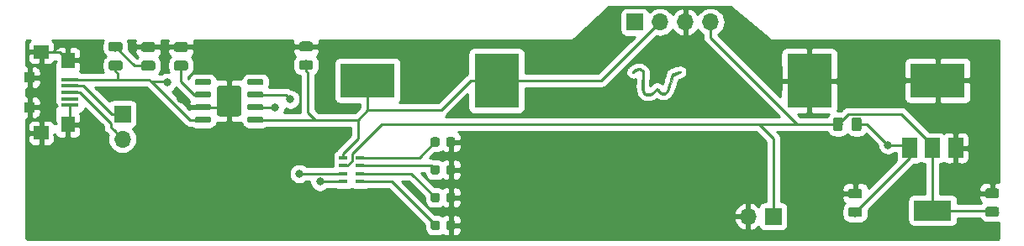
<source format=gbr>
G04 #@! TF.GenerationSoftware,KiCad,Pcbnew,5.1.2*
G04 #@! TF.CreationDate,2019-05-27T08:48:39-05:00*
G04 #@! TF.ProjectId,14500,31343530-302e-46b6-9963-61645f706362,rev?*
G04 #@! TF.SameCoordinates,Original*
G04 #@! TF.FileFunction,Copper,L1,Top*
G04 #@! TF.FilePolarity,Positive*
%FSLAX46Y46*%
G04 Gerber Fmt 4.6, Leading zero omitted, Abs format (unit mm)*
G04 Created by KiCad (PCBNEW 5.1.2) date 2019-05-27 08:48:39*
%MOMM*%
%LPD*%
G04 APERTURE LIST*
%ADD10C,0.010000*%
%ADD11R,5.500000X3.500000*%
%ADD12R,4.500000X5.500000*%
%ADD13C,0.100000*%
%ADD14C,0.975000*%
%ADD15C,0.875000*%
%ADD16O,1.700000X1.700000*%
%ADD17R,1.700000X1.700000*%
%ADD18R,0.900000X0.400000*%
%ADD19C,2.410000*%
%ADD20C,0.600000*%
%ADD21R,3.800000X2.000000*%
%ADD22R,1.500000X2.000000*%
%ADD23R,1.000000X1.100000*%
%ADD24R,1.500000X1.350000*%
%ADD25R,1.800000X0.400000*%
%ADD26R,1.400000X1.500000*%
%ADD27C,0.800000*%
%ADD28C,0.250000*%
%ADD29C,0.254000*%
G04 APERTURE END LIST*
D10*
G36*
X174269413Y-61579101D02*
G01*
X174452476Y-61671441D01*
X174588408Y-61805243D01*
X174595789Y-61816445D01*
X174634296Y-61886560D01*
X174655787Y-61961161D01*
X174662260Y-62061906D01*
X174655713Y-62210454D01*
X174644912Y-62349000D01*
X174631318Y-62557176D01*
X174620127Y-62815106D01*
X174612606Y-63087886D01*
X174610038Y-63309064D01*
X174610779Y-63541042D01*
X174615613Y-63705025D01*
X174626695Y-63817664D01*
X174646180Y-63895610D01*
X174676225Y-63955512D01*
X174697732Y-63986397D01*
X174783602Y-64071274D01*
X174897178Y-64111004D01*
X174970016Y-64119227D01*
X175217890Y-64100096D01*
X175445719Y-64002890D01*
X175659344Y-63824818D01*
X175714224Y-63763825D01*
X175818892Y-63650241D01*
X175909066Y-63568178D01*
X175966141Y-63534453D01*
X175968112Y-63534334D01*
X176023755Y-63567452D01*
X176097182Y-63651096D01*
X176129505Y-63698393D01*
X176276869Y-63889127D01*
X176426913Y-64003226D01*
X176574284Y-64039020D01*
X176713631Y-63994837D01*
X176807971Y-63910223D01*
X176888653Y-63801415D01*
X176958934Y-63673458D01*
X177026082Y-63509221D01*
X177097364Y-63291574D01*
X177155985Y-63089834D01*
X177215450Y-62879010D01*
X177277683Y-62659557D01*
X177331333Y-62471471D01*
X177342246Y-62433442D01*
X177421416Y-62158050D01*
X177849565Y-61994582D01*
X178067567Y-61915972D01*
X178215998Y-61873703D01*
X178301001Y-61866227D01*
X178322145Y-61875545D01*
X178352677Y-61934474D01*
X178319740Y-61994145D01*
X178217286Y-62059634D01*
X178039270Y-62136021D01*
X177989887Y-62154600D01*
X177830263Y-62216840D01*
X177699296Y-62273866D01*
X177619270Y-62315783D01*
X177608527Y-62323933D01*
X177580315Y-62380037D01*
X177536526Y-62501746D01*
X177482553Y-62672637D01*
X177423790Y-62876288D01*
X177407251Y-62936804D01*
X177296737Y-63318610D01*
X177190651Y-63623568D01*
X177084846Y-63859062D01*
X176975173Y-64032475D01*
X176857485Y-64151190D01*
X176727635Y-64222591D01*
X176676069Y-64238398D01*
X176502379Y-64241191D01*
X176318574Y-64174646D01*
X176146259Y-64047924D01*
X176092569Y-63990944D01*
X175941511Y-63814467D01*
X175771542Y-63991355D01*
X175587034Y-64157866D01*
X175403712Y-64260737D01*
X175190918Y-64314778D01*
X175076413Y-64327186D01*
X174918971Y-64333485D01*
X174809906Y-64317957D01*
X174714244Y-64273620D01*
X174672334Y-64246552D01*
X174544087Y-64118677D01*
X174452698Y-63931493D01*
X174397655Y-63681317D01*
X174378449Y-63364461D01*
X174394569Y-62977242D01*
X174439182Y-62563076D01*
X174467945Y-62311873D01*
X174475189Y-62128459D01*
X174457137Y-61997833D01*
X174410009Y-61904997D01*
X174330027Y-61834951D01*
X174243702Y-61787122D01*
X174098658Y-61742101D01*
X173960297Y-61760585D01*
X173812541Y-61847350D01*
X173696579Y-61949650D01*
X173601116Y-62035110D01*
X173538509Y-62065811D01*
X173486292Y-62051090D01*
X173473527Y-62042361D01*
X173426073Y-61997661D01*
X173432352Y-61948669D01*
X173470525Y-61889482D01*
X173579960Y-61776072D01*
X173732501Y-61669287D01*
X173897405Y-61586782D01*
X174043928Y-61546212D01*
X174070974Y-61544667D01*
X174269413Y-61579101D01*
X174269413Y-61579101D01*
G37*
X174269413Y-61579101D02*
X174452476Y-61671441D01*
X174588408Y-61805243D01*
X174595789Y-61816445D01*
X174634296Y-61886560D01*
X174655787Y-61961161D01*
X174662260Y-62061906D01*
X174655713Y-62210454D01*
X174644912Y-62349000D01*
X174631318Y-62557176D01*
X174620127Y-62815106D01*
X174612606Y-63087886D01*
X174610038Y-63309064D01*
X174610779Y-63541042D01*
X174615613Y-63705025D01*
X174626695Y-63817664D01*
X174646180Y-63895610D01*
X174676225Y-63955512D01*
X174697732Y-63986397D01*
X174783602Y-64071274D01*
X174897178Y-64111004D01*
X174970016Y-64119227D01*
X175217890Y-64100096D01*
X175445719Y-64002890D01*
X175659344Y-63824818D01*
X175714224Y-63763825D01*
X175818892Y-63650241D01*
X175909066Y-63568178D01*
X175966141Y-63534453D01*
X175968112Y-63534334D01*
X176023755Y-63567452D01*
X176097182Y-63651096D01*
X176129505Y-63698393D01*
X176276869Y-63889127D01*
X176426913Y-64003226D01*
X176574284Y-64039020D01*
X176713631Y-63994837D01*
X176807971Y-63910223D01*
X176888653Y-63801415D01*
X176958934Y-63673458D01*
X177026082Y-63509221D01*
X177097364Y-63291574D01*
X177155985Y-63089834D01*
X177215450Y-62879010D01*
X177277683Y-62659557D01*
X177331333Y-62471471D01*
X177342246Y-62433442D01*
X177421416Y-62158050D01*
X177849565Y-61994582D01*
X178067567Y-61915972D01*
X178215998Y-61873703D01*
X178301001Y-61866227D01*
X178322145Y-61875545D01*
X178352677Y-61934474D01*
X178319740Y-61994145D01*
X178217286Y-62059634D01*
X178039270Y-62136021D01*
X177989887Y-62154600D01*
X177830263Y-62216840D01*
X177699296Y-62273866D01*
X177619270Y-62315783D01*
X177608527Y-62323933D01*
X177580315Y-62380037D01*
X177536526Y-62501746D01*
X177482553Y-62672637D01*
X177423790Y-62876288D01*
X177407251Y-62936804D01*
X177296737Y-63318610D01*
X177190651Y-63623568D01*
X177084846Y-63859062D01*
X176975173Y-64032475D01*
X176857485Y-64151190D01*
X176727635Y-64222591D01*
X176676069Y-64238398D01*
X176502379Y-64241191D01*
X176318574Y-64174646D01*
X176146259Y-64047924D01*
X176092569Y-63990944D01*
X175941511Y-63814467D01*
X175771542Y-63991355D01*
X175587034Y-64157866D01*
X175403712Y-64260737D01*
X175190918Y-64314778D01*
X175076413Y-64327186D01*
X174918971Y-64333485D01*
X174809906Y-64317957D01*
X174714244Y-64273620D01*
X174672334Y-64246552D01*
X174544087Y-64118677D01*
X174452698Y-63931493D01*
X174397655Y-63681317D01*
X174378449Y-63364461D01*
X174394569Y-62977242D01*
X174439182Y-62563076D01*
X174467945Y-62311873D01*
X174475189Y-62128459D01*
X174457137Y-61997833D01*
X174410009Y-61904997D01*
X174330027Y-61834951D01*
X174243702Y-61787122D01*
X174098658Y-61742101D01*
X173960297Y-61760585D01*
X173812541Y-61847350D01*
X173696579Y-61949650D01*
X173601116Y-62035110D01*
X173538509Y-62065811D01*
X173486292Y-62051090D01*
X173473527Y-62042361D01*
X173426073Y-61997661D01*
X173432352Y-61948669D01*
X173470525Y-61889482D01*
X173579960Y-61776072D01*
X173732501Y-61669287D01*
X173897405Y-61586782D01*
X174043928Y-61546212D01*
X174070974Y-61544667D01*
X174269413Y-61579101D01*
D11*
X146800000Y-62800000D03*
X204200000Y-62800000D03*
D12*
X159775000Y-62825000D03*
X191275000Y-62825000D03*
D13*
G36*
X121880142Y-58913674D02*
G01*
X121903803Y-58917184D01*
X121927007Y-58922996D01*
X121949529Y-58931054D01*
X121971153Y-58941282D01*
X121991670Y-58953579D01*
X122010883Y-58967829D01*
X122028607Y-58983893D01*
X122044671Y-59001617D01*
X122058921Y-59020830D01*
X122071218Y-59041347D01*
X122081446Y-59062971D01*
X122089504Y-59085493D01*
X122095316Y-59108697D01*
X122098826Y-59132358D01*
X122100000Y-59156250D01*
X122100000Y-59643750D01*
X122098826Y-59667642D01*
X122095316Y-59691303D01*
X122089504Y-59714507D01*
X122081446Y-59737029D01*
X122071218Y-59758653D01*
X122058921Y-59779170D01*
X122044671Y-59798383D01*
X122028607Y-59816107D01*
X122010883Y-59832171D01*
X121991670Y-59846421D01*
X121971153Y-59858718D01*
X121949529Y-59868946D01*
X121927007Y-59877004D01*
X121903803Y-59882816D01*
X121880142Y-59886326D01*
X121856250Y-59887500D01*
X120943750Y-59887500D01*
X120919858Y-59886326D01*
X120896197Y-59882816D01*
X120872993Y-59877004D01*
X120850471Y-59868946D01*
X120828847Y-59858718D01*
X120808330Y-59846421D01*
X120789117Y-59832171D01*
X120771393Y-59816107D01*
X120755329Y-59798383D01*
X120741079Y-59779170D01*
X120728782Y-59758653D01*
X120718554Y-59737029D01*
X120710496Y-59714507D01*
X120704684Y-59691303D01*
X120701174Y-59667642D01*
X120700000Y-59643750D01*
X120700000Y-59156250D01*
X120701174Y-59132358D01*
X120704684Y-59108697D01*
X120710496Y-59085493D01*
X120718554Y-59062971D01*
X120728782Y-59041347D01*
X120741079Y-59020830D01*
X120755329Y-59001617D01*
X120771393Y-58983893D01*
X120789117Y-58967829D01*
X120808330Y-58953579D01*
X120828847Y-58941282D01*
X120850471Y-58931054D01*
X120872993Y-58922996D01*
X120896197Y-58917184D01*
X120919858Y-58913674D01*
X120943750Y-58912500D01*
X121856250Y-58912500D01*
X121880142Y-58913674D01*
X121880142Y-58913674D01*
G37*
D14*
X121400000Y-59400000D03*
D13*
G36*
X121880142Y-60788674D02*
G01*
X121903803Y-60792184D01*
X121927007Y-60797996D01*
X121949529Y-60806054D01*
X121971153Y-60816282D01*
X121991670Y-60828579D01*
X122010883Y-60842829D01*
X122028607Y-60858893D01*
X122044671Y-60876617D01*
X122058921Y-60895830D01*
X122071218Y-60916347D01*
X122081446Y-60937971D01*
X122089504Y-60960493D01*
X122095316Y-60983697D01*
X122098826Y-61007358D01*
X122100000Y-61031250D01*
X122100000Y-61518750D01*
X122098826Y-61542642D01*
X122095316Y-61566303D01*
X122089504Y-61589507D01*
X122081446Y-61612029D01*
X122071218Y-61633653D01*
X122058921Y-61654170D01*
X122044671Y-61673383D01*
X122028607Y-61691107D01*
X122010883Y-61707171D01*
X121991670Y-61721421D01*
X121971153Y-61733718D01*
X121949529Y-61743946D01*
X121927007Y-61752004D01*
X121903803Y-61757816D01*
X121880142Y-61761326D01*
X121856250Y-61762500D01*
X120943750Y-61762500D01*
X120919858Y-61761326D01*
X120896197Y-61757816D01*
X120872993Y-61752004D01*
X120850471Y-61743946D01*
X120828847Y-61733718D01*
X120808330Y-61721421D01*
X120789117Y-61707171D01*
X120771393Y-61691107D01*
X120755329Y-61673383D01*
X120741079Y-61654170D01*
X120728782Y-61633653D01*
X120718554Y-61612029D01*
X120710496Y-61589507D01*
X120704684Y-61566303D01*
X120701174Y-61542642D01*
X120700000Y-61518750D01*
X120700000Y-61031250D01*
X120701174Y-61007358D01*
X120704684Y-60983697D01*
X120710496Y-60960493D01*
X120718554Y-60937971D01*
X120728782Y-60916347D01*
X120741079Y-60895830D01*
X120755329Y-60876617D01*
X120771393Y-60858893D01*
X120789117Y-60842829D01*
X120808330Y-60828579D01*
X120828847Y-60816282D01*
X120850471Y-60806054D01*
X120872993Y-60797996D01*
X120896197Y-60792184D01*
X120919858Y-60788674D01*
X120943750Y-60787500D01*
X121856250Y-60787500D01*
X121880142Y-60788674D01*
X121880142Y-60788674D01*
G37*
D14*
X121400000Y-61275000D03*
D13*
G36*
X141080142Y-60751174D02*
G01*
X141103803Y-60754684D01*
X141127007Y-60760496D01*
X141149529Y-60768554D01*
X141171153Y-60778782D01*
X141191670Y-60791079D01*
X141210883Y-60805329D01*
X141228607Y-60821393D01*
X141244671Y-60839117D01*
X141258921Y-60858330D01*
X141271218Y-60878847D01*
X141281446Y-60900471D01*
X141289504Y-60922993D01*
X141295316Y-60946197D01*
X141298826Y-60969858D01*
X141300000Y-60993750D01*
X141300000Y-61481250D01*
X141298826Y-61505142D01*
X141295316Y-61528803D01*
X141289504Y-61552007D01*
X141281446Y-61574529D01*
X141271218Y-61596153D01*
X141258921Y-61616670D01*
X141244671Y-61635883D01*
X141228607Y-61653607D01*
X141210883Y-61669671D01*
X141191670Y-61683921D01*
X141171153Y-61696218D01*
X141149529Y-61706446D01*
X141127007Y-61714504D01*
X141103803Y-61720316D01*
X141080142Y-61723826D01*
X141056250Y-61725000D01*
X140143750Y-61725000D01*
X140119858Y-61723826D01*
X140096197Y-61720316D01*
X140072993Y-61714504D01*
X140050471Y-61706446D01*
X140028847Y-61696218D01*
X140008330Y-61683921D01*
X139989117Y-61669671D01*
X139971393Y-61653607D01*
X139955329Y-61635883D01*
X139941079Y-61616670D01*
X139928782Y-61596153D01*
X139918554Y-61574529D01*
X139910496Y-61552007D01*
X139904684Y-61528803D01*
X139901174Y-61505142D01*
X139900000Y-61481250D01*
X139900000Y-60993750D01*
X139901174Y-60969858D01*
X139904684Y-60946197D01*
X139910496Y-60922993D01*
X139918554Y-60900471D01*
X139928782Y-60878847D01*
X139941079Y-60858330D01*
X139955329Y-60839117D01*
X139971393Y-60821393D01*
X139989117Y-60805329D01*
X140008330Y-60791079D01*
X140028847Y-60778782D01*
X140050471Y-60768554D01*
X140072993Y-60760496D01*
X140096197Y-60754684D01*
X140119858Y-60751174D01*
X140143750Y-60750000D01*
X141056250Y-60750000D01*
X141080142Y-60751174D01*
X141080142Y-60751174D01*
G37*
D14*
X140600000Y-61237500D03*
D13*
G36*
X141080142Y-58876174D02*
G01*
X141103803Y-58879684D01*
X141127007Y-58885496D01*
X141149529Y-58893554D01*
X141171153Y-58903782D01*
X141191670Y-58916079D01*
X141210883Y-58930329D01*
X141228607Y-58946393D01*
X141244671Y-58964117D01*
X141258921Y-58983330D01*
X141271218Y-59003847D01*
X141281446Y-59025471D01*
X141289504Y-59047993D01*
X141295316Y-59071197D01*
X141298826Y-59094858D01*
X141300000Y-59118750D01*
X141300000Y-59606250D01*
X141298826Y-59630142D01*
X141295316Y-59653803D01*
X141289504Y-59677007D01*
X141281446Y-59699529D01*
X141271218Y-59721153D01*
X141258921Y-59741670D01*
X141244671Y-59760883D01*
X141228607Y-59778607D01*
X141210883Y-59794671D01*
X141191670Y-59808921D01*
X141171153Y-59821218D01*
X141149529Y-59831446D01*
X141127007Y-59839504D01*
X141103803Y-59845316D01*
X141080142Y-59848826D01*
X141056250Y-59850000D01*
X140143750Y-59850000D01*
X140119858Y-59848826D01*
X140096197Y-59845316D01*
X140072993Y-59839504D01*
X140050471Y-59831446D01*
X140028847Y-59821218D01*
X140008330Y-59808921D01*
X139989117Y-59794671D01*
X139971393Y-59778607D01*
X139955329Y-59760883D01*
X139941079Y-59741670D01*
X139928782Y-59721153D01*
X139918554Y-59699529D01*
X139910496Y-59677007D01*
X139904684Y-59653803D01*
X139901174Y-59630142D01*
X139900000Y-59606250D01*
X139900000Y-59118750D01*
X139901174Y-59094858D01*
X139904684Y-59071197D01*
X139910496Y-59047993D01*
X139918554Y-59025471D01*
X139928782Y-59003847D01*
X139941079Y-58983330D01*
X139955329Y-58964117D01*
X139971393Y-58946393D01*
X139989117Y-58930329D01*
X140008330Y-58916079D01*
X140028847Y-58903782D01*
X140050471Y-58893554D01*
X140072993Y-58885496D01*
X140096197Y-58879684D01*
X140119858Y-58876174D01*
X140143750Y-58875000D01*
X141056250Y-58875000D01*
X141080142Y-58876174D01*
X141080142Y-58876174D01*
G37*
D14*
X140600000Y-59362500D03*
D13*
G36*
X196380142Y-73713674D02*
G01*
X196403803Y-73717184D01*
X196427007Y-73722996D01*
X196449529Y-73731054D01*
X196471153Y-73741282D01*
X196491670Y-73753579D01*
X196510883Y-73767829D01*
X196528607Y-73783893D01*
X196544671Y-73801617D01*
X196558921Y-73820830D01*
X196571218Y-73841347D01*
X196581446Y-73862971D01*
X196589504Y-73885493D01*
X196595316Y-73908697D01*
X196598826Y-73932358D01*
X196600000Y-73956250D01*
X196600000Y-74443750D01*
X196598826Y-74467642D01*
X196595316Y-74491303D01*
X196589504Y-74514507D01*
X196581446Y-74537029D01*
X196571218Y-74558653D01*
X196558921Y-74579170D01*
X196544671Y-74598383D01*
X196528607Y-74616107D01*
X196510883Y-74632171D01*
X196491670Y-74646421D01*
X196471153Y-74658718D01*
X196449529Y-74668946D01*
X196427007Y-74677004D01*
X196403803Y-74682816D01*
X196380142Y-74686326D01*
X196356250Y-74687500D01*
X195443750Y-74687500D01*
X195419858Y-74686326D01*
X195396197Y-74682816D01*
X195372993Y-74677004D01*
X195350471Y-74668946D01*
X195328847Y-74658718D01*
X195308330Y-74646421D01*
X195289117Y-74632171D01*
X195271393Y-74616107D01*
X195255329Y-74598383D01*
X195241079Y-74579170D01*
X195228782Y-74558653D01*
X195218554Y-74537029D01*
X195210496Y-74514507D01*
X195204684Y-74491303D01*
X195201174Y-74467642D01*
X195200000Y-74443750D01*
X195200000Y-73956250D01*
X195201174Y-73932358D01*
X195204684Y-73908697D01*
X195210496Y-73885493D01*
X195218554Y-73862971D01*
X195228782Y-73841347D01*
X195241079Y-73820830D01*
X195255329Y-73801617D01*
X195271393Y-73783893D01*
X195289117Y-73767829D01*
X195308330Y-73753579D01*
X195328847Y-73741282D01*
X195350471Y-73731054D01*
X195372993Y-73722996D01*
X195396197Y-73717184D01*
X195419858Y-73713674D01*
X195443750Y-73712500D01*
X196356250Y-73712500D01*
X196380142Y-73713674D01*
X196380142Y-73713674D01*
G37*
D14*
X195900000Y-74200000D03*
D13*
G36*
X196380142Y-75588674D02*
G01*
X196403803Y-75592184D01*
X196427007Y-75597996D01*
X196449529Y-75606054D01*
X196471153Y-75616282D01*
X196491670Y-75628579D01*
X196510883Y-75642829D01*
X196528607Y-75658893D01*
X196544671Y-75676617D01*
X196558921Y-75695830D01*
X196571218Y-75716347D01*
X196581446Y-75737971D01*
X196589504Y-75760493D01*
X196595316Y-75783697D01*
X196598826Y-75807358D01*
X196600000Y-75831250D01*
X196600000Y-76318750D01*
X196598826Y-76342642D01*
X196595316Y-76366303D01*
X196589504Y-76389507D01*
X196581446Y-76412029D01*
X196571218Y-76433653D01*
X196558921Y-76454170D01*
X196544671Y-76473383D01*
X196528607Y-76491107D01*
X196510883Y-76507171D01*
X196491670Y-76521421D01*
X196471153Y-76533718D01*
X196449529Y-76543946D01*
X196427007Y-76552004D01*
X196403803Y-76557816D01*
X196380142Y-76561326D01*
X196356250Y-76562500D01*
X195443750Y-76562500D01*
X195419858Y-76561326D01*
X195396197Y-76557816D01*
X195372993Y-76552004D01*
X195350471Y-76543946D01*
X195328847Y-76533718D01*
X195308330Y-76521421D01*
X195289117Y-76507171D01*
X195271393Y-76491107D01*
X195255329Y-76473383D01*
X195241079Y-76454170D01*
X195228782Y-76433653D01*
X195218554Y-76412029D01*
X195210496Y-76389507D01*
X195204684Y-76366303D01*
X195201174Y-76342642D01*
X195200000Y-76318750D01*
X195200000Y-75831250D01*
X195201174Y-75807358D01*
X195204684Y-75783697D01*
X195210496Y-75760493D01*
X195218554Y-75737971D01*
X195228782Y-75716347D01*
X195241079Y-75695830D01*
X195255329Y-75676617D01*
X195271393Y-75658893D01*
X195289117Y-75642829D01*
X195308330Y-75628579D01*
X195328847Y-75616282D01*
X195350471Y-75606054D01*
X195372993Y-75597996D01*
X195396197Y-75592184D01*
X195419858Y-75588674D01*
X195443750Y-75587500D01*
X196356250Y-75587500D01*
X196380142Y-75588674D01*
X196380142Y-75588674D01*
G37*
D14*
X195900000Y-76075000D03*
D13*
G36*
X210180142Y-75551174D02*
G01*
X210203803Y-75554684D01*
X210227007Y-75560496D01*
X210249529Y-75568554D01*
X210271153Y-75578782D01*
X210291670Y-75591079D01*
X210310883Y-75605329D01*
X210328607Y-75621393D01*
X210344671Y-75639117D01*
X210358921Y-75658330D01*
X210371218Y-75678847D01*
X210381446Y-75700471D01*
X210389504Y-75722993D01*
X210395316Y-75746197D01*
X210398826Y-75769858D01*
X210400000Y-75793750D01*
X210400000Y-76281250D01*
X210398826Y-76305142D01*
X210395316Y-76328803D01*
X210389504Y-76352007D01*
X210381446Y-76374529D01*
X210371218Y-76396153D01*
X210358921Y-76416670D01*
X210344671Y-76435883D01*
X210328607Y-76453607D01*
X210310883Y-76469671D01*
X210291670Y-76483921D01*
X210271153Y-76496218D01*
X210249529Y-76506446D01*
X210227007Y-76514504D01*
X210203803Y-76520316D01*
X210180142Y-76523826D01*
X210156250Y-76525000D01*
X209243750Y-76525000D01*
X209219858Y-76523826D01*
X209196197Y-76520316D01*
X209172993Y-76514504D01*
X209150471Y-76506446D01*
X209128847Y-76496218D01*
X209108330Y-76483921D01*
X209089117Y-76469671D01*
X209071393Y-76453607D01*
X209055329Y-76435883D01*
X209041079Y-76416670D01*
X209028782Y-76396153D01*
X209018554Y-76374529D01*
X209010496Y-76352007D01*
X209004684Y-76328803D01*
X209001174Y-76305142D01*
X209000000Y-76281250D01*
X209000000Y-75793750D01*
X209001174Y-75769858D01*
X209004684Y-75746197D01*
X209010496Y-75722993D01*
X209018554Y-75700471D01*
X209028782Y-75678847D01*
X209041079Y-75658330D01*
X209055329Y-75639117D01*
X209071393Y-75621393D01*
X209089117Y-75605329D01*
X209108330Y-75591079D01*
X209128847Y-75578782D01*
X209150471Y-75568554D01*
X209172993Y-75560496D01*
X209196197Y-75554684D01*
X209219858Y-75551174D01*
X209243750Y-75550000D01*
X210156250Y-75550000D01*
X210180142Y-75551174D01*
X210180142Y-75551174D01*
G37*
D14*
X209700000Y-76037500D03*
D13*
G36*
X210180142Y-73676174D02*
G01*
X210203803Y-73679684D01*
X210227007Y-73685496D01*
X210249529Y-73693554D01*
X210271153Y-73703782D01*
X210291670Y-73716079D01*
X210310883Y-73730329D01*
X210328607Y-73746393D01*
X210344671Y-73764117D01*
X210358921Y-73783330D01*
X210371218Y-73803847D01*
X210381446Y-73825471D01*
X210389504Y-73847993D01*
X210395316Y-73871197D01*
X210398826Y-73894858D01*
X210400000Y-73918750D01*
X210400000Y-74406250D01*
X210398826Y-74430142D01*
X210395316Y-74453803D01*
X210389504Y-74477007D01*
X210381446Y-74499529D01*
X210371218Y-74521153D01*
X210358921Y-74541670D01*
X210344671Y-74560883D01*
X210328607Y-74578607D01*
X210310883Y-74594671D01*
X210291670Y-74608921D01*
X210271153Y-74621218D01*
X210249529Y-74631446D01*
X210227007Y-74639504D01*
X210203803Y-74645316D01*
X210180142Y-74648826D01*
X210156250Y-74650000D01*
X209243750Y-74650000D01*
X209219858Y-74648826D01*
X209196197Y-74645316D01*
X209172993Y-74639504D01*
X209150471Y-74631446D01*
X209128847Y-74621218D01*
X209108330Y-74608921D01*
X209089117Y-74594671D01*
X209071393Y-74578607D01*
X209055329Y-74560883D01*
X209041079Y-74541670D01*
X209028782Y-74521153D01*
X209018554Y-74499529D01*
X209010496Y-74477007D01*
X209004684Y-74453803D01*
X209001174Y-74430142D01*
X209000000Y-74406250D01*
X209000000Y-73918750D01*
X209001174Y-73894858D01*
X209004684Y-73871197D01*
X209010496Y-73847993D01*
X209018554Y-73825471D01*
X209028782Y-73803847D01*
X209041079Y-73783330D01*
X209055329Y-73764117D01*
X209071393Y-73746393D01*
X209089117Y-73730329D01*
X209108330Y-73716079D01*
X209128847Y-73703782D01*
X209150471Y-73693554D01*
X209172993Y-73685496D01*
X209196197Y-73679684D01*
X209219858Y-73676174D01*
X209243750Y-73675000D01*
X210156250Y-73675000D01*
X210180142Y-73676174D01*
X210180142Y-73676174D01*
G37*
D14*
X209700000Y-74162500D03*
D13*
G36*
X153827691Y-68526053D02*
G01*
X153848926Y-68529203D01*
X153869750Y-68534419D01*
X153889962Y-68541651D01*
X153909368Y-68550830D01*
X153927781Y-68561866D01*
X153945024Y-68574654D01*
X153960930Y-68589070D01*
X153975346Y-68604976D01*
X153988134Y-68622219D01*
X153999170Y-68640632D01*
X154008349Y-68660038D01*
X154015581Y-68680250D01*
X154020797Y-68701074D01*
X154023947Y-68722309D01*
X154025000Y-68743750D01*
X154025000Y-69256250D01*
X154023947Y-69277691D01*
X154020797Y-69298926D01*
X154015581Y-69319750D01*
X154008349Y-69339962D01*
X153999170Y-69359368D01*
X153988134Y-69377781D01*
X153975346Y-69395024D01*
X153960930Y-69410930D01*
X153945024Y-69425346D01*
X153927781Y-69438134D01*
X153909368Y-69449170D01*
X153889962Y-69458349D01*
X153869750Y-69465581D01*
X153848926Y-69470797D01*
X153827691Y-69473947D01*
X153806250Y-69475000D01*
X153368750Y-69475000D01*
X153347309Y-69473947D01*
X153326074Y-69470797D01*
X153305250Y-69465581D01*
X153285038Y-69458349D01*
X153265632Y-69449170D01*
X153247219Y-69438134D01*
X153229976Y-69425346D01*
X153214070Y-69410930D01*
X153199654Y-69395024D01*
X153186866Y-69377781D01*
X153175830Y-69359368D01*
X153166651Y-69339962D01*
X153159419Y-69319750D01*
X153154203Y-69298926D01*
X153151053Y-69277691D01*
X153150000Y-69256250D01*
X153150000Y-68743750D01*
X153151053Y-68722309D01*
X153154203Y-68701074D01*
X153159419Y-68680250D01*
X153166651Y-68660038D01*
X153175830Y-68640632D01*
X153186866Y-68622219D01*
X153199654Y-68604976D01*
X153214070Y-68589070D01*
X153229976Y-68574654D01*
X153247219Y-68561866D01*
X153265632Y-68550830D01*
X153285038Y-68541651D01*
X153305250Y-68534419D01*
X153326074Y-68529203D01*
X153347309Y-68526053D01*
X153368750Y-68525000D01*
X153806250Y-68525000D01*
X153827691Y-68526053D01*
X153827691Y-68526053D01*
G37*
D15*
X153587500Y-69000000D03*
D13*
G36*
X155402691Y-68526053D02*
G01*
X155423926Y-68529203D01*
X155444750Y-68534419D01*
X155464962Y-68541651D01*
X155484368Y-68550830D01*
X155502781Y-68561866D01*
X155520024Y-68574654D01*
X155535930Y-68589070D01*
X155550346Y-68604976D01*
X155563134Y-68622219D01*
X155574170Y-68640632D01*
X155583349Y-68660038D01*
X155590581Y-68680250D01*
X155595797Y-68701074D01*
X155598947Y-68722309D01*
X155600000Y-68743750D01*
X155600000Y-69256250D01*
X155598947Y-69277691D01*
X155595797Y-69298926D01*
X155590581Y-69319750D01*
X155583349Y-69339962D01*
X155574170Y-69359368D01*
X155563134Y-69377781D01*
X155550346Y-69395024D01*
X155535930Y-69410930D01*
X155520024Y-69425346D01*
X155502781Y-69438134D01*
X155484368Y-69449170D01*
X155464962Y-69458349D01*
X155444750Y-69465581D01*
X155423926Y-69470797D01*
X155402691Y-69473947D01*
X155381250Y-69475000D01*
X154943750Y-69475000D01*
X154922309Y-69473947D01*
X154901074Y-69470797D01*
X154880250Y-69465581D01*
X154860038Y-69458349D01*
X154840632Y-69449170D01*
X154822219Y-69438134D01*
X154804976Y-69425346D01*
X154789070Y-69410930D01*
X154774654Y-69395024D01*
X154761866Y-69377781D01*
X154750830Y-69359368D01*
X154741651Y-69339962D01*
X154734419Y-69319750D01*
X154729203Y-69298926D01*
X154726053Y-69277691D01*
X154725000Y-69256250D01*
X154725000Y-68743750D01*
X154726053Y-68722309D01*
X154729203Y-68701074D01*
X154734419Y-68680250D01*
X154741651Y-68660038D01*
X154750830Y-68640632D01*
X154761866Y-68622219D01*
X154774654Y-68604976D01*
X154789070Y-68589070D01*
X154804976Y-68574654D01*
X154822219Y-68561866D01*
X154840632Y-68550830D01*
X154860038Y-68541651D01*
X154880250Y-68534419D01*
X154901074Y-68529203D01*
X154922309Y-68526053D01*
X154943750Y-68525000D01*
X155381250Y-68525000D01*
X155402691Y-68526053D01*
X155402691Y-68526053D01*
G37*
D15*
X155162500Y-69000000D03*
D13*
G36*
X155415191Y-71326053D02*
G01*
X155436426Y-71329203D01*
X155457250Y-71334419D01*
X155477462Y-71341651D01*
X155496868Y-71350830D01*
X155515281Y-71361866D01*
X155532524Y-71374654D01*
X155548430Y-71389070D01*
X155562846Y-71404976D01*
X155575634Y-71422219D01*
X155586670Y-71440632D01*
X155595849Y-71460038D01*
X155603081Y-71480250D01*
X155608297Y-71501074D01*
X155611447Y-71522309D01*
X155612500Y-71543750D01*
X155612500Y-72056250D01*
X155611447Y-72077691D01*
X155608297Y-72098926D01*
X155603081Y-72119750D01*
X155595849Y-72139962D01*
X155586670Y-72159368D01*
X155575634Y-72177781D01*
X155562846Y-72195024D01*
X155548430Y-72210930D01*
X155532524Y-72225346D01*
X155515281Y-72238134D01*
X155496868Y-72249170D01*
X155477462Y-72258349D01*
X155457250Y-72265581D01*
X155436426Y-72270797D01*
X155415191Y-72273947D01*
X155393750Y-72275000D01*
X154956250Y-72275000D01*
X154934809Y-72273947D01*
X154913574Y-72270797D01*
X154892750Y-72265581D01*
X154872538Y-72258349D01*
X154853132Y-72249170D01*
X154834719Y-72238134D01*
X154817476Y-72225346D01*
X154801570Y-72210930D01*
X154787154Y-72195024D01*
X154774366Y-72177781D01*
X154763330Y-72159368D01*
X154754151Y-72139962D01*
X154746919Y-72119750D01*
X154741703Y-72098926D01*
X154738553Y-72077691D01*
X154737500Y-72056250D01*
X154737500Y-71543750D01*
X154738553Y-71522309D01*
X154741703Y-71501074D01*
X154746919Y-71480250D01*
X154754151Y-71460038D01*
X154763330Y-71440632D01*
X154774366Y-71422219D01*
X154787154Y-71404976D01*
X154801570Y-71389070D01*
X154817476Y-71374654D01*
X154834719Y-71361866D01*
X154853132Y-71350830D01*
X154872538Y-71341651D01*
X154892750Y-71334419D01*
X154913574Y-71329203D01*
X154934809Y-71326053D01*
X154956250Y-71325000D01*
X155393750Y-71325000D01*
X155415191Y-71326053D01*
X155415191Y-71326053D01*
G37*
D15*
X155175000Y-71800000D03*
D13*
G36*
X153840191Y-71326053D02*
G01*
X153861426Y-71329203D01*
X153882250Y-71334419D01*
X153902462Y-71341651D01*
X153921868Y-71350830D01*
X153940281Y-71361866D01*
X153957524Y-71374654D01*
X153973430Y-71389070D01*
X153987846Y-71404976D01*
X154000634Y-71422219D01*
X154011670Y-71440632D01*
X154020849Y-71460038D01*
X154028081Y-71480250D01*
X154033297Y-71501074D01*
X154036447Y-71522309D01*
X154037500Y-71543750D01*
X154037500Y-72056250D01*
X154036447Y-72077691D01*
X154033297Y-72098926D01*
X154028081Y-72119750D01*
X154020849Y-72139962D01*
X154011670Y-72159368D01*
X154000634Y-72177781D01*
X153987846Y-72195024D01*
X153973430Y-72210930D01*
X153957524Y-72225346D01*
X153940281Y-72238134D01*
X153921868Y-72249170D01*
X153902462Y-72258349D01*
X153882250Y-72265581D01*
X153861426Y-72270797D01*
X153840191Y-72273947D01*
X153818750Y-72275000D01*
X153381250Y-72275000D01*
X153359809Y-72273947D01*
X153338574Y-72270797D01*
X153317750Y-72265581D01*
X153297538Y-72258349D01*
X153278132Y-72249170D01*
X153259719Y-72238134D01*
X153242476Y-72225346D01*
X153226570Y-72210930D01*
X153212154Y-72195024D01*
X153199366Y-72177781D01*
X153188330Y-72159368D01*
X153179151Y-72139962D01*
X153171919Y-72119750D01*
X153166703Y-72098926D01*
X153163553Y-72077691D01*
X153162500Y-72056250D01*
X153162500Y-71543750D01*
X153163553Y-71522309D01*
X153166703Y-71501074D01*
X153171919Y-71480250D01*
X153179151Y-71460038D01*
X153188330Y-71440632D01*
X153199366Y-71422219D01*
X153212154Y-71404976D01*
X153226570Y-71389070D01*
X153242476Y-71374654D01*
X153259719Y-71361866D01*
X153278132Y-71350830D01*
X153297538Y-71341651D01*
X153317750Y-71334419D01*
X153338574Y-71329203D01*
X153359809Y-71326053D01*
X153381250Y-71325000D01*
X153818750Y-71325000D01*
X153840191Y-71326053D01*
X153840191Y-71326053D01*
G37*
D15*
X153600000Y-71800000D03*
D13*
G36*
X153840191Y-74126053D02*
G01*
X153861426Y-74129203D01*
X153882250Y-74134419D01*
X153902462Y-74141651D01*
X153921868Y-74150830D01*
X153940281Y-74161866D01*
X153957524Y-74174654D01*
X153973430Y-74189070D01*
X153987846Y-74204976D01*
X154000634Y-74222219D01*
X154011670Y-74240632D01*
X154020849Y-74260038D01*
X154028081Y-74280250D01*
X154033297Y-74301074D01*
X154036447Y-74322309D01*
X154037500Y-74343750D01*
X154037500Y-74856250D01*
X154036447Y-74877691D01*
X154033297Y-74898926D01*
X154028081Y-74919750D01*
X154020849Y-74939962D01*
X154011670Y-74959368D01*
X154000634Y-74977781D01*
X153987846Y-74995024D01*
X153973430Y-75010930D01*
X153957524Y-75025346D01*
X153940281Y-75038134D01*
X153921868Y-75049170D01*
X153902462Y-75058349D01*
X153882250Y-75065581D01*
X153861426Y-75070797D01*
X153840191Y-75073947D01*
X153818750Y-75075000D01*
X153381250Y-75075000D01*
X153359809Y-75073947D01*
X153338574Y-75070797D01*
X153317750Y-75065581D01*
X153297538Y-75058349D01*
X153278132Y-75049170D01*
X153259719Y-75038134D01*
X153242476Y-75025346D01*
X153226570Y-75010930D01*
X153212154Y-74995024D01*
X153199366Y-74977781D01*
X153188330Y-74959368D01*
X153179151Y-74939962D01*
X153171919Y-74919750D01*
X153166703Y-74898926D01*
X153163553Y-74877691D01*
X153162500Y-74856250D01*
X153162500Y-74343750D01*
X153163553Y-74322309D01*
X153166703Y-74301074D01*
X153171919Y-74280250D01*
X153179151Y-74260038D01*
X153188330Y-74240632D01*
X153199366Y-74222219D01*
X153212154Y-74204976D01*
X153226570Y-74189070D01*
X153242476Y-74174654D01*
X153259719Y-74161866D01*
X153278132Y-74150830D01*
X153297538Y-74141651D01*
X153317750Y-74134419D01*
X153338574Y-74129203D01*
X153359809Y-74126053D01*
X153381250Y-74125000D01*
X153818750Y-74125000D01*
X153840191Y-74126053D01*
X153840191Y-74126053D01*
G37*
D15*
X153600000Y-74600000D03*
D13*
G36*
X155415191Y-74126053D02*
G01*
X155436426Y-74129203D01*
X155457250Y-74134419D01*
X155477462Y-74141651D01*
X155496868Y-74150830D01*
X155515281Y-74161866D01*
X155532524Y-74174654D01*
X155548430Y-74189070D01*
X155562846Y-74204976D01*
X155575634Y-74222219D01*
X155586670Y-74240632D01*
X155595849Y-74260038D01*
X155603081Y-74280250D01*
X155608297Y-74301074D01*
X155611447Y-74322309D01*
X155612500Y-74343750D01*
X155612500Y-74856250D01*
X155611447Y-74877691D01*
X155608297Y-74898926D01*
X155603081Y-74919750D01*
X155595849Y-74939962D01*
X155586670Y-74959368D01*
X155575634Y-74977781D01*
X155562846Y-74995024D01*
X155548430Y-75010930D01*
X155532524Y-75025346D01*
X155515281Y-75038134D01*
X155496868Y-75049170D01*
X155477462Y-75058349D01*
X155457250Y-75065581D01*
X155436426Y-75070797D01*
X155415191Y-75073947D01*
X155393750Y-75075000D01*
X154956250Y-75075000D01*
X154934809Y-75073947D01*
X154913574Y-75070797D01*
X154892750Y-75065581D01*
X154872538Y-75058349D01*
X154853132Y-75049170D01*
X154834719Y-75038134D01*
X154817476Y-75025346D01*
X154801570Y-75010930D01*
X154787154Y-74995024D01*
X154774366Y-74977781D01*
X154763330Y-74959368D01*
X154754151Y-74939962D01*
X154746919Y-74919750D01*
X154741703Y-74898926D01*
X154738553Y-74877691D01*
X154737500Y-74856250D01*
X154737500Y-74343750D01*
X154738553Y-74322309D01*
X154741703Y-74301074D01*
X154746919Y-74280250D01*
X154754151Y-74260038D01*
X154763330Y-74240632D01*
X154774366Y-74222219D01*
X154787154Y-74204976D01*
X154801570Y-74189070D01*
X154817476Y-74174654D01*
X154834719Y-74161866D01*
X154853132Y-74150830D01*
X154872538Y-74141651D01*
X154892750Y-74134419D01*
X154913574Y-74129203D01*
X154934809Y-74126053D01*
X154956250Y-74125000D01*
X155393750Y-74125000D01*
X155415191Y-74126053D01*
X155415191Y-74126053D01*
G37*
D15*
X155175000Y-74600000D03*
D13*
G36*
X155415191Y-76926053D02*
G01*
X155436426Y-76929203D01*
X155457250Y-76934419D01*
X155477462Y-76941651D01*
X155496868Y-76950830D01*
X155515281Y-76961866D01*
X155532524Y-76974654D01*
X155548430Y-76989070D01*
X155562846Y-77004976D01*
X155575634Y-77022219D01*
X155586670Y-77040632D01*
X155595849Y-77060038D01*
X155603081Y-77080250D01*
X155608297Y-77101074D01*
X155611447Y-77122309D01*
X155612500Y-77143750D01*
X155612500Y-77656250D01*
X155611447Y-77677691D01*
X155608297Y-77698926D01*
X155603081Y-77719750D01*
X155595849Y-77739962D01*
X155586670Y-77759368D01*
X155575634Y-77777781D01*
X155562846Y-77795024D01*
X155548430Y-77810930D01*
X155532524Y-77825346D01*
X155515281Y-77838134D01*
X155496868Y-77849170D01*
X155477462Y-77858349D01*
X155457250Y-77865581D01*
X155436426Y-77870797D01*
X155415191Y-77873947D01*
X155393750Y-77875000D01*
X154956250Y-77875000D01*
X154934809Y-77873947D01*
X154913574Y-77870797D01*
X154892750Y-77865581D01*
X154872538Y-77858349D01*
X154853132Y-77849170D01*
X154834719Y-77838134D01*
X154817476Y-77825346D01*
X154801570Y-77810930D01*
X154787154Y-77795024D01*
X154774366Y-77777781D01*
X154763330Y-77759368D01*
X154754151Y-77739962D01*
X154746919Y-77719750D01*
X154741703Y-77698926D01*
X154738553Y-77677691D01*
X154737500Y-77656250D01*
X154737500Y-77143750D01*
X154738553Y-77122309D01*
X154741703Y-77101074D01*
X154746919Y-77080250D01*
X154754151Y-77060038D01*
X154763330Y-77040632D01*
X154774366Y-77022219D01*
X154787154Y-77004976D01*
X154801570Y-76989070D01*
X154817476Y-76974654D01*
X154834719Y-76961866D01*
X154853132Y-76950830D01*
X154872538Y-76941651D01*
X154892750Y-76934419D01*
X154913574Y-76929203D01*
X154934809Y-76926053D01*
X154956250Y-76925000D01*
X155393750Y-76925000D01*
X155415191Y-76926053D01*
X155415191Y-76926053D01*
G37*
D15*
X155175000Y-77400000D03*
D13*
G36*
X153840191Y-76926053D02*
G01*
X153861426Y-76929203D01*
X153882250Y-76934419D01*
X153902462Y-76941651D01*
X153921868Y-76950830D01*
X153940281Y-76961866D01*
X153957524Y-76974654D01*
X153973430Y-76989070D01*
X153987846Y-77004976D01*
X154000634Y-77022219D01*
X154011670Y-77040632D01*
X154020849Y-77060038D01*
X154028081Y-77080250D01*
X154033297Y-77101074D01*
X154036447Y-77122309D01*
X154037500Y-77143750D01*
X154037500Y-77656250D01*
X154036447Y-77677691D01*
X154033297Y-77698926D01*
X154028081Y-77719750D01*
X154020849Y-77739962D01*
X154011670Y-77759368D01*
X154000634Y-77777781D01*
X153987846Y-77795024D01*
X153973430Y-77810930D01*
X153957524Y-77825346D01*
X153940281Y-77838134D01*
X153921868Y-77849170D01*
X153902462Y-77858349D01*
X153882250Y-77865581D01*
X153861426Y-77870797D01*
X153840191Y-77873947D01*
X153818750Y-77875000D01*
X153381250Y-77875000D01*
X153359809Y-77873947D01*
X153338574Y-77870797D01*
X153317750Y-77865581D01*
X153297538Y-77858349D01*
X153278132Y-77849170D01*
X153259719Y-77838134D01*
X153242476Y-77825346D01*
X153226570Y-77810930D01*
X153212154Y-77795024D01*
X153199366Y-77777781D01*
X153188330Y-77759368D01*
X153179151Y-77739962D01*
X153171919Y-77719750D01*
X153166703Y-77698926D01*
X153163553Y-77677691D01*
X153162500Y-77656250D01*
X153162500Y-77143750D01*
X153163553Y-77122309D01*
X153166703Y-77101074D01*
X153171919Y-77080250D01*
X153179151Y-77060038D01*
X153188330Y-77040632D01*
X153199366Y-77022219D01*
X153212154Y-77004976D01*
X153226570Y-76989070D01*
X153242476Y-76974654D01*
X153259719Y-76961866D01*
X153278132Y-76950830D01*
X153297538Y-76941651D01*
X153317750Y-76934419D01*
X153338574Y-76929203D01*
X153359809Y-76926053D01*
X153381250Y-76925000D01*
X153818750Y-76925000D01*
X153840191Y-76926053D01*
X153840191Y-76926053D01*
G37*
D15*
X153600000Y-77400000D03*
D16*
X185100000Y-76500000D03*
D17*
X187640000Y-76500000D03*
X173700000Y-56900000D03*
D16*
X176240000Y-56900000D03*
X178780000Y-56900000D03*
X181320000Y-56900000D03*
D17*
X122100000Y-66160000D03*
D16*
X122100000Y-68700000D03*
D13*
G36*
X125180142Y-58938674D02*
G01*
X125203803Y-58942184D01*
X125227007Y-58947996D01*
X125249529Y-58956054D01*
X125271153Y-58966282D01*
X125291670Y-58978579D01*
X125310883Y-58992829D01*
X125328607Y-59008893D01*
X125344671Y-59026617D01*
X125358921Y-59045830D01*
X125371218Y-59066347D01*
X125381446Y-59087971D01*
X125389504Y-59110493D01*
X125395316Y-59133697D01*
X125398826Y-59157358D01*
X125400000Y-59181250D01*
X125400000Y-59668750D01*
X125398826Y-59692642D01*
X125395316Y-59716303D01*
X125389504Y-59739507D01*
X125381446Y-59762029D01*
X125371218Y-59783653D01*
X125358921Y-59804170D01*
X125344671Y-59823383D01*
X125328607Y-59841107D01*
X125310883Y-59857171D01*
X125291670Y-59871421D01*
X125271153Y-59883718D01*
X125249529Y-59893946D01*
X125227007Y-59902004D01*
X125203803Y-59907816D01*
X125180142Y-59911326D01*
X125156250Y-59912500D01*
X124243750Y-59912500D01*
X124219858Y-59911326D01*
X124196197Y-59907816D01*
X124172993Y-59902004D01*
X124150471Y-59893946D01*
X124128847Y-59883718D01*
X124108330Y-59871421D01*
X124089117Y-59857171D01*
X124071393Y-59841107D01*
X124055329Y-59823383D01*
X124041079Y-59804170D01*
X124028782Y-59783653D01*
X124018554Y-59762029D01*
X124010496Y-59739507D01*
X124004684Y-59716303D01*
X124001174Y-59692642D01*
X124000000Y-59668750D01*
X124000000Y-59181250D01*
X124001174Y-59157358D01*
X124004684Y-59133697D01*
X124010496Y-59110493D01*
X124018554Y-59087971D01*
X124028782Y-59066347D01*
X124041079Y-59045830D01*
X124055329Y-59026617D01*
X124071393Y-59008893D01*
X124089117Y-58992829D01*
X124108330Y-58978579D01*
X124128847Y-58966282D01*
X124150471Y-58956054D01*
X124172993Y-58947996D01*
X124196197Y-58942184D01*
X124219858Y-58938674D01*
X124243750Y-58937500D01*
X125156250Y-58937500D01*
X125180142Y-58938674D01*
X125180142Y-58938674D01*
G37*
D14*
X124700000Y-59425000D03*
D13*
G36*
X125180142Y-60813674D02*
G01*
X125203803Y-60817184D01*
X125227007Y-60822996D01*
X125249529Y-60831054D01*
X125271153Y-60841282D01*
X125291670Y-60853579D01*
X125310883Y-60867829D01*
X125328607Y-60883893D01*
X125344671Y-60901617D01*
X125358921Y-60920830D01*
X125371218Y-60941347D01*
X125381446Y-60962971D01*
X125389504Y-60985493D01*
X125395316Y-61008697D01*
X125398826Y-61032358D01*
X125400000Y-61056250D01*
X125400000Y-61543750D01*
X125398826Y-61567642D01*
X125395316Y-61591303D01*
X125389504Y-61614507D01*
X125381446Y-61637029D01*
X125371218Y-61658653D01*
X125358921Y-61679170D01*
X125344671Y-61698383D01*
X125328607Y-61716107D01*
X125310883Y-61732171D01*
X125291670Y-61746421D01*
X125271153Y-61758718D01*
X125249529Y-61768946D01*
X125227007Y-61777004D01*
X125203803Y-61782816D01*
X125180142Y-61786326D01*
X125156250Y-61787500D01*
X124243750Y-61787500D01*
X124219858Y-61786326D01*
X124196197Y-61782816D01*
X124172993Y-61777004D01*
X124150471Y-61768946D01*
X124128847Y-61758718D01*
X124108330Y-61746421D01*
X124089117Y-61732171D01*
X124071393Y-61716107D01*
X124055329Y-61698383D01*
X124041079Y-61679170D01*
X124028782Y-61658653D01*
X124018554Y-61637029D01*
X124010496Y-61614507D01*
X124004684Y-61591303D01*
X124001174Y-61567642D01*
X124000000Y-61543750D01*
X124000000Y-61056250D01*
X124001174Y-61032358D01*
X124004684Y-61008697D01*
X124010496Y-60985493D01*
X124018554Y-60962971D01*
X124028782Y-60941347D01*
X124041079Y-60920830D01*
X124055329Y-60901617D01*
X124071393Y-60883893D01*
X124089117Y-60867829D01*
X124108330Y-60853579D01*
X124128847Y-60841282D01*
X124150471Y-60831054D01*
X124172993Y-60822996D01*
X124196197Y-60817184D01*
X124219858Y-60813674D01*
X124243750Y-60812500D01*
X125156250Y-60812500D01*
X125180142Y-60813674D01*
X125180142Y-60813674D01*
G37*
D14*
X124700000Y-61300000D03*
D13*
G36*
X128480142Y-58938674D02*
G01*
X128503803Y-58942184D01*
X128527007Y-58947996D01*
X128549529Y-58956054D01*
X128571153Y-58966282D01*
X128591670Y-58978579D01*
X128610883Y-58992829D01*
X128628607Y-59008893D01*
X128644671Y-59026617D01*
X128658921Y-59045830D01*
X128671218Y-59066347D01*
X128681446Y-59087971D01*
X128689504Y-59110493D01*
X128695316Y-59133697D01*
X128698826Y-59157358D01*
X128700000Y-59181250D01*
X128700000Y-59668750D01*
X128698826Y-59692642D01*
X128695316Y-59716303D01*
X128689504Y-59739507D01*
X128681446Y-59762029D01*
X128671218Y-59783653D01*
X128658921Y-59804170D01*
X128644671Y-59823383D01*
X128628607Y-59841107D01*
X128610883Y-59857171D01*
X128591670Y-59871421D01*
X128571153Y-59883718D01*
X128549529Y-59893946D01*
X128527007Y-59902004D01*
X128503803Y-59907816D01*
X128480142Y-59911326D01*
X128456250Y-59912500D01*
X127543750Y-59912500D01*
X127519858Y-59911326D01*
X127496197Y-59907816D01*
X127472993Y-59902004D01*
X127450471Y-59893946D01*
X127428847Y-59883718D01*
X127408330Y-59871421D01*
X127389117Y-59857171D01*
X127371393Y-59841107D01*
X127355329Y-59823383D01*
X127341079Y-59804170D01*
X127328782Y-59783653D01*
X127318554Y-59762029D01*
X127310496Y-59739507D01*
X127304684Y-59716303D01*
X127301174Y-59692642D01*
X127300000Y-59668750D01*
X127300000Y-59181250D01*
X127301174Y-59157358D01*
X127304684Y-59133697D01*
X127310496Y-59110493D01*
X127318554Y-59087971D01*
X127328782Y-59066347D01*
X127341079Y-59045830D01*
X127355329Y-59026617D01*
X127371393Y-59008893D01*
X127389117Y-58992829D01*
X127408330Y-58978579D01*
X127428847Y-58966282D01*
X127450471Y-58956054D01*
X127472993Y-58947996D01*
X127496197Y-58942184D01*
X127519858Y-58938674D01*
X127543750Y-58937500D01*
X128456250Y-58937500D01*
X128480142Y-58938674D01*
X128480142Y-58938674D01*
G37*
D14*
X128000000Y-59425000D03*
D13*
G36*
X128480142Y-60813674D02*
G01*
X128503803Y-60817184D01*
X128527007Y-60822996D01*
X128549529Y-60831054D01*
X128571153Y-60841282D01*
X128591670Y-60853579D01*
X128610883Y-60867829D01*
X128628607Y-60883893D01*
X128644671Y-60901617D01*
X128658921Y-60920830D01*
X128671218Y-60941347D01*
X128681446Y-60962971D01*
X128689504Y-60985493D01*
X128695316Y-61008697D01*
X128698826Y-61032358D01*
X128700000Y-61056250D01*
X128700000Y-61543750D01*
X128698826Y-61567642D01*
X128695316Y-61591303D01*
X128689504Y-61614507D01*
X128681446Y-61637029D01*
X128671218Y-61658653D01*
X128658921Y-61679170D01*
X128644671Y-61698383D01*
X128628607Y-61716107D01*
X128610883Y-61732171D01*
X128591670Y-61746421D01*
X128571153Y-61758718D01*
X128549529Y-61768946D01*
X128527007Y-61777004D01*
X128503803Y-61782816D01*
X128480142Y-61786326D01*
X128456250Y-61787500D01*
X127543750Y-61787500D01*
X127519858Y-61786326D01*
X127496197Y-61782816D01*
X127472993Y-61777004D01*
X127450471Y-61768946D01*
X127428847Y-61758718D01*
X127408330Y-61746421D01*
X127389117Y-61732171D01*
X127371393Y-61716107D01*
X127355329Y-61698383D01*
X127341079Y-61679170D01*
X127328782Y-61658653D01*
X127318554Y-61637029D01*
X127310496Y-61614507D01*
X127304684Y-61591303D01*
X127301174Y-61567642D01*
X127300000Y-61543750D01*
X127300000Y-61056250D01*
X127301174Y-61032358D01*
X127304684Y-61008697D01*
X127310496Y-60985493D01*
X127318554Y-60962971D01*
X127328782Y-60941347D01*
X127341079Y-60920830D01*
X127355329Y-60901617D01*
X127371393Y-60883893D01*
X127389117Y-60867829D01*
X127408330Y-60853579D01*
X127428847Y-60841282D01*
X127450471Y-60831054D01*
X127472993Y-60822996D01*
X127496197Y-60817184D01*
X127519858Y-60813674D01*
X127543750Y-60812500D01*
X128456250Y-60812500D01*
X128480142Y-60813674D01*
X128480142Y-60813674D01*
G37*
D14*
X128000000Y-61300000D03*
D13*
G36*
X194430142Y-66501174D02*
G01*
X194453803Y-66504684D01*
X194477007Y-66510496D01*
X194499529Y-66518554D01*
X194521153Y-66528782D01*
X194541670Y-66541079D01*
X194560883Y-66555329D01*
X194578607Y-66571393D01*
X194594671Y-66589117D01*
X194608921Y-66608330D01*
X194621218Y-66628847D01*
X194631446Y-66650471D01*
X194639504Y-66672993D01*
X194645316Y-66696197D01*
X194648826Y-66719858D01*
X194650000Y-66743750D01*
X194650000Y-67656250D01*
X194648826Y-67680142D01*
X194645316Y-67703803D01*
X194639504Y-67727007D01*
X194631446Y-67749529D01*
X194621218Y-67771153D01*
X194608921Y-67791670D01*
X194594671Y-67810883D01*
X194578607Y-67828607D01*
X194560883Y-67844671D01*
X194541670Y-67858921D01*
X194521153Y-67871218D01*
X194499529Y-67881446D01*
X194477007Y-67889504D01*
X194453803Y-67895316D01*
X194430142Y-67898826D01*
X194406250Y-67900000D01*
X193918750Y-67900000D01*
X193894858Y-67898826D01*
X193871197Y-67895316D01*
X193847993Y-67889504D01*
X193825471Y-67881446D01*
X193803847Y-67871218D01*
X193783330Y-67858921D01*
X193764117Y-67844671D01*
X193746393Y-67828607D01*
X193730329Y-67810883D01*
X193716079Y-67791670D01*
X193703782Y-67771153D01*
X193693554Y-67749529D01*
X193685496Y-67727007D01*
X193679684Y-67703803D01*
X193676174Y-67680142D01*
X193675000Y-67656250D01*
X193675000Y-66743750D01*
X193676174Y-66719858D01*
X193679684Y-66696197D01*
X193685496Y-66672993D01*
X193693554Y-66650471D01*
X193703782Y-66628847D01*
X193716079Y-66608330D01*
X193730329Y-66589117D01*
X193746393Y-66571393D01*
X193764117Y-66555329D01*
X193783330Y-66541079D01*
X193803847Y-66528782D01*
X193825471Y-66518554D01*
X193847993Y-66510496D01*
X193871197Y-66504684D01*
X193894858Y-66501174D01*
X193918750Y-66500000D01*
X194406250Y-66500000D01*
X194430142Y-66501174D01*
X194430142Y-66501174D01*
G37*
D14*
X194162500Y-67200000D03*
D13*
G36*
X196305142Y-66501174D02*
G01*
X196328803Y-66504684D01*
X196352007Y-66510496D01*
X196374529Y-66518554D01*
X196396153Y-66528782D01*
X196416670Y-66541079D01*
X196435883Y-66555329D01*
X196453607Y-66571393D01*
X196469671Y-66589117D01*
X196483921Y-66608330D01*
X196496218Y-66628847D01*
X196506446Y-66650471D01*
X196514504Y-66672993D01*
X196520316Y-66696197D01*
X196523826Y-66719858D01*
X196525000Y-66743750D01*
X196525000Y-67656250D01*
X196523826Y-67680142D01*
X196520316Y-67703803D01*
X196514504Y-67727007D01*
X196506446Y-67749529D01*
X196496218Y-67771153D01*
X196483921Y-67791670D01*
X196469671Y-67810883D01*
X196453607Y-67828607D01*
X196435883Y-67844671D01*
X196416670Y-67858921D01*
X196396153Y-67871218D01*
X196374529Y-67881446D01*
X196352007Y-67889504D01*
X196328803Y-67895316D01*
X196305142Y-67898826D01*
X196281250Y-67900000D01*
X195793750Y-67900000D01*
X195769858Y-67898826D01*
X195746197Y-67895316D01*
X195722993Y-67889504D01*
X195700471Y-67881446D01*
X195678847Y-67871218D01*
X195658330Y-67858921D01*
X195639117Y-67844671D01*
X195621393Y-67828607D01*
X195605329Y-67810883D01*
X195591079Y-67791670D01*
X195578782Y-67771153D01*
X195568554Y-67749529D01*
X195560496Y-67727007D01*
X195554684Y-67703803D01*
X195551174Y-67680142D01*
X195550000Y-67656250D01*
X195550000Y-66743750D01*
X195551174Y-66719858D01*
X195554684Y-66696197D01*
X195560496Y-66672993D01*
X195568554Y-66650471D01*
X195578782Y-66628847D01*
X195591079Y-66608330D01*
X195605329Y-66589117D01*
X195621393Y-66571393D01*
X195639117Y-66555329D01*
X195658330Y-66541079D01*
X195678847Y-66528782D01*
X195700471Y-66518554D01*
X195722993Y-66510496D01*
X195746197Y-66504684D01*
X195769858Y-66501174D01*
X195793750Y-66500000D01*
X196281250Y-66500000D01*
X196305142Y-66501174D01*
X196305142Y-66501174D01*
G37*
D14*
X196037500Y-67200000D03*
D18*
X144350000Y-71400000D03*
X144350000Y-72200000D03*
X144350000Y-70600000D03*
X144350000Y-73000000D03*
X146050000Y-70600000D03*
X146050000Y-71400000D03*
X146050000Y-72200000D03*
X146050000Y-73000000D03*
D13*
G36*
X133829506Y-63316204D02*
G01*
X133853774Y-63319804D01*
X133877573Y-63325765D01*
X133900672Y-63334030D01*
X133922850Y-63344519D01*
X133943893Y-63357132D01*
X133963599Y-63371747D01*
X133981777Y-63388223D01*
X133998253Y-63406401D01*
X134012868Y-63426107D01*
X134025481Y-63447150D01*
X134035970Y-63469328D01*
X134044235Y-63492427D01*
X134050196Y-63516226D01*
X134053796Y-63540494D01*
X134055000Y-63564998D01*
X134055000Y-66165002D01*
X134053796Y-66189506D01*
X134050196Y-66213774D01*
X134044235Y-66237573D01*
X134035970Y-66260672D01*
X134025481Y-66282850D01*
X134012868Y-66303893D01*
X133998253Y-66323599D01*
X133981777Y-66341777D01*
X133963599Y-66358253D01*
X133943893Y-66372868D01*
X133922850Y-66385481D01*
X133900672Y-66395970D01*
X133877573Y-66404235D01*
X133853774Y-66410196D01*
X133829506Y-66413796D01*
X133805002Y-66415000D01*
X131894998Y-66415000D01*
X131870494Y-66413796D01*
X131846226Y-66410196D01*
X131822427Y-66404235D01*
X131799328Y-66395970D01*
X131777150Y-66385481D01*
X131756107Y-66372868D01*
X131736401Y-66358253D01*
X131718223Y-66341777D01*
X131701747Y-66323599D01*
X131687132Y-66303893D01*
X131674519Y-66282850D01*
X131664030Y-66260672D01*
X131655765Y-66237573D01*
X131649804Y-66213774D01*
X131646204Y-66189506D01*
X131645000Y-66165002D01*
X131645000Y-63564998D01*
X131646204Y-63540494D01*
X131649804Y-63516226D01*
X131655765Y-63492427D01*
X131664030Y-63469328D01*
X131674519Y-63447150D01*
X131687132Y-63426107D01*
X131701747Y-63406401D01*
X131718223Y-63388223D01*
X131736401Y-63371747D01*
X131756107Y-63357132D01*
X131777150Y-63344519D01*
X131799328Y-63334030D01*
X131822427Y-63325765D01*
X131846226Y-63319804D01*
X131870494Y-63316204D01*
X131894998Y-63315000D01*
X133805002Y-63315000D01*
X133829506Y-63316204D01*
X133829506Y-63316204D01*
G37*
D19*
X132850000Y-64865000D03*
D13*
G36*
X130864703Y-62660722D02*
G01*
X130879264Y-62662882D01*
X130893543Y-62666459D01*
X130907403Y-62671418D01*
X130920710Y-62677712D01*
X130933336Y-62685280D01*
X130945159Y-62694048D01*
X130956066Y-62703934D01*
X130965952Y-62714841D01*
X130974720Y-62726664D01*
X130982288Y-62739290D01*
X130988582Y-62752597D01*
X130993541Y-62766457D01*
X130997118Y-62780736D01*
X130999278Y-62795297D01*
X131000000Y-62810000D01*
X131000000Y-63110000D01*
X130999278Y-63124703D01*
X130997118Y-63139264D01*
X130993541Y-63153543D01*
X130988582Y-63167403D01*
X130982288Y-63180710D01*
X130974720Y-63193336D01*
X130965952Y-63205159D01*
X130956066Y-63216066D01*
X130945159Y-63225952D01*
X130933336Y-63234720D01*
X130920710Y-63242288D01*
X130907403Y-63248582D01*
X130893543Y-63253541D01*
X130879264Y-63257118D01*
X130864703Y-63259278D01*
X130850000Y-63260000D01*
X129550000Y-63260000D01*
X129535297Y-63259278D01*
X129520736Y-63257118D01*
X129506457Y-63253541D01*
X129492597Y-63248582D01*
X129479290Y-63242288D01*
X129466664Y-63234720D01*
X129454841Y-63225952D01*
X129443934Y-63216066D01*
X129434048Y-63205159D01*
X129425280Y-63193336D01*
X129417712Y-63180710D01*
X129411418Y-63167403D01*
X129406459Y-63153543D01*
X129402882Y-63139264D01*
X129400722Y-63124703D01*
X129400000Y-63110000D01*
X129400000Y-62810000D01*
X129400722Y-62795297D01*
X129402882Y-62780736D01*
X129406459Y-62766457D01*
X129411418Y-62752597D01*
X129417712Y-62739290D01*
X129425280Y-62726664D01*
X129434048Y-62714841D01*
X129443934Y-62703934D01*
X129454841Y-62694048D01*
X129466664Y-62685280D01*
X129479290Y-62677712D01*
X129492597Y-62671418D01*
X129506457Y-62666459D01*
X129520736Y-62662882D01*
X129535297Y-62660722D01*
X129550000Y-62660000D01*
X130850000Y-62660000D01*
X130864703Y-62660722D01*
X130864703Y-62660722D01*
G37*
D20*
X130200000Y-62960000D03*
D13*
G36*
X130864703Y-63930722D02*
G01*
X130879264Y-63932882D01*
X130893543Y-63936459D01*
X130907403Y-63941418D01*
X130920710Y-63947712D01*
X130933336Y-63955280D01*
X130945159Y-63964048D01*
X130956066Y-63973934D01*
X130965952Y-63984841D01*
X130974720Y-63996664D01*
X130982288Y-64009290D01*
X130988582Y-64022597D01*
X130993541Y-64036457D01*
X130997118Y-64050736D01*
X130999278Y-64065297D01*
X131000000Y-64080000D01*
X131000000Y-64380000D01*
X130999278Y-64394703D01*
X130997118Y-64409264D01*
X130993541Y-64423543D01*
X130988582Y-64437403D01*
X130982288Y-64450710D01*
X130974720Y-64463336D01*
X130965952Y-64475159D01*
X130956066Y-64486066D01*
X130945159Y-64495952D01*
X130933336Y-64504720D01*
X130920710Y-64512288D01*
X130907403Y-64518582D01*
X130893543Y-64523541D01*
X130879264Y-64527118D01*
X130864703Y-64529278D01*
X130850000Y-64530000D01*
X129550000Y-64530000D01*
X129535297Y-64529278D01*
X129520736Y-64527118D01*
X129506457Y-64523541D01*
X129492597Y-64518582D01*
X129479290Y-64512288D01*
X129466664Y-64504720D01*
X129454841Y-64495952D01*
X129443934Y-64486066D01*
X129434048Y-64475159D01*
X129425280Y-64463336D01*
X129417712Y-64450710D01*
X129411418Y-64437403D01*
X129406459Y-64423543D01*
X129402882Y-64409264D01*
X129400722Y-64394703D01*
X129400000Y-64380000D01*
X129400000Y-64080000D01*
X129400722Y-64065297D01*
X129402882Y-64050736D01*
X129406459Y-64036457D01*
X129411418Y-64022597D01*
X129417712Y-64009290D01*
X129425280Y-63996664D01*
X129434048Y-63984841D01*
X129443934Y-63973934D01*
X129454841Y-63964048D01*
X129466664Y-63955280D01*
X129479290Y-63947712D01*
X129492597Y-63941418D01*
X129506457Y-63936459D01*
X129520736Y-63932882D01*
X129535297Y-63930722D01*
X129550000Y-63930000D01*
X130850000Y-63930000D01*
X130864703Y-63930722D01*
X130864703Y-63930722D01*
G37*
D20*
X130200000Y-64230000D03*
D13*
G36*
X130864703Y-65200722D02*
G01*
X130879264Y-65202882D01*
X130893543Y-65206459D01*
X130907403Y-65211418D01*
X130920710Y-65217712D01*
X130933336Y-65225280D01*
X130945159Y-65234048D01*
X130956066Y-65243934D01*
X130965952Y-65254841D01*
X130974720Y-65266664D01*
X130982288Y-65279290D01*
X130988582Y-65292597D01*
X130993541Y-65306457D01*
X130997118Y-65320736D01*
X130999278Y-65335297D01*
X131000000Y-65350000D01*
X131000000Y-65650000D01*
X130999278Y-65664703D01*
X130997118Y-65679264D01*
X130993541Y-65693543D01*
X130988582Y-65707403D01*
X130982288Y-65720710D01*
X130974720Y-65733336D01*
X130965952Y-65745159D01*
X130956066Y-65756066D01*
X130945159Y-65765952D01*
X130933336Y-65774720D01*
X130920710Y-65782288D01*
X130907403Y-65788582D01*
X130893543Y-65793541D01*
X130879264Y-65797118D01*
X130864703Y-65799278D01*
X130850000Y-65800000D01*
X129550000Y-65800000D01*
X129535297Y-65799278D01*
X129520736Y-65797118D01*
X129506457Y-65793541D01*
X129492597Y-65788582D01*
X129479290Y-65782288D01*
X129466664Y-65774720D01*
X129454841Y-65765952D01*
X129443934Y-65756066D01*
X129434048Y-65745159D01*
X129425280Y-65733336D01*
X129417712Y-65720710D01*
X129411418Y-65707403D01*
X129406459Y-65693543D01*
X129402882Y-65679264D01*
X129400722Y-65664703D01*
X129400000Y-65650000D01*
X129400000Y-65350000D01*
X129400722Y-65335297D01*
X129402882Y-65320736D01*
X129406459Y-65306457D01*
X129411418Y-65292597D01*
X129417712Y-65279290D01*
X129425280Y-65266664D01*
X129434048Y-65254841D01*
X129443934Y-65243934D01*
X129454841Y-65234048D01*
X129466664Y-65225280D01*
X129479290Y-65217712D01*
X129492597Y-65211418D01*
X129506457Y-65206459D01*
X129520736Y-65202882D01*
X129535297Y-65200722D01*
X129550000Y-65200000D01*
X130850000Y-65200000D01*
X130864703Y-65200722D01*
X130864703Y-65200722D01*
G37*
D20*
X130200000Y-65500000D03*
D13*
G36*
X130864703Y-66470722D02*
G01*
X130879264Y-66472882D01*
X130893543Y-66476459D01*
X130907403Y-66481418D01*
X130920710Y-66487712D01*
X130933336Y-66495280D01*
X130945159Y-66504048D01*
X130956066Y-66513934D01*
X130965952Y-66524841D01*
X130974720Y-66536664D01*
X130982288Y-66549290D01*
X130988582Y-66562597D01*
X130993541Y-66576457D01*
X130997118Y-66590736D01*
X130999278Y-66605297D01*
X131000000Y-66620000D01*
X131000000Y-66920000D01*
X130999278Y-66934703D01*
X130997118Y-66949264D01*
X130993541Y-66963543D01*
X130988582Y-66977403D01*
X130982288Y-66990710D01*
X130974720Y-67003336D01*
X130965952Y-67015159D01*
X130956066Y-67026066D01*
X130945159Y-67035952D01*
X130933336Y-67044720D01*
X130920710Y-67052288D01*
X130907403Y-67058582D01*
X130893543Y-67063541D01*
X130879264Y-67067118D01*
X130864703Y-67069278D01*
X130850000Y-67070000D01*
X129550000Y-67070000D01*
X129535297Y-67069278D01*
X129520736Y-67067118D01*
X129506457Y-67063541D01*
X129492597Y-67058582D01*
X129479290Y-67052288D01*
X129466664Y-67044720D01*
X129454841Y-67035952D01*
X129443934Y-67026066D01*
X129434048Y-67015159D01*
X129425280Y-67003336D01*
X129417712Y-66990710D01*
X129411418Y-66977403D01*
X129406459Y-66963543D01*
X129402882Y-66949264D01*
X129400722Y-66934703D01*
X129400000Y-66920000D01*
X129400000Y-66620000D01*
X129400722Y-66605297D01*
X129402882Y-66590736D01*
X129406459Y-66576457D01*
X129411418Y-66562597D01*
X129417712Y-66549290D01*
X129425280Y-66536664D01*
X129434048Y-66524841D01*
X129443934Y-66513934D01*
X129454841Y-66504048D01*
X129466664Y-66495280D01*
X129479290Y-66487712D01*
X129492597Y-66481418D01*
X129506457Y-66476459D01*
X129520736Y-66472882D01*
X129535297Y-66470722D01*
X129550000Y-66470000D01*
X130850000Y-66470000D01*
X130864703Y-66470722D01*
X130864703Y-66470722D01*
G37*
D20*
X130200000Y-66770000D03*
D13*
G36*
X136164703Y-66470722D02*
G01*
X136179264Y-66472882D01*
X136193543Y-66476459D01*
X136207403Y-66481418D01*
X136220710Y-66487712D01*
X136233336Y-66495280D01*
X136245159Y-66504048D01*
X136256066Y-66513934D01*
X136265952Y-66524841D01*
X136274720Y-66536664D01*
X136282288Y-66549290D01*
X136288582Y-66562597D01*
X136293541Y-66576457D01*
X136297118Y-66590736D01*
X136299278Y-66605297D01*
X136300000Y-66620000D01*
X136300000Y-66920000D01*
X136299278Y-66934703D01*
X136297118Y-66949264D01*
X136293541Y-66963543D01*
X136288582Y-66977403D01*
X136282288Y-66990710D01*
X136274720Y-67003336D01*
X136265952Y-67015159D01*
X136256066Y-67026066D01*
X136245159Y-67035952D01*
X136233336Y-67044720D01*
X136220710Y-67052288D01*
X136207403Y-67058582D01*
X136193543Y-67063541D01*
X136179264Y-67067118D01*
X136164703Y-67069278D01*
X136150000Y-67070000D01*
X134850000Y-67070000D01*
X134835297Y-67069278D01*
X134820736Y-67067118D01*
X134806457Y-67063541D01*
X134792597Y-67058582D01*
X134779290Y-67052288D01*
X134766664Y-67044720D01*
X134754841Y-67035952D01*
X134743934Y-67026066D01*
X134734048Y-67015159D01*
X134725280Y-67003336D01*
X134717712Y-66990710D01*
X134711418Y-66977403D01*
X134706459Y-66963543D01*
X134702882Y-66949264D01*
X134700722Y-66934703D01*
X134700000Y-66920000D01*
X134700000Y-66620000D01*
X134700722Y-66605297D01*
X134702882Y-66590736D01*
X134706459Y-66576457D01*
X134711418Y-66562597D01*
X134717712Y-66549290D01*
X134725280Y-66536664D01*
X134734048Y-66524841D01*
X134743934Y-66513934D01*
X134754841Y-66504048D01*
X134766664Y-66495280D01*
X134779290Y-66487712D01*
X134792597Y-66481418D01*
X134806457Y-66476459D01*
X134820736Y-66472882D01*
X134835297Y-66470722D01*
X134850000Y-66470000D01*
X136150000Y-66470000D01*
X136164703Y-66470722D01*
X136164703Y-66470722D01*
G37*
D20*
X135500000Y-66770000D03*
D13*
G36*
X136164703Y-65200722D02*
G01*
X136179264Y-65202882D01*
X136193543Y-65206459D01*
X136207403Y-65211418D01*
X136220710Y-65217712D01*
X136233336Y-65225280D01*
X136245159Y-65234048D01*
X136256066Y-65243934D01*
X136265952Y-65254841D01*
X136274720Y-65266664D01*
X136282288Y-65279290D01*
X136288582Y-65292597D01*
X136293541Y-65306457D01*
X136297118Y-65320736D01*
X136299278Y-65335297D01*
X136300000Y-65350000D01*
X136300000Y-65650000D01*
X136299278Y-65664703D01*
X136297118Y-65679264D01*
X136293541Y-65693543D01*
X136288582Y-65707403D01*
X136282288Y-65720710D01*
X136274720Y-65733336D01*
X136265952Y-65745159D01*
X136256066Y-65756066D01*
X136245159Y-65765952D01*
X136233336Y-65774720D01*
X136220710Y-65782288D01*
X136207403Y-65788582D01*
X136193543Y-65793541D01*
X136179264Y-65797118D01*
X136164703Y-65799278D01*
X136150000Y-65800000D01*
X134850000Y-65800000D01*
X134835297Y-65799278D01*
X134820736Y-65797118D01*
X134806457Y-65793541D01*
X134792597Y-65788582D01*
X134779290Y-65782288D01*
X134766664Y-65774720D01*
X134754841Y-65765952D01*
X134743934Y-65756066D01*
X134734048Y-65745159D01*
X134725280Y-65733336D01*
X134717712Y-65720710D01*
X134711418Y-65707403D01*
X134706459Y-65693543D01*
X134702882Y-65679264D01*
X134700722Y-65664703D01*
X134700000Y-65650000D01*
X134700000Y-65350000D01*
X134700722Y-65335297D01*
X134702882Y-65320736D01*
X134706459Y-65306457D01*
X134711418Y-65292597D01*
X134717712Y-65279290D01*
X134725280Y-65266664D01*
X134734048Y-65254841D01*
X134743934Y-65243934D01*
X134754841Y-65234048D01*
X134766664Y-65225280D01*
X134779290Y-65217712D01*
X134792597Y-65211418D01*
X134806457Y-65206459D01*
X134820736Y-65202882D01*
X134835297Y-65200722D01*
X134850000Y-65200000D01*
X136150000Y-65200000D01*
X136164703Y-65200722D01*
X136164703Y-65200722D01*
G37*
D20*
X135500000Y-65500000D03*
D13*
G36*
X136164703Y-63930722D02*
G01*
X136179264Y-63932882D01*
X136193543Y-63936459D01*
X136207403Y-63941418D01*
X136220710Y-63947712D01*
X136233336Y-63955280D01*
X136245159Y-63964048D01*
X136256066Y-63973934D01*
X136265952Y-63984841D01*
X136274720Y-63996664D01*
X136282288Y-64009290D01*
X136288582Y-64022597D01*
X136293541Y-64036457D01*
X136297118Y-64050736D01*
X136299278Y-64065297D01*
X136300000Y-64080000D01*
X136300000Y-64380000D01*
X136299278Y-64394703D01*
X136297118Y-64409264D01*
X136293541Y-64423543D01*
X136288582Y-64437403D01*
X136282288Y-64450710D01*
X136274720Y-64463336D01*
X136265952Y-64475159D01*
X136256066Y-64486066D01*
X136245159Y-64495952D01*
X136233336Y-64504720D01*
X136220710Y-64512288D01*
X136207403Y-64518582D01*
X136193543Y-64523541D01*
X136179264Y-64527118D01*
X136164703Y-64529278D01*
X136150000Y-64530000D01*
X134850000Y-64530000D01*
X134835297Y-64529278D01*
X134820736Y-64527118D01*
X134806457Y-64523541D01*
X134792597Y-64518582D01*
X134779290Y-64512288D01*
X134766664Y-64504720D01*
X134754841Y-64495952D01*
X134743934Y-64486066D01*
X134734048Y-64475159D01*
X134725280Y-64463336D01*
X134717712Y-64450710D01*
X134711418Y-64437403D01*
X134706459Y-64423543D01*
X134702882Y-64409264D01*
X134700722Y-64394703D01*
X134700000Y-64380000D01*
X134700000Y-64080000D01*
X134700722Y-64065297D01*
X134702882Y-64050736D01*
X134706459Y-64036457D01*
X134711418Y-64022597D01*
X134717712Y-64009290D01*
X134725280Y-63996664D01*
X134734048Y-63984841D01*
X134743934Y-63973934D01*
X134754841Y-63964048D01*
X134766664Y-63955280D01*
X134779290Y-63947712D01*
X134792597Y-63941418D01*
X134806457Y-63936459D01*
X134820736Y-63932882D01*
X134835297Y-63930722D01*
X134850000Y-63930000D01*
X136150000Y-63930000D01*
X136164703Y-63930722D01*
X136164703Y-63930722D01*
G37*
D20*
X135500000Y-64230000D03*
D13*
G36*
X136164703Y-62660722D02*
G01*
X136179264Y-62662882D01*
X136193543Y-62666459D01*
X136207403Y-62671418D01*
X136220710Y-62677712D01*
X136233336Y-62685280D01*
X136245159Y-62694048D01*
X136256066Y-62703934D01*
X136265952Y-62714841D01*
X136274720Y-62726664D01*
X136282288Y-62739290D01*
X136288582Y-62752597D01*
X136293541Y-62766457D01*
X136297118Y-62780736D01*
X136299278Y-62795297D01*
X136300000Y-62810000D01*
X136300000Y-63110000D01*
X136299278Y-63124703D01*
X136297118Y-63139264D01*
X136293541Y-63153543D01*
X136288582Y-63167403D01*
X136282288Y-63180710D01*
X136274720Y-63193336D01*
X136265952Y-63205159D01*
X136256066Y-63216066D01*
X136245159Y-63225952D01*
X136233336Y-63234720D01*
X136220710Y-63242288D01*
X136207403Y-63248582D01*
X136193543Y-63253541D01*
X136179264Y-63257118D01*
X136164703Y-63259278D01*
X136150000Y-63260000D01*
X134850000Y-63260000D01*
X134835297Y-63259278D01*
X134820736Y-63257118D01*
X134806457Y-63253541D01*
X134792597Y-63248582D01*
X134779290Y-63242288D01*
X134766664Y-63234720D01*
X134754841Y-63225952D01*
X134743934Y-63216066D01*
X134734048Y-63205159D01*
X134725280Y-63193336D01*
X134717712Y-63180710D01*
X134711418Y-63167403D01*
X134706459Y-63153543D01*
X134702882Y-63139264D01*
X134700722Y-63124703D01*
X134700000Y-63110000D01*
X134700000Y-62810000D01*
X134700722Y-62795297D01*
X134702882Y-62780736D01*
X134706459Y-62766457D01*
X134711418Y-62752597D01*
X134717712Y-62739290D01*
X134725280Y-62726664D01*
X134734048Y-62714841D01*
X134743934Y-62703934D01*
X134754841Y-62694048D01*
X134766664Y-62685280D01*
X134779290Y-62677712D01*
X134792597Y-62671418D01*
X134806457Y-62666459D01*
X134820736Y-62662882D01*
X134835297Y-62660722D01*
X134850000Y-62660000D01*
X136150000Y-62660000D01*
X136164703Y-62660722D01*
X136164703Y-62660722D01*
G37*
D20*
X135500000Y-62960000D03*
D21*
X203700000Y-75900000D03*
D22*
X203700000Y-69600000D03*
X201400000Y-69600000D03*
X206000000Y-69600000D03*
D23*
X112750000Y-65500000D03*
X112750000Y-62500000D03*
D24*
X113930000Y-68075000D03*
X113930000Y-59925000D03*
D25*
X116800000Y-65300000D03*
X116800000Y-62700000D03*
X116800000Y-64650000D03*
X116800000Y-63350000D03*
X116800000Y-64000000D03*
D26*
X116600000Y-67250000D03*
X116600000Y-60750000D03*
D27*
X199200000Y-69300000D03*
X128000000Y-64700000D03*
X126600000Y-63000000D03*
X137500000Y-65500000D03*
X139900000Y-72200000D03*
X142000000Y-73000000D03*
X139000000Y-64700000D03*
D28*
X170315000Y-62825000D02*
X176240000Y-56900000D01*
X159775000Y-62825000D02*
X170315000Y-62825000D01*
X146800000Y-65800000D02*
X146800000Y-62800000D01*
X145830000Y-66770000D02*
X146800000Y-65800000D01*
X146800000Y-65800000D02*
X154200000Y-65800000D01*
X157175000Y-62825000D02*
X159775000Y-62825000D01*
X154200000Y-65800000D02*
X157175000Y-62825000D01*
X145830000Y-68670000D02*
X145830000Y-66770000D01*
X144350000Y-70150000D02*
X145830000Y-68670000D01*
X144350000Y-70600000D02*
X144350000Y-70150000D01*
X201400000Y-70575000D02*
X201400000Y-69600000D01*
X195900000Y-76075000D02*
X201400000Y-70575000D01*
X140600000Y-61825000D02*
X140800000Y-62025000D01*
X140600000Y-61237500D02*
X140600000Y-61825000D01*
X140800000Y-62025000D02*
X140800000Y-66040000D01*
X135500000Y-66770000D02*
X141530000Y-66770000D01*
X140800000Y-66040000D02*
X141530000Y-66770000D01*
X141530000Y-66770000D02*
X145830000Y-66770000D01*
X201100000Y-69300000D02*
X201400000Y-69600000D01*
X199200000Y-69300000D02*
X201100000Y-69300000D01*
X197100000Y-67200000D02*
X199200000Y-69300000D01*
X196037500Y-67200000D02*
X197100000Y-67200000D01*
X115775000Y-59925000D02*
X116600000Y-60750000D01*
X113930000Y-59925000D02*
X115775000Y-59925000D01*
X132215000Y-65500000D02*
X132850000Y-64865000D01*
X130200000Y-65500000D02*
X132215000Y-65500000D01*
X116800000Y-67050000D02*
X116600000Y-67250000D01*
X116800000Y-65300000D02*
X116800000Y-67050000D01*
X123300000Y-61300000D02*
X121400000Y-59400000D01*
X124700000Y-61300000D02*
X123300000Y-61300000D01*
X128870000Y-66770000D02*
X130200000Y-66770000D01*
X121600000Y-62062500D02*
X121600000Y-62700000D01*
X121400000Y-61862500D02*
X121600000Y-62062500D01*
X121400000Y-61275000D02*
X121400000Y-61862500D01*
X116800000Y-62700000D02*
X117950000Y-62700000D01*
X117950000Y-62700000D02*
X121700000Y-62700000D01*
X121600000Y-62700000D02*
X121700000Y-62700000D01*
X121700000Y-62700000D02*
X124800000Y-62700000D01*
X126500000Y-62900000D02*
X126600000Y-63000000D01*
X125000000Y-62900000D02*
X128870000Y-66770000D01*
X125000000Y-62900000D02*
X126500000Y-62900000D01*
X124800000Y-62700000D02*
X125000000Y-62900000D01*
X193575000Y-67200000D02*
X194162500Y-67200000D01*
X190064998Y-67200000D02*
X193575000Y-67200000D01*
X181320000Y-58455002D02*
X190064998Y-67200000D01*
X181320000Y-56900000D02*
X181320000Y-58455002D01*
X203700000Y-69350000D02*
X203700000Y-69600000D01*
X200524990Y-66174990D02*
X203700000Y-69350000D01*
X195187510Y-66174990D02*
X200524990Y-66174990D01*
X194162500Y-67200000D02*
X195187510Y-66174990D01*
X203700000Y-69600000D02*
X203700000Y-75900000D01*
X210125000Y-75900000D02*
X210300000Y-76075000D01*
X203700000Y-75900000D02*
X210125000Y-75900000D01*
X144785002Y-71400000D02*
X145274999Y-70910003D01*
X145274999Y-70139999D02*
X148214998Y-67200000D01*
X145274999Y-70910003D02*
X145274999Y-70139999D01*
X144350000Y-71400000D02*
X144785002Y-71400000D01*
X187640000Y-68640000D02*
X187640000Y-76500000D01*
X186200000Y-67200000D02*
X187640000Y-68640000D01*
X186200000Y-67200000D02*
X190064998Y-67200000D01*
X148214998Y-67200000D02*
X186200000Y-67200000D01*
X151987500Y-70600000D02*
X153587500Y-69000000D01*
X146050000Y-70600000D02*
X151987500Y-70600000D01*
X153200000Y-71400000D02*
X153600000Y-71800000D01*
X146050000Y-71400000D02*
X153200000Y-71400000D01*
X151200000Y-72200000D02*
X153600000Y-74600000D01*
X146050000Y-72200000D02*
X151200000Y-72200000D01*
X149200000Y-73000000D02*
X153600000Y-77400000D01*
X146050000Y-73000000D02*
X149200000Y-73000000D01*
X121000000Y-66160000D02*
X118190000Y-63350000D01*
X117950000Y-63350000D02*
X116800000Y-63350000D01*
X118190000Y-63350000D02*
X117950000Y-63350000D01*
X122100000Y-66160000D02*
X121000000Y-66160000D01*
X120924999Y-67524999D02*
X121250001Y-67850001D01*
X121250001Y-67850001D02*
X122100000Y-68700000D01*
X120924999Y-67089997D02*
X120924999Y-67524999D01*
X117835002Y-64000000D02*
X120924999Y-67089997D01*
X116800000Y-64000000D02*
X117835002Y-64000000D01*
X129300000Y-64230000D02*
X130200000Y-64230000D01*
X128000000Y-62930000D02*
X129300000Y-64230000D01*
X128000000Y-61300000D02*
X128000000Y-62930000D01*
X135500000Y-65500000D02*
X137500000Y-65500000D01*
X139900000Y-72200000D02*
X144350000Y-72200000D01*
X135500000Y-64230000D02*
X138530000Y-64230000D01*
X142000000Y-73000000D02*
X144350000Y-73000000D01*
X138530000Y-64230000D02*
X139000000Y-64700000D01*
D29*
G36*
X187318697Y-58697564D02*
G01*
X187339293Y-58711551D01*
X187362222Y-58721251D01*
X187386602Y-58726291D01*
X187400000Y-58727000D01*
X210295668Y-58727000D01*
X210337343Y-58760989D01*
X210373000Y-58804091D01*
X210373000Y-73037128D01*
X209985750Y-73040000D01*
X209827000Y-73198750D01*
X209827000Y-74035500D01*
X209847000Y-74035500D01*
X209847000Y-74289500D01*
X209827000Y-74289500D01*
X209827000Y-74309500D01*
X209573000Y-74309500D01*
X209573000Y-74289500D01*
X208523750Y-74289500D01*
X208365000Y-74448250D01*
X208361928Y-74650000D01*
X208374188Y-74774482D01*
X208410498Y-74894180D01*
X208469463Y-75004494D01*
X208548815Y-75101185D01*
X208596111Y-75140000D01*
X206238072Y-75140000D01*
X206238072Y-74900000D01*
X206225812Y-74775518D01*
X206189502Y-74655820D01*
X206130537Y-74545506D01*
X206051185Y-74448815D01*
X205954494Y-74369463D01*
X205844180Y-74310498D01*
X205724482Y-74274188D01*
X205600000Y-74261928D01*
X204460000Y-74261928D01*
X204460000Y-73675000D01*
X208361928Y-73675000D01*
X208365000Y-73876750D01*
X208523750Y-74035500D01*
X209573000Y-74035500D01*
X209573000Y-73198750D01*
X209414250Y-73040000D01*
X209000000Y-73036928D01*
X208875518Y-73049188D01*
X208755820Y-73085498D01*
X208645506Y-73144463D01*
X208548815Y-73223815D01*
X208469463Y-73320506D01*
X208410498Y-73430820D01*
X208374188Y-73550518D01*
X208361928Y-73675000D01*
X204460000Y-73675000D01*
X204460000Y-71237087D01*
X204574482Y-71225812D01*
X204694180Y-71189502D01*
X204804494Y-71130537D01*
X204850000Y-71093191D01*
X204895506Y-71130537D01*
X205005820Y-71189502D01*
X205125518Y-71225812D01*
X205250000Y-71238072D01*
X205714250Y-71235000D01*
X205873000Y-71076250D01*
X205873000Y-69727000D01*
X206127000Y-69727000D01*
X206127000Y-71076250D01*
X206285750Y-71235000D01*
X206750000Y-71238072D01*
X206874482Y-71225812D01*
X206994180Y-71189502D01*
X207104494Y-71130537D01*
X207201185Y-71051185D01*
X207280537Y-70954494D01*
X207339502Y-70844180D01*
X207375812Y-70724482D01*
X207388072Y-70600000D01*
X207385000Y-69885750D01*
X207226250Y-69727000D01*
X206127000Y-69727000D01*
X205873000Y-69727000D01*
X205853000Y-69727000D01*
X205853000Y-69473000D01*
X205873000Y-69473000D01*
X205873000Y-68123750D01*
X206127000Y-68123750D01*
X206127000Y-69473000D01*
X207226250Y-69473000D01*
X207385000Y-69314250D01*
X207388072Y-68600000D01*
X207375812Y-68475518D01*
X207339502Y-68355820D01*
X207280537Y-68245506D01*
X207201185Y-68148815D01*
X207104494Y-68069463D01*
X206994180Y-68010498D01*
X206874482Y-67974188D01*
X206750000Y-67961928D01*
X206285750Y-67965000D01*
X206127000Y-68123750D01*
X205873000Y-68123750D01*
X205714250Y-67965000D01*
X205250000Y-67961928D01*
X205125518Y-67974188D01*
X205005820Y-68010498D01*
X204895506Y-68069463D01*
X204850000Y-68106809D01*
X204804494Y-68069463D01*
X204694180Y-68010498D01*
X204574482Y-67974188D01*
X204450000Y-67961928D01*
X203386730Y-67961928D01*
X201088794Y-65663993D01*
X201064991Y-65634989D01*
X200949266Y-65540016D01*
X200817237Y-65469444D01*
X200673976Y-65425987D01*
X200562323Y-65414990D01*
X200562312Y-65414990D01*
X200524990Y-65411314D01*
X200487668Y-65414990D01*
X195224832Y-65414990D01*
X195187509Y-65411314D01*
X195150186Y-65414990D01*
X195150177Y-65414990D01*
X195038524Y-65425987D01*
X194914278Y-65463676D01*
X194895263Y-65469444D01*
X194763233Y-65540016D01*
X194679593Y-65608658D01*
X194647509Y-65634989D01*
X194623711Y-65663987D01*
X194424020Y-65863678D01*
X194406250Y-65861928D01*
X194091652Y-65861928D01*
X194114502Y-65819180D01*
X194150812Y-65699482D01*
X194163072Y-65575000D01*
X194161795Y-64550000D01*
X200811928Y-64550000D01*
X200824188Y-64674482D01*
X200860498Y-64794180D01*
X200919463Y-64904494D01*
X200998815Y-65001185D01*
X201095506Y-65080537D01*
X201205820Y-65139502D01*
X201325518Y-65175812D01*
X201450000Y-65188072D01*
X203914250Y-65185000D01*
X204073000Y-65026250D01*
X204073000Y-62927000D01*
X204327000Y-62927000D01*
X204327000Y-65026250D01*
X204485750Y-65185000D01*
X206950000Y-65188072D01*
X207074482Y-65175812D01*
X207194180Y-65139502D01*
X207304494Y-65080537D01*
X207401185Y-65001185D01*
X207480537Y-64904494D01*
X207539502Y-64794180D01*
X207575812Y-64674482D01*
X207588072Y-64550000D01*
X207585000Y-63085750D01*
X207426250Y-62927000D01*
X204327000Y-62927000D01*
X204073000Y-62927000D01*
X200973750Y-62927000D01*
X200815000Y-63085750D01*
X200811928Y-64550000D01*
X194161795Y-64550000D01*
X194160000Y-63110750D01*
X194001250Y-62952000D01*
X191402000Y-62952000D01*
X191402000Y-66051250D01*
X191560750Y-66210000D01*
X193219389Y-66212594D01*
X193185542Y-66253836D01*
X193104053Y-66406291D01*
X193093827Y-66440000D01*
X190379800Y-66440000D01*
X190151111Y-66211311D01*
X190989250Y-66210000D01*
X191148000Y-66051250D01*
X191148000Y-62952000D01*
X188548750Y-62952000D01*
X188390000Y-63110750D01*
X188388332Y-64448533D01*
X184014800Y-60075000D01*
X188386928Y-60075000D01*
X188390000Y-62539250D01*
X188548750Y-62698000D01*
X191148000Y-62698000D01*
X191148000Y-59598750D01*
X191402000Y-59598750D01*
X191402000Y-62698000D01*
X194001250Y-62698000D01*
X194160000Y-62539250D01*
X194161856Y-61050000D01*
X200811928Y-61050000D01*
X200815000Y-62514250D01*
X200973750Y-62673000D01*
X204073000Y-62673000D01*
X204073000Y-60573750D01*
X204327000Y-60573750D01*
X204327000Y-62673000D01*
X207426250Y-62673000D01*
X207585000Y-62514250D01*
X207588072Y-61050000D01*
X207575812Y-60925518D01*
X207539502Y-60805820D01*
X207480537Y-60695506D01*
X207401185Y-60598815D01*
X207304494Y-60519463D01*
X207194180Y-60460498D01*
X207074482Y-60424188D01*
X206950000Y-60411928D01*
X204485750Y-60415000D01*
X204327000Y-60573750D01*
X204073000Y-60573750D01*
X203914250Y-60415000D01*
X201450000Y-60411928D01*
X201325518Y-60424188D01*
X201205820Y-60460498D01*
X201095506Y-60519463D01*
X200998815Y-60598815D01*
X200919463Y-60695506D01*
X200860498Y-60805820D01*
X200824188Y-60925518D01*
X200811928Y-61050000D01*
X194161856Y-61050000D01*
X194163072Y-60075000D01*
X194150812Y-59950518D01*
X194114502Y-59830820D01*
X194055537Y-59720506D01*
X193976185Y-59623815D01*
X193879494Y-59544463D01*
X193769180Y-59485498D01*
X193649482Y-59449188D01*
X193525000Y-59436928D01*
X191560750Y-59440000D01*
X191402000Y-59598750D01*
X191148000Y-59598750D01*
X190989250Y-59440000D01*
X189025000Y-59436928D01*
X188900518Y-59449188D01*
X188780820Y-59485498D01*
X188670506Y-59544463D01*
X188573815Y-59623815D01*
X188494463Y-59720506D01*
X188435498Y-59830820D01*
X188399188Y-59950518D01*
X188386928Y-60075000D01*
X184014800Y-60075000D01*
X182104369Y-58164569D01*
X182149014Y-58140706D01*
X182375134Y-57955134D01*
X182560706Y-57729014D01*
X182698599Y-57471034D01*
X182783513Y-57191111D01*
X182812185Y-56900000D01*
X182783513Y-56608889D01*
X182698599Y-56328966D01*
X182560706Y-56070986D01*
X182375134Y-55844866D01*
X182149014Y-55659294D01*
X181891034Y-55521401D01*
X181611111Y-55436487D01*
X181392950Y-55415000D01*
X181247050Y-55415000D01*
X181028889Y-55436487D01*
X180748966Y-55521401D01*
X180490986Y-55659294D01*
X180264866Y-55844866D01*
X180079294Y-56070986D01*
X180044799Y-56135523D01*
X179975178Y-56018645D01*
X179780269Y-55802412D01*
X179546920Y-55628359D01*
X179284099Y-55503175D01*
X179136890Y-55458524D01*
X178907000Y-55579845D01*
X178907000Y-56773000D01*
X178927000Y-56773000D01*
X178927000Y-57027000D01*
X178907000Y-57027000D01*
X178907000Y-58220155D01*
X179136890Y-58341476D01*
X179284099Y-58296825D01*
X179546920Y-58171641D01*
X179780269Y-57997588D01*
X179975178Y-57781355D01*
X180044799Y-57664477D01*
X180079294Y-57729014D01*
X180264866Y-57955134D01*
X180490986Y-58140706D01*
X180560001Y-58177595D01*
X180560001Y-58417670D01*
X180556324Y-58455002D01*
X180560001Y-58492335D01*
X180570998Y-58603988D01*
X180580445Y-58635130D01*
X180614454Y-58747248D01*
X180685026Y-58879278D01*
X180756201Y-58966004D01*
X180780000Y-58995003D01*
X180808998Y-59018801D01*
X188230196Y-66440000D01*
X186237322Y-66440000D01*
X186200000Y-66436324D01*
X186162678Y-66440000D01*
X154614873Y-66440000D01*
X154624276Y-66434974D01*
X154740001Y-66340001D01*
X154763804Y-66310997D01*
X156886928Y-64187874D01*
X156886928Y-65575000D01*
X156899188Y-65699482D01*
X156935498Y-65819180D01*
X156994463Y-65929494D01*
X157073815Y-66026185D01*
X157170506Y-66105537D01*
X157280820Y-66164502D01*
X157400518Y-66200812D01*
X157525000Y-66213072D01*
X162025000Y-66213072D01*
X162149482Y-66200812D01*
X162269180Y-66164502D01*
X162379494Y-66105537D01*
X162476185Y-66026185D01*
X162555537Y-65929494D01*
X162614502Y-65819180D01*
X162650812Y-65699482D01*
X162663072Y-65575000D01*
X162663072Y-63585000D01*
X170277678Y-63585000D01*
X170315000Y-63588676D01*
X170352322Y-63585000D01*
X170352333Y-63585000D01*
X170463986Y-63574003D01*
X170607247Y-63530546D01*
X170739276Y-63459974D01*
X170855001Y-63365001D01*
X170878804Y-63335997D01*
X172204722Y-62010079D01*
X172786193Y-62010079D01*
X172788016Y-62025572D01*
X172787553Y-62041153D01*
X172795299Y-62087456D01*
X172800791Y-62134129D01*
X172805590Y-62148975D01*
X172808161Y-62164347D01*
X172824759Y-62208283D01*
X172839207Y-62252981D01*
X172846791Y-62266600D01*
X172852304Y-62281193D01*
X172877130Y-62321083D01*
X172899976Y-62362108D01*
X172910064Y-62373998D01*
X172918304Y-62387238D01*
X172950392Y-62421532D01*
X172980783Y-62457353D01*
X172987245Y-62463526D01*
X173034699Y-62508226D01*
X173070578Y-62535944D01*
X173073114Y-62538131D01*
X173084011Y-62548856D01*
X173090527Y-62553144D01*
X173104927Y-62565558D01*
X173112269Y-62570653D01*
X173125034Y-62579382D01*
X173131150Y-62582739D01*
X173133544Y-62584589D01*
X173144114Y-62589856D01*
X173157458Y-62597182D01*
X173188357Y-62617512D01*
X173212077Y-62627165D01*
X173234526Y-62639489D01*
X173269782Y-62650649D01*
X173304049Y-62664595D01*
X173312633Y-62667079D01*
X173364849Y-62681800D01*
X173405883Y-62689142D01*
X173446367Y-62699144D01*
X173467242Y-62700120D01*
X173487803Y-62703799D01*
X173529479Y-62703031D01*
X173571137Y-62704979D01*
X173591804Y-62701882D01*
X173612688Y-62701497D01*
X173653428Y-62692647D01*
X173694664Y-62686468D01*
X173714330Y-62679418D01*
X173734747Y-62674983D01*
X173772990Y-62658390D01*
X173785704Y-62653832D01*
X173758250Y-62908699D01*
X173758091Y-62925289D01*
X173755556Y-62941696D01*
X173755123Y-62950622D01*
X173739003Y-63337841D01*
X173740588Y-63366045D01*
X173739143Y-63394260D01*
X173739621Y-63403183D01*
X173758828Y-63720040D01*
X173765989Y-63764903D01*
X173770745Y-63810098D01*
X173772605Y-63818839D01*
X173827648Y-64069015D01*
X173830447Y-64077624D01*
X173831772Y-64086573D01*
X173849733Y-64136950D01*
X173866264Y-64187802D01*
X173870677Y-64195696D01*
X173873718Y-64204225D01*
X173877583Y-64212282D01*
X173968972Y-64399466D01*
X173989647Y-64433043D01*
X174007845Y-64468025D01*
X174022322Y-64486107D01*
X174034464Y-64505825D01*
X174061257Y-64534736D01*
X174085912Y-64565529D01*
X174092196Y-64571882D01*
X174220444Y-64699757D01*
X174220705Y-64699971D01*
X174220919Y-64700230D01*
X174268935Y-64739471D01*
X174317078Y-64778899D01*
X174317376Y-64779058D01*
X174317635Y-64779270D01*
X174325108Y-64784171D01*
X174367017Y-64811239D01*
X174402720Y-64829632D01*
X174437038Y-64850471D01*
X174445120Y-64854285D01*
X174540782Y-64898622D01*
X174565925Y-64907411D01*
X174589933Y-64918966D01*
X174624756Y-64927974D01*
X174658692Y-64939836D01*
X174685057Y-64943573D01*
X174710858Y-64950247D01*
X174719696Y-64951567D01*
X174828762Y-64967096D01*
X174882235Y-64969433D01*
X174935625Y-64973269D01*
X174944556Y-64972973D01*
X175101998Y-64966674D01*
X175119149Y-64964297D01*
X175136470Y-64964362D01*
X175145361Y-64963461D01*
X175259866Y-64951053D01*
X175299582Y-64942767D01*
X175339775Y-64937226D01*
X175348451Y-64935087D01*
X175561245Y-64881046D01*
X175577304Y-64875249D01*
X175594021Y-64871787D01*
X175635935Y-64854083D01*
X175678730Y-64838634D01*
X175693354Y-64829830D01*
X175709083Y-64823186D01*
X175716906Y-64818867D01*
X175900229Y-64715996D01*
X175903757Y-64713535D01*
X175907662Y-64711758D01*
X175938541Y-64689599D01*
X175939406Y-64690235D01*
X175960704Y-64702896D01*
X175980352Y-64717974D01*
X176014254Y-64734731D01*
X176046772Y-64754063D01*
X176070119Y-64762345D01*
X176092325Y-64773321D01*
X176100706Y-64776421D01*
X176284511Y-64842966D01*
X176332216Y-64855128D01*
X176379398Y-64869264D01*
X176392649Y-64870535D01*
X176405546Y-64873823D01*
X176454698Y-64876487D01*
X176503733Y-64881190D01*
X176512669Y-64881108D01*
X176686359Y-64878315D01*
X176709264Y-64875697D01*
X176732320Y-64875921D01*
X176771180Y-64868619D01*
X176810457Y-64864129D01*
X176832414Y-64857113D01*
X176855077Y-64852854D01*
X176863639Y-64850295D01*
X176915205Y-64834488D01*
X176971585Y-64810970D01*
X177028148Y-64787651D01*
X177030373Y-64786447D01*
X177030484Y-64786401D01*
X177030590Y-64786330D01*
X177036008Y-64783399D01*
X177165858Y-64711998D01*
X177186367Y-64697952D01*
X177208382Y-64686419D01*
X177237775Y-64662746D01*
X177268913Y-64641421D01*
X177286296Y-64623667D01*
X177305660Y-64608071D01*
X177311995Y-64601768D01*
X177429683Y-64483053D01*
X177431243Y-64481138D01*
X177433132Y-64479547D01*
X177470674Y-64432706D01*
X177508545Y-64386190D01*
X177509702Y-64384010D01*
X177511247Y-64382082D01*
X177516076Y-64374563D01*
X177625749Y-64201150D01*
X177644114Y-64164651D01*
X177664912Y-64129476D01*
X177668631Y-64121350D01*
X177774436Y-63885856D01*
X177781949Y-63863523D01*
X177792126Y-63842265D01*
X177795121Y-63833845D01*
X177901206Y-63528888D01*
X177904149Y-63516707D01*
X177908958Y-63505121D01*
X177911502Y-63496554D01*
X178022016Y-63114748D01*
X178022075Y-63114431D01*
X178022194Y-63114132D01*
X178024610Y-63105528D01*
X178039954Y-63049385D01*
X178095253Y-62857740D01*
X178115889Y-62792401D01*
X178218814Y-62752268D01*
X178264631Y-62735031D01*
X178273712Y-62730559D01*
X178283406Y-62727628D01*
X178291642Y-62724161D01*
X178469658Y-62647774D01*
X178511524Y-62624735D01*
X178554413Y-62603643D01*
X178561976Y-62598883D01*
X178664430Y-62533394D01*
X178687787Y-62515022D01*
X178712903Y-62499143D01*
X178736758Y-62476503D01*
X178762605Y-62456173D01*
X178781948Y-62433616D01*
X178803503Y-62413159D01*
X178822505Y-62386319D01*
X178843913Y-62361354D01*
X178858506Y-62335469D01*
X178875677Y-62311216D01*
X178880050Y-62303423D01*
X178912987Y-62243752D01*
X178936535Y-62189067D01*
X178960623Y-62134482D01*
X178961253Y-62131666D01*
X178962388Y-62129030D01*
X178974866Y-62070816D01*
X178987892Y-62012588D01*
X178987963Y-62009712D01*
X178988566Y-62006898D01*
X178989500Y-61947289D01*
X178990967Y-61887720D01*
X178990478Y-61884885D01*
X178990523Y-61882007D01*
X178979857Y-61823331D01*
X178969729Y-61764633D01*
X178968699Y-61761948D01*
X178968184Y-61759115D01*
X178946333Y-61703649D01*
X178924989Y-61648015D01*
X178922455Y-61643038D01*
X178922401Y-61642902D01*
X178922325Y-61642784D01*
X178920934Y-61640052D01*
X178890402Y-61581123D01*
X178876918Y-61560352D01*
X178865975Y-61538129D01*
X178842986Y-61508079D01*
X178822392Y-61476355D01*
X178805132Y-61458600D01*
X178790080Y-61438925D01*
X178761688Y-61413910D01*
X178735328Y-61386793D01*
X178714950Y-61372729D01*
X178696361Y-61356351D01*
X178663656Y-61337329D01*
X178632527Y-61315846D01*
X178609802Y-61306007D01*
X178588389Y-61293553D01*
X178580237Y-61289893D01*
X178559093Y-61280575D01*
X178529312Y-61270794D01*
X178500617Y-61258153D01*
X178470113Y-61251349D01*
X178440424Y-61241598D01*
X178409305Y-61237787D01*
X178378706Y-61230962D01*
X178347461Y-61230213D01*
X178316445Y-61226414D01*
X178285183Y-61228719D01*
X178253836Y-61227967D01*
X178244929Y-61228688D01*
X178159927Y-61236164D01*
X178104730Y-61246520D01*
X178049324Y-61255787D01*
X178040713Y-61258175D01*
X177892282Y-61300444D01*
X177875964Y-61306870D01*
X177858898Y-61310945D01*
X177850470Y-61313918D01*
X177632469Y-61392528D01*
X177631116Y-61393171D01*
X177629655Y-61393549D01*
X177621285Y-61396679D01*
X177193136Y-61560147D01*
X177155835Y-61578742D01*
X177117399Y-61594868D01*
X177100056Y-61606549D01*
X177081350Y-61615874D01*
X177048375Y-61641357D01*
X177013800Y-61664644D01*
X176999057Y-61679470D01*
X176982517Y-61692252D01*
X176955117Y-61723658D01*
X176925726Y-61753214D01*
X176914147Y-61770617D01*
X176900401Y-61786372D01*
X176879617Y-61822513D01*
X176856534Y-61857205D01*
X176848555Y-61876525D01*
X176838132Y-61894650D01*
X176824768Y-61934125D01*
X176808857Y-61972653D01*
X176806329Y-61981224D01*
X176727159Y-62256616D01*
X176727157Y-62256628D01*
X176727074Y-62256909D01*
X176716161Y-62294938D01*
X176716149Y-62295002D01*
X176715881Y-62295918D01*
X176662231Y-62484004D01*
X176662220Y-62484063D01*
X176661962Y-62484950D01*
X176599729Y-62704402D01*
X176599719Y-62704460D01*
X176599484Y-62705270D01*
X176540723Y-62913598D01*
X176485792Y-63102640D01*
X176479598Y-63121551D01*
X176458274Y-63097566D01*
X176434934Y-63079875D01*
X176413554Y-63059853D01*
X176385281Y-63042240D01*
X176358731Y-63022116D01*
X176351084Y-63017492D01*
X176295441Y-62984374D01*
X176263559Y-62969398D01*
X176248921Y-62960315D01*
X176225882Y-62951645D01*
X176184326Y-62931962D01*
X176183319Y-62931708D01*
X176182386Y-62931270D01*
X176151011Y-62923470D01*
X176132018Y-62916323D01*
X176103470Y-62911586D01*
X176063206Y-62901439D01*
X176062174Y-62901386D01*
X176061169Y-62901136D01*
X176032025Y-62899730D01*
X176008797Y-62895876D01*
X175975298Y-62896916D01*
X175938466Y-62895021D01*
X175936524Y-62895125D01*
X175936408Y-62895119D01*
X175936284Y-62895137D01*
X175929542Y-62895497D01*
X175927571Y-62895616D01*
X175905894Y-62899071D01*
X175883951Y-62899752D01*
X175845576Y-62908597D01*
X175812854Y-62913452D01*
X175810590Y-62914260D01*
X175804221Y-62915275D01*
X175783626Y-62922875D01*
X175762236Y-62927805D01*
X175725166Y-62944448D01*
X175700749Y-62953458D01*
X175695215Y-62955433D01*
X175694920Y-62955609D01*
X175687040Y-62958517D01*
X175668315Y-62969971D01*
X175648287Y-62978963D01*
X175640562Y-62983455D01*
X175583487Y-63017180D01*
X175534286Y-63053162D01*
X175484957Y-63088874D01*
X175482775Y-63090833D01*
X175482665Y-63090913D01*
X175482568Y-63091018D01*
X175478307Y-63094843D01*
X175388132Y-63176906D01*
X175372247Y-63194489D01*
X175354350Y-63210013D01*
X175348249Y-63216542D01*
X175250086Y-63323067D01*
X175250050Y-63311748D01*
X175252504Y-63100421D01*
X175259746Y-62837762D01*
X175270412Y-62591933D01*
X175283290Y-62394711D01*
X175293777Y-62260198D01*
X175293650Y-62253842D01*
X175294637Y-62247558D01*
X175295092Y-62238634D01*
X175301639Y-62090086D01*
X175300019Y-62059947D01*
X175301454Y-62029792D01*
X175300943Y-62020870D01*
X175294470Y-61920125D01*
X175294113Y-61917939D01*
X175294172Y-61915730D01*
X175284030Y-61856209D01*
X175274335Y-61796852D01*
X175273564Y-61794787D01*
X175273191Y-61792599D01*
X175270777Y-61783995D01*
X175249286Y-61709394D01*
X175247825Y-61705716D01*
X175247059Y-61701841D01*
X175224777Y-61647716D01*
X175203161Y-61593316D01*
X175201017Y-61589998D01*
X175199511Y-61586340D01*
X175195264Y-61578477D01*
X175156757Y-61508363D01*
X175144738Y-61490794D01*
X175135074Y-61471811D01*
X175130209Y-61464315D01*
X175122828Y-61453114D01*
X175122576Y-61452802D01*
X175122388Y-61452447D01*
X175097625Y-61421924D01*
X175086233Y-61405271D01*
X175075980Y-61395222D01*
X175044254Y-61356017D01*
X175043950Y-61355764D01*
X175043694Y-61355448D01*
X175037369Y-61349135D01*
X174901437Y-61215333D01*
X174876308Y-61195022D01*
X174853216Y-61172435D01*
X174827857Y-61155861D01*
X174804294Y-61136816D01*
X174775706Y-61121777D01*
X174748661Y-61104101D01*
X174740710Y-61100021D01*
X174557647Y-61007681D01*
X174531976Y-60997741D01*
X174507546Y-60985054D01*
X174473872Y-60975242D01*
X174441168Y-60962579D01*
X174414063Y-60957816D01*
X174387627Y-60950113D01*
X174378833Y-60948524D01*
X174180394Y-60914090D01*
X174174165Y-60913628D01*
X174168118Y-60912083D01*
X174111951Y-60909011D01*
X174055831Y-60904846D01*
X174049634Y-60905602D01*
X174043398Y-60905261D01*
X174034473Y-60905709D01*
X174007428Y-60907254D01*
X174006280Y-60907433D01*
X174005118Y-60907390D01*
X173944547Y-60917066D01*
X173884015Y-60926512D01*
X173882924Y-60926911D01*
X173881776Y-60927094D01*
X173873147Y-60929419D01*
X173726624Y-60969989D01*
X173673013Y-60990650D01*
X173619060Y-61010479D01*
X173611041Y-61014422D01*
X173446137Y-61096927D01*
X173410156Y-61119568D01*
X173372827Y-61139915D01*
X173365471Y-61144989D01*
X173212930Y-61251774D01*
X173169602Y-61288902D01*
X173125662Y-61325280D01*
X173119412Y-61331667D01*
X173009978Y-61445077D01*
X172974127Y-61490345D01*
X172937580Y-61535123D01*
X172932685Y-61542599D01*
X172894512Y-61601786D01*
X172888579Y-61613320D01*
X172880928Y-61623811D01*
X172860044Y-61668796D01*
X172837379Y-61712859D01*
X172833798Y-61725329D01*
X172828332Y-61737104D01*
X172816586Y-61785276D01*
X172802907Y-61832915D01*
X172801817Y-61845845D01*
X172798742Y-61858454D01*
X172797544Y-61867309D01*
X172791265Y-61916302D01*
X172789869Y-61963247D01*
X172786193Y-62010079D01*
X172204722Y-62010079D01*
X175874005Y-58340797D01*
X175948889Y-58363513D01*
X176167050Y-58385000D01*
X176312950Y-58385000D01*
X176531111Y-58363513D01*
X176811034Y-58278599D01*
X177069014Y-58140706D01*
X177295134Y-57955134D01*
X177480706Y-57729014D01*
X177515201Y-57664477D01*
X177584822Y-57781355D01*
X177779731Y-57997588D01*
X178013080Y-58171641D01*
X178275901Y-58296825D01*
X178423110Y-58341476D01*
X178653000Y-58220155D01*
X178653000Y-57027000D01*
X178633000Y-57027000D01*
X178633000Y-56773000D01*
X178653000Y-56773000D01*
X178653000Y-55579845D01*
X178423110Y-55458524D01*
X178275901Y-55503175D01*
X178013080Y-55628359D01*
X177779731Y-55802412D01*
X177584822Y-56018645D01*
X177515201Y-56135523D01*
X177480706Y-56070986D01*
X177295134Y-55844866D01*
X177069014Y-55659294D01*
X176811034Y-55521401D01*
X176531111Y-55436487D01*
X176312950Y-55415000D01*
X176167050Y-55415000D01*
X175948889Y-55436487D01*
X175668966Y-55521401D01*
X175410986Y-55659294D01*
X175184866Y-55844866D01*
X175160393Y-55874687D01*
X175139502Y-55805820D01*
X175080537Y-55695506D01*
X175001185Y-55598815D01*
X174904494Y-55519463D01*
X174794180Y-55460498D01*
X174674482Y-55424188D01*
X174550000Y-55411928D01*
X172850000Y-55411928D01*
X172725518Y-55424188D01*
X172605820Y-55460498D01*
X172495506Y-55519463D01*
X172398815Y-55598815D01*
X172319463Y-55695506D01*
X172260498Y-55805820D01*
X172224188Y-55925518D01*
X172211928Y-56050000D01*
X172211928Y-57750000D01*
X172224188Y-57874482D01*
X172260498Y-57994180D01*
X172319463Y-58104494D01*
X172398815Y-58201185D01*
X172495506Y-58280537D01*
X172605820Y-58339502D01*
X172725518Y-58375812D01*
X172850000Y-58388072D01*
X173677126Y-58388072D01*
X170000199Y-62065000D01*
X162663072Y-62065000D01*
X162663072Y-60075000D01*
X162650812Y-59950518D01*
X162614502Y-59830820D01*
X162555537Y-59720506D01*
X162476185Y-59623815D01*
X162379494Y-59544463D01*
X162269180Y-59485498D01*
X162149482Y-59449188D01*
X162025000Y-59436928D01*
X157525000Y-59436928D01*
X157400518Y-59449188D01*
X157280820Y-59485498D01*
X157170506Y-59544463D01*
X157073815Y-59623815D01*
X156994463Y-59720506D01*
X156935498Y-59830820D01*
X156899188Y-59950518D01*
X156886928Y-60075000D01*
X156886928Y-62118188D01*
X156882753Y-62119454D01*
X156750724Y-62190026D01*
X156634999Y-62284999D01*
X156611201Y-62313997D01*
X153885199Y-65040000D01*
X149953889Y-65040000D01*
X150001185Y-65001185D01*
X150080537Y-64904494D01*
X150139502Y-64794180D01*
X150175812Y-64674482D01*
X150188072Y-64550000D01*
X150188072Y-61050000D01*
X150175812Y-60925518D01*
X150139502Y-60805820D01*
X150080537Y-60695506D01*
X150001185Y-60598815D01*
X149904494Y-60519463D01*
X149794180Y-60460498D01*
X149674482Y-60424188D01*
X149550000Y-60411928D01*
X144050000Y-60411928D01*
X143925518Y-60424188D01*
X143805820Y-60460498D01*
X143695506Y-60519463D01*
X143598815Y-60598815D01*
X143519463Y-60695506D01*
X143460498Y-60805820D01*
X143424188Y-60925518D01*
X143411928Y-61050000D01*
X143411928Y-64550000D01*
X143424188Y-64674482D01*
X143460498Y-64794180D01*
X143519463Y-64904494D01*
X143598815Y-65001185D01*
X143695506Y-65080537D01*
X143805820Y-65139502D01*
X143925518Y-65175812D01*
X144050000Y-65188072D01*
X146040000Y-65188072D01*
X146040000Y-65485198D01*
X145515199Y-66010000D01*
X141844802Y-66010000D01*
X141560000Y-65725199D01*
X141560000Y-62203103D01*
X141679792Y-62104792D01*
X141789458Y-61971164D01*
X141870947Y-61818709D01*
X141921128Y-61653285D01*
X141938072Y-61481250D01*
X141938072Y-60993750D01*
X141921128Y-60821715D01*
X141870947Y-60656291D01*
X141789458Y-60503836D01*
X141679792Y-60370208D01*
X141673436Y-60364992D01*
X141751185Y-60301185D01*
X141830537Y-60204494D01*
X141889502Y-60094180D01*
X141925812Y-59974482D01*
X141938072Y-59850000D01*
X141935000Y-59648250D01*
X141776250Y-59489500D01*
X140727000Y-59489500D01*
X140727000Y-59509500D01*
X140473000Y-59509500D01*
X140473000Y-59489500D01*
X139423750Y-59489500D01*
X139265000Y-59648250D01*
X139261928Y-59850000D01*
X139274188Y-59974482D01*
X139310498Y-60094180D01*
X139369463Y-60204494D01*
X139448815Y-60301185D01*
X139526564Y-60364992D01*
X139520208Y-60370208D01*
X139410542Y-60503836D01*
X139329053Y-60656291D01*
X139278872Y-60821715D01*
X139261928Y-60993750D01*
X139261928Y-61481250D01*
X139278872Y-61653285D01*
X139329053Y-61818709D01*
X139410542Y-61971164D01*
X139520208Y-62104792D01*
X139653836Y-62214458D01*
X139806291Y-62295947D01*
X139971715Y-62346128D01*
X140040000Y-62352854D01*
X140040001Y-66002668D01*
X140039279Y-66010000D01*
X138404013Y-66010000D01*
X138417205Y-65990256D01*
X138495226Y-65801898D01*
X138530272Y-65625708D01*
X138698102Y-65695226D01*
X138898061Y-65735000D01*
X139101939Y-65735000D01*
X139301898Y-65695226D01*
X139490256Y-65617205D01*
X139659774Y-65503937D01*
X139803937Y-65359774D01*
X139917205Y-65190256D01*
X139995226Y-65001898D01*
X140035000Y-64801939D01*
X140035000Y-64598061D01*
X139995226Y-64398102D01*
X139917205Y-64209744D01*
X139803937Y-64040226D01*
X139659774Y-63896063D01*
X139490256Y-63782795D01*
X139301898Y-63704774D01*
X139101939Y-63665000D01*
X139039540Y-63665000D01*
X138954276Y-63595026D01*
X138822247Y-63524454D01*
X138678986Y-63480997D01*
X138567333Y-63470000D01*
X138567322Y-63470000D01*
X138530000Y-63466324D01*
X138492678Y-63470000D01*
X136846859Y-63470000D01*
X136878084Y-63411582D01*
X136922929Y-63263745D01*
X136938072Y-63110000D01*
X136938072Y-62810000D01*
X136922929Y-62656255D01*
X136878084Y-62508418D01*
X136805258Y-62372171D01*
X136707251Y-62252749D01*
X136587829Y-62154742D01*
X136451582Y-62081916D01*
X136303745Y-62037071D01*
X136150000Y-62021928D01*
X134850000Y-62021928D01*
X134696255Y-62037071D01*
X134548418Y-62081916D01*
X134412171Y-62154742D01*
X134292749Y-62252749D01*
X134194742Y-62372171D01*
X134121916Y-62508418D01*
X134077071Y-62656255D01*
X134074842Y-62678882D01*
X134055000Y-62676928D01*
X133135750Y-62680000D01*
X132977000Y-62838750D01*
X132977000Y-64738000D01*
X132997000Y-64738000D01*
X132997000Y-64992000D01*
X132977000Y-64992000D01*
X132977000Y-66891250D01*
X133135750Y-67050000D01*
X134055000Y-67053072D01*
X134074842Y-67051118D01*
X134077071Y-67073745D01*
X134121916Y-67221582D01*
X134194742Y-67357829D01*
X134292749Y-67477251D01*
X134412171Y-67575258D01*
X134548418Y-67648084D01*
X134696255Y-67692929D01*
X134850000Y-67708072D01*
X136150000Y-67708072D01*
X136303745Y-67692929D01*
X136451582Y-67648084D01*
X136587829Y-67575258D01*
X136642976Y-67530000D01*
X141492677Y-67530000D01*
X141530000Y-67533676D01*
X141567323Y-67530000D01*
X145070001Y-67530000D01*
X145070000Y-68355198D01*
X143838998Y-69586201D01*
X143810000Y-69609999D01*
X143715026Y-69725724D01*
X143672401Y-69805468D01*
X143655820Y-69810498D01*
X143545506Y-69869463D01*
X143448815Y-69948815D01*
X143369463Y-70045506D01*
X143310498Y-70155820D01*
X143274188Y-70275518D01*
X143261928Y-70400000D01*
X143261928Y-70800000D01*
X143274188Y-70924482D01*
X143297096Y-71000000D01*
X143274188Y-71075518D01*
X143261928Y-71200000D01*
X143261928Y-71440000D01*
X140603711Y-71440000D01*
X140559774Y-71396063D01*
X140390256Y-71282795D01*
X140201898Y-71204774D01*
X140001939Y-71165000D01*
X139798061Y-71165000D01*
X139598102Y-71204774D01*
X139409744Y-71282795D01*
X139240226Y-71396063D01*
X139096063Y-71540226D01*
X138982795Y-71709744D01*
X138904774Y-71898102D01*
X138865000Y-72098061D01*
X138865000Y-72301939D01*
X138904774Y-72501898D01*
X138982795Y-72690256D01*
X139096063Y-72859774D01*
X139240226Y-73003937D01*
X139409744Y-73117205D01*
X139598102Y-73195226D01*
X139798061Y-73235000D01*
X140001939Y-73235000D01*
X140201898Y-73195226D01*
X140390256Y-73117205D01*
X140559774Y-73003937D01*
X140603711Y-72960000D01*
X140965000Y-72960000D01*
X140965000Y-73101939D01*
X141004774Y-73301898D01*
X141082795Y-73490256D01*
X141196063Y-73659774D01*
X141340226Y-73803937D01*
X141509744Y-73917205D01*
X141698102Y-73995226D01*
X141898061Y-74035000D01*
X142101939Y-74035000D01*
X142301898Y-73995226D01*
X142490256Y-73917205D01*
X142659774Y-73803937D01*
X142703711Y-73760000D01*
X143600627Y-73760000D01*
X143655820Y-73789502D01*
X143775518Y-73825812D01*
X143900000Y-73838072D01*
X144800000Y-73838072D01*
X144924482Y-73825812D01*
X145044180Y-73789502D01*
X145154494Y-73730537D01*
X145200000Y-73693191D01*
X145245506Y-73730537D01*
X145355820Y-73789502D01*
X145475518Y-73825812D01*
X145600000Y-73838072D01*
X146500000Y-73838072D01*
X146624482Y-73825812D01*
X146744180Y-73789502D01*
X146799373Y-73760000D01*
X148885199Y-73760000D01*
X152524428Y-77399230D01*
X152524428Y-77656250D01*
X152540892Y-77823408D01*
X152589650Y-77984142D01*
X152668829Y-78132275D01*
X152775385Y-78262115D01*
X152905225Y-78368671D01*
X153053358Y-78447850D01*
X153214092Y-78496608D01*
X153381250Y-78513072D01*
X153818750Y-78513072D01*
X153985908Y-78496608D01*
X154146642Y-78447850D01*
X154294775Y-78368671D01*
X154316430Y-78350900D01*
X154383006Y-78405537D01*
X154493320Y-78464502D01*
X154613018Y-78500812D01*
X154737500Y-78513072D01*
X154889250Y-78510000D01*
X155048000Y-78351250D01*
X155048000Y-77527000D01*
X155302000Y-77527000D01*
X155302000Y-78351250D01*
X155460750Y-78510000D01*
X155612500Y-78513072D01*
X155736982Y-78500812D01*
X155856680Y-78464502D01*
X155966994Y-78405537D01*
X156063685Y-78326185D01*
X156143037Y-78229494D01*
X156202002Y-78119180D01*
X156238312Y-77999482D01*
X156250572Y-77875000D01*
X156247500Y-77685750D01*
X156088750Y-77527000D01*
X155302000Y-77527000D01*
X155048000Y-77527000D01*
X155028000Y-77527000D01*
X155028000Y-77273000D01*
X155048000Y-77273000D01*
X155048000Y-76448750D01*
X155302000Y-76448750D01*
X155302000Y-77273000D01*
X156088750Y-77273000D01*
X156247500Y-77114250D01*
X156250572Y-76925000D01*
X156243865Y-76856891D01*
X183658519Y-76856891D01*
X183755843Y-77131252D01*
X183904822Y-77381355D01*
X184099731Y-77597588D01*
X184333080Y-77771641D01*
X184595901Y-77896825D01*
X184743110Y-77941476D01*
X184973000Y-77820155D01*
X184973000Y-76627000D01*
X183779186Y-76627000D01*
X183658519Y-76856891D01*
X156243865Y-76856891D01*
X156238312Y-76800518D01*
X156202002Y-76680820D01*
X156143037Y-76570506D01*
X156063685Y-76473815D01*
X155966994Y-76394463D01*
X155856680Y-76335498D01*
X155736982Y-76299188D01*
X155612500Y-76286928D01*
X155460750Y-76290000D01*
X155302000Y-76448750D01*
X155048000Y-76448750D01*
X154889250Y-76290000D01*
X154737500Y-76286928D01*
X154613018Y-76299188D01*
X154493320Y-76335498D01*
X154383006Y-76394463D01*
X154316430Y-76449100D01*
X154294775Y-76431329D01*
X154146642Y-76352150D01*
X153985908Y-76303392D01*
X153818750Y-76286928D01*
X153561730Y-76286928D01*
X153417911Y-76143109D01*
X183658519Y-76143109D01*
X183779186Y-76373000D01*
X184973000Y-76373000D01*
X184973000Y-75179845D01*
X184743110Y-75058524D01*
X184595901Y-75103175D01*
X184333080Y-75228359D01*
X184099731Y-75402412D01*
X183904822Y-75618645D01*
X183755843Y-75868748D01*
X183658519Y-76143109D01*
X153417911Y-76143109D01*
X150234801Y-72960000D01*
X150885199Y-72960000D01*
X152524428Y-74599230D01*
X152524428Y-74856250D01*
X152540892Y-75023408D01*
X152589650Y-75184142D01*
X152668829Y-75332275D01*
X152775385Y-75462115D01*
X152905225Y-75568671D01*
X153053358Y-75647850D01*
X153214092Y-75696608D01*
X153381250Y-75713072D01*
X153818750Y-75713072D01*
X153985908Y-75696608D01*
X154146642Y-75647850D01*
X154294775Y-75568671D01*
X154316430Y-75550900D01*
X154383006Y-75605537D01*
X154493320Y-75664502D01*
X154613018Y-75700812D01*
X154737500Y-75713072D01*
X154889250Y-75710000D01*
X155048000Y-75551250D01*
X155048000Y-74727000D01*
X155302000Y-74727000D01*
X155302000Y-75551250D01*
X155460750Y-75710000D01*
X155612500Y-75713072D01*
X155736982Y-75700812D01*
X155856680Y-75664502D01*
X155966994Y-75605537D01*
X156063685Y-75526185D01*
X156143037Y-75429494D01*
X156202002Y-75319180D01*
X156238312Y-75199482D01*
X156250572Y-75075000D01*
X156247500Y-74885750D01*
X156088750Y-74727000D01*
X155302000Y-74727000D01*
X155048000Y-74727000D01*
X155028000Y-74727000D01*
X155028000Y-74473000D01*
X155048000Y-74473000D01*
X155048000Y-73648750D01*
X155302000Y-73648750D01*
X155302000Y-74473000D01*
X156088750Y-74473000D01*
X156247500Y-74314250D01*
X156250572Y-74125000D01*
X156238312Y-74000518D01*
X156202002Y-73880820D01*
X156143037Y-73770506D01*
X156063685Y-73673815D01*
X155966994Y-73594463D01*
X155856680Y-73535498D01*
X155736982Y-73499188D01*
X155612500Y-73486928D01*
X155460750Y-73490000D01*
X155302000Y-73648750D01*
X155048000Y-73648750D01*
X154889250Y-73490000D01*
X154737500Y-73486928D01*
X154613018Y-73499188D01*
X154493320Y-73535498D01*
X154383006Y-73594463D01*
X154316430Y-73649100D01*
X154294775Y-73631329D01*
X154146642Y-73552150D01*
X153985908Y-73503392D01*
X153818750Y-73486928D01*
X153561730Y-73486928D01*
X152234801Y-72160000D01*
X152534647Y-72160000D01*
X152540892Y-72223408D01*
X152589650Y-72384142D01*
X152668829Y-72532275D01*
X152775385Y-72662115D01*
X152905225Y-72768671D01*
X153053358Y-72847850D01*
X153214092Y-72896608D01*
X153381250Y-72913072D01*
X153818750Y-72913072D01*
X153985908Y-72896608D01*
X154146642Y-72847850D01*
X154294775Y-72768671D01*
X154316430Y-72750900D01*
X154383006Y-72805537D01*
X154493320Y-72864502D01*
X154613018Y-72900812D01*
X154737500Y-72913072D01*
X154889250Y-72910000D01*
X155048000Y-72751250D01*
X155048000Y-71927000D01*
X155302000Y-71927000D01*
X155302000Y-72751250D01*
X155460750Y-72910000D01*
X155612500Y-72913072D01*
X155736982Y-72900812D01*
X155856680Y-72864502D01*
X155966994Y-72805537D01*
X156063685Y-72726185D01*
X156143037Y-72629494D01*
X156202002Y-72519180D01*
X156238312Y-72399482D01*
X156250572Y-72275000D01*
X156247500Y-72085750D01*
X156088750Y-71927000D01*
X155302000Y-71927000D01*
X155048000Y-71927000D01*
X155028000Y-71927000D01*
X155028000Y-71673000D01*
X155048000Y-71673000D01*
X155048000Y-70848750D01*
X155302000Y-70848750D01*
X155302000Y-71673000D01*
X156088750Y-71673000D01*
X156247500Y-71514250D01*
X156250572Y-71325000D01*
X156238312Y-71200518D01*
X156202002Y-71080820D01*
X156143037Y-70970506D01*
X156063685Y-70873815D01*
X155966994Y-70794463D01*
X155856680Y-70735498D01*
X155736982Y-70699188D01*
X155612500Y-70686928D01*
X155460750Y-70690000D01*
X155302000Y-70848750D01*
X155048000Y-70848750D01*
X154889250Y-70690000D01*
X154737500Y-70686928D01*
X154613018Y-70699188D01*
X154493320Y-70735498D01*
X154383006Y-70794463D01*
X154316430Y-70849100D01*
X154294775Y-70831329D01*
X154146642Y-70752150D01*
X153985908Y-70703392D01*
X153818750Y-70686928D01*
X153467437Y-70686928D01*
X153348986Y-70650997D01*
X153237333Y-70640000D01*
X153237322Y-70640000D01*
X153200000Y-70636324D01*
X153162678Y-70640000D01*
X153022301Y-70640000D01*
X153549230Y-70113072D01*
X153806250Y-70113072D01*
X153973408Y-70096608D01*
X154134142Y-70047850D01*
X154282275Y-69968671D01*
X154303930Y-69950900D01*
X154370506Y-70005537D01*
X154480820Y-70064502D01*
X154600518Y-70100812D01*
X154725000Y-70113072D01*
X154876750Y-70110000D01*
X155035500Y-69951250D01*
X155035500Y-69127000D01*
X155289500Y-69127000D01*
X155289500Y-69951250D01*
X155448250Y-70110000D01*
X155600000Y-70113072D01*
X155724482Y-70100812D01*
X155844180Y-70064502D01*
X155954494Y-70005537D01*
X156051185Y-69926185D01*
X156130537Y-69829494D01*
X156189502Y-69719180D01*
X156225812Y-69599482D01*
X156238072Y-69475000D01*
X156235000Y-69285750D01*
X156076250Y-69127000D01*
X155289500Y-69127000D01*
X155035500Y-69127000D01*
X155015500Y-69127000D01*
X155015500Y-68873000D01*
X155035500Y-68873000D01*
X155035500Y-68853000D01*
X155289500Y-68853000D01*
X155289500Y-68873000D01*
X156076250Y-68873000D01*
X156235000Y-68714250D01*
X156238072Y-68525000D01*
X156225812Y-68400518D01*
X156189502Y-68280820D01*
X156130537Y-68170506D01*
X156051185Y-68073815D01*
X155954494Y-67994463D01*
X155890019Y-67960000D01*
X185885199Y-67960000D01*
X186880000Y-68954802D01*
X186880001Y-75011928D01*
X186790000Y-75011928D01*
X186665518Y-75024188D01*
X186545820Y-75060498D01*
X186435506Y-75119463D01*
X186338815Y-75198815D01*
X186259463Y-75295506D01*
X186200498Y-75405820D01*
X186176034Y-75486466D01*
X186100269Y-75402412D01*
X185866920Y-75228359D01*
X185604099Y-75103175D01*
X185456890Y-75058524D01*
X185227000Y-75179845D01*
X185227000Y-76373000D01*
X185247000Y-76373000D01*
X185247000Y-76627000D01*
X185227000Y-76627000D01*
X185227000Y-77820155D01*
X185456890Y-77941476D01*
X185604099Y-77896825D01*
X185866920Y-77771641D01*
X186100269Y-77597588D01*
X186176034Y-77513534D01*
X186200498Y-77594180D01*
X186259463Y-77704494D01*
X186338815Y-77801185D01*
X186435506Y-77880537D01*
X186545820Y-77939502D01*
X186665518Y-77975812D01*
X186790000Y-77988072D01*
X188490000Y-77988072D01*
X188614482Y-77975812D01*
X188734180Y-77939502D01*
X188844494Y-77880537D01*
X188941185Y-77801185D01*
X189020537Y-77704494D01*
X189079502Y-77594180D01*
X189115812Y-77474482D01*
X189128072Y-77350000D01*
X189128072Y-75650000D01*
X189115812Y-75525518D01*
X189079502Y-75405820D01*
X189020537Y-75295506D01*
X188941185Y-75198815D01*
X188844494Y-75119463D01*
X188734180Y-75060498D01*
X188614482Y-75024188D01*
X188490000Y-75011928D01*
X188400000Y-75011928D01*
X188400000Y-73712500D01*
X194561928Y-73712500D01*
X194565000Y-73914250D01*
X194723750Y-74073000D01*
X195773000Y-74073000D01*
X195773000Y-73236250D01*
X195614250Y-73077500D01*
X195200000Y-73074428D01*
X195075518Y-73086688D01*
X194955820Y-73122998D01*
X194845506Y-73181963D01*
X194748815Y-73261315D01*
X194669463Y-73358006D01*
X194610498Y-73468320D01*
X194574188Y-73588018D01*
X194561928Y-73712500D01*
X188400000Y-73712500D01*
X188400000Y-68677333D01*
X188403677Y-68640000D01*
X188399836Y-68600997D01*
X188389003Y-68491014D01*
X188345546Y-68347753D01*
X188274974Y-68215724D01*
X188180001Y-68099999D01*
X188151004Y-68076202D01*
X188034802Y-67960000D01*
X190027673Y-67960000D01*
X190064998Y-67963676D01*
X190102323Y-67960000D01*
X193093827Y-67960000D01*
X193104053Y-67993709D01*
X193185542Y-68146164D01*
X193295208Y-68279792D01*
X193428836Y-68389458D01*
X193581291Y-68470947D01*
X193746715Y-68521128D01*
X193918750Y-68538072D01*
X194406250Y-68538072D01*
X194578285Y-68521128D01*
X194743709Y-68470947D01*
X194896164Y-68389458D01*
X195029792Y-68279792D01*
X195100000Y-68194244D01*
X195170208Y-68279792D01*
X195303836Y-68389458D01*
X195456291Y-68470947D01*
X195621715Y-68521128D01*
X195793750Y-68538072D01*
X196281250Y-68538072D01*
X196453285Y-68521128D01*
X196618709Y-68470947D01*
X196771164Y-68389458D01*
X196904792Y-68279792D01*
X196995033Y-68169834D01*
X198165000Y-69339803D01*
X198165000Y-69401939D01*
X198204774Y-69601898D01*
X198282795Y-69790256D01*
X198396063Y-69959774D01*
X198540226Y-70103937D01*
X198709744Y-70217205D01*
X198898102Y-70295226D01*
X199098061Y-70335000D01*
X199301939Y-70335000D01*
X199501898Y-70295226D01*
X199690256Y-70217205D01*
X199859774Y-70103937D01*
X199903711Y-70060000D01*
X200011928Y-70060000D01*
X200011928Y-70600000D01*
X200024188Y-70724482D01*
X200059455Y-70840743D01*
X197233556Y-73666643D01*
X197225812Y-73588018D01*
X197189502Y-73468320D01*
X197130537Y-73358006D01*
X197051185Y-73261315D01*
X196954494Y-73181963D01*
X196844180Y-73122998D01*
X196724482Y-73086688D01*
X196600000Y-73074428D01*
X196185750Y-73077500D01*
X196027000Y-73236250D01*
X196027000Y-74073000D01*
X196047000Y-74073000D01*
X196047000Y-74327000D01*
X196027000Y-74327000D01*
X196027000Y-74347000D01*
X195773000Y-74347000D01*
X195773000Y-74327000D01*
X194723750Y-74327000D01*
X194565000Y-74485750D01*
X194561928Y-74687500D01*
X194574188Y-74811982D01*
X194610498Y-74931680D01*
X194669463Y-75041994D01*
X194748815Y-75138685D01*
X194826564Y-75202492D01*
X194820208Y-75207708D01*
X194710542Y-75341336D01*
X194629053Y-75493791D01*
X194578872Y-75659215D01*
X194561928Y-75831250D01*
X194561928Y-76318750D01*
X194578872Y-76490785D01*
X194629053Y-76656209D01*
X194710542Y-76808664D01*
X194820208Y-76942292D01*
X194953836Y-77051958D01*
X195106291Y-77133447D01*
X195271715Y-77183628D01*
X195443750Y-77200572D01*
X196356250Y-77200572D01*
X196528285Y-77183628D01*
X196693709Y-77133447D01*
X196846164Y-77051958D01*
X196979792Y-76942292D01*
X197089458Y-76808664D01*
X197170947Y-76656209D01*
X197221128Y-76490785D01*
X197238072Y-76318750D01*
X197238072Y-75831250D01*
X197236322Y-75813479D01*
X201811730Y-71238072D01*
X202150000Y-71238072D01*
X202274482Y-71225812D01*
X202394180Y-71189502D01*
X202504494Y-71130537D01*
X202550000Y-71093191D01*
X202595506Y-71130537D01*
X202705820Y-71189502D01*
X202825518Y-71225812D01*
X202940000Y-71237087D01*
X202940001Y-74261928D01*
X201800000Y-74261928D01*
X201675518Y-74274188D01*
X201555820Y-74310498D01*
X201445506Y-74369463D01*
X201348815Y-74448815D01*
X201269463Y-74545506D01*
X201210498Y-74655820D01*
X201174188Y-74775518D01*
X201161928Y-74900000D01*
X201161928Y-76900000D01*
X201174188Y-77024482D01*
X201210498Y-77144180D01*
X201269463Y-77254494D01*
X201348815Y-77351185D01*
X201445506Y-77430537D01*
X201555820Y-77489502D01*
X201675518Y-77525812D01*
X201800000Y-77538072D01*
X205600000Y-77538072D01*
X205724482Y-77525812D01*
X205844180Y-77489502D01*
X205954494Y-77430537D01*
X206051185Y-77351185D01*
X206130537Y-77254494D01*
X206189502Y-77144180D01*
X206225812Y-77024482D01*
X206238072Y-76900000D01*
X206238072Y-76660000D01*
X208451124Y-76660000D01*
X208510542Y-76771164D01*
X208620208Y-76904792D01*
X208753836Y-77014458D01*
X208906291Y-77095947D01*
X209071715Y-77146128D01*
X209243750Y-77163072D01*
X210156250Y-77163072D01*
X210328285Y-77146128D01*
X210373000Y-77132564D01*
X210373000Y-78695668D01*
X210339011Y-78737343D01*
X210295909Y-78773000D01*
X112504332Y-78773000D01*
X112462657Y-78739011D01*
X112420752Y-78688356D01*
X112389485Y-78630529D01*
X112370044Y-78567728D01*
X112360000Y-78472165D01*
X112360000Y-68750000D01*
X112541928Y-68750000D01*
X112554188Y-68874482D01*
X112590498Y-68994180D01*
X112649463Y-69104494D01*
X112728815Y-69201185D01*
X112825506Y-69280537D01*
X112935820Y-69339502D01*
X113055518Y-69375812D01*
X113180000Y-69388072D01*
X113644250Y-69385000D01*
X113803000Y-69226250D01*
X113803000Y-68202000D01*
X112703750Y-68202000D01*
X112545000Y-68360750D01*
X112541928Y-68750000D01*
X112360000Y-68750000D01*
X112360000Y-67400000D01*
X112541928Y-67400000D01*
X112545000Y-67789250D01*
X112703750Y-67948000D01*
X113803000Y-67948000D01*
X113803000Y-66923750D01*
X113644250Y-66765000D01*
X113180000Y-66761928D01*
X113055518Y-66774188D01*
X112935820Y-66810498D01*
X112825506Y-66869463D01*
X112728815Y-66948815D01*
X112649463Y-67045506D01*
X112590498Y-67155820D01*
X112554188Y-67275518D01*
X112541928Y-67400000D01*
X112360000Y-67400000D01*
X112360000Y-66686495D01*
X112464250Y-66685000D01*
X112623000Y-66526250D01*
X112623000Y-65627000D01*
X112877000Y-65627000D01*
X112877000Y-66526250D01*
X113035750Y-66685000D01*
X113250000Y-66688072D01*
X113374482Y-66675812D01*
X113494180Y-66639502D01*
X113604494Y-66580537D01*
X113701185Y-66501185D01*
X113780537Y-66404494D01*
X113839502Y-66294180D01*
X113875812Y-66174482D01*
X113888072Y-66050000D01*
X113885000Y-65785750D01*
X113726250Y-65627000D01*
X112877000Y-65627000D01*
X112623000Y-65627000D01*
X112603000Y-65627000D01*
X112603000Y-65373000D01*
X112623000Y-65373000D01*
X112623000Y-64473750D01*
X112877000Y-64473750D01*
X112877000Y-65373000D01*
X113726250Y-65373000D01*
X113885000Y-65214250D01*
X113888072Y-64950000D01*
X113875812Y-64825518D01*
X113839502Y-64705820D01*
X113780537Y-64595506D01*
X113701185Y-64498815D01*
X113604494Y-64419463D01*
X113494180Y-64360498D01*
X113374482Y-64324188D01*
X113250000Y-64311928D01*
X113035750Y-64315000D01*
X112877000Y-64473750D01*
X112623000Y-64473750D01*
X112464250Y-64315000D01*
X112360000Y-64313505D01*
X112360000Y-63686495D01*
X112464250Y-63685000D01*
X112623000Y-63526250D01*
X112623000Y-62627000D01*
X112877000Y-62627000D01*
X112877000Y-63526250D01*
X113035750Y-63685000D01*
X113250000Y-63688072D01*
X113374482Y-63675812D01*
X113494180Y-63639502D01*
X113604494Y-63580537D01*
X113701185Y-63501185D01*
X113780537Y-63404494D01*
X113839502Y-63294180D01*
X113875812Y-63174482D01*
X113888072Y-63050000D01*
X113885000Y-62785750D01*
X113726250Y-62627000D01*
X112877000Y-62627000D01*
X112623000Y-62627000D01*
X112603000Y-62627000D01*
X112603000Y-62373000D01*
X112623000Y-62373000D01*
X112623000Y-61473750D01*
X112877000Y-61473750D01*
X112877000Y-62373000D01*
X113726250Y-62373000D01*
X113885000Y-62214250D01*
X113888072Y-61950000D01*
X113875812Y-61825518D01*
X113839502Y-61705820D01*
X113780537Y-61595506D01*
X113701185Y-61498815D01*
X113604494Y-61419463D01*
X113494180Y-61360498D01*
X113374482Y-61324188D01*
X113250000Y-61311928D01*
X113035750Y-61315000D01*
X112877000Y-61473750D01*
X112623000Y-61473750D01*
X112464250Y-61315000D01*
X112360000Y-61313505D01*
X112360000Y-60600000D01*
X112541928Y-60600000D01*
X112554188Y-60724482D01*
X112590498Y-60844180D01*
X112649463Y-60954494D01*
X112728815Y-61051185D01*
X112825506Y-61130537D01*
X112935820Y-61189502D01*
X113055518Y-61225812D01*
X113180000Y-61238072D01*
X113644250Y-61235000D01*
X113803000Y-61076250D01*
X113803000Y-60052000D01*
X112703750Y-60052000D01*
X112545000Y-60210750D01*
X112541928Y-60600000D01*
X112360000Y-60600000D01*
X112360000Y-59032279D01*
X112369580Y-58934576D01*
X112388580Y-58871644D01*
X112419445Y-58813595D01*
X112460989Y-58762657D01*
X112504091Y-58727000D01*
X112816322Y-58727000D01*
X112728815Y-58798815D01*
X112649463Y-58895506D01*
X112590498Y-59005820D01*
X112554188Y-59125518D01*
X112541928Y-59250000D01*
X112545000Y-59639250D01*
X112703750Y-59798000D01*
X113803000Y-59798000D01*
X113803000Y-59778000D01*
X114057000Y-59778000D01*
X114057000Y-59798000D01*
X114077000Y-59798000D01*
X114077000Y-60052000D01*
X114057000Y-60052000D01*
X114057000Y-61076250D01*
X114215750Y-61235000D01*
X114680000Y-61238072D01*
X114804482Y-61225812D01*
X114924180Y-61189502D01*
X115034494Y-61130537D01*
X115131185Y-61051185D01*
X115210537Y-60954494D01*
X115265000Y-60852603D01*
X115265000Y-60877002D01*
X115423748Y-60877002D01*
X115265000Y-61035750D01*
X115261928Y-61500000D01*
X115274188Y-61624482D01*
X115305234Y-61726828D01*
X115299010Y-61741855D01*
X115265000Y-61912835D01*
X115265000Y-62087165D01*
X115299010Y-62258145D01*
X115305234Y-62273172D01*
X115274188Y-62375518D01*
X115261928Y-62500000D01*
X115261928Y-62900000D01*
X115274188Y-63024482D01*
X115274345Y-63025000D01*
X115274188Y-63025518D01*
X115261928Y-63150000D01*
X115261928Y-63550000D01*
X115274188Y-63674482D01*
X115274345Y-63675000D01*
X115274188Y-63675518D01*
X115261928Y-63800000D01*
X115261928Y-64200000D01*
X115274188Y-64324482D01*
X115274345Y-64325000D01*
X115274188Y-64325518D01*
X115261928Y-64450000D01*
X115261928Y-64850000D01*
X115274188Y-64974482D01*
X115274860Y-64976698D01*
X115265000Y-65068250D01*
X115332968Y-65136218D01*
X115369463Y-65204494D01*
X115448815Y-65301185D01*
X115530335Y-65368086D01*
X115525421Y-65373000D01*
X115423750Y-65373000D01*
X115265000Y-65531750D01*
X115275865Y-65632630D01*
X115305546Y-65726075D01*
X115299010Y-65741855D01*
X115265000Y-65912835D01*
X115265000Y-66087165D01*
X115299010Y-66258145D01*
X115305234Y-66273172D01*
X115274188Y-66375518D01*
X115261928Y-66500000D01*
X115265000Y-66964250D01*
X115423748Y-67122998D01*
X115265000Y-67122998D01*
X115265000Y-67147397D01*
X115210537Y-67045506D01*
X115131185Y-66948815D01*
X115034494Y-66869463D01*
X114924180Y-66810498D01*
X114804482Y-66774188D01*
X114680000Y-66761928D01*
X114215750Y-66765000D01*
X114057000Y-66923750D01*
X114057000Y-67948000D01*
X114077000Y-67948000D01*
X114077000Y-68202000D01*
X114057000Y-68202000D01*
X114057000Y-69226250D01*
X114215750Y-69385000D01*
X114680000Y-69388072D01*
X114804482Y-69375812D01*
X114924180Y-69339502D01*
X115034494Y-69280537D01*
X115131185Y-69201185D01*
X115210537Y-69104494D01*
X115269502Y-68994180D01*
X115305812Y-68874482D01*
X115318072Y-68750000D01*
X115315000Y-68360750D01*
X115156252Y-68202002D01*
X115297703Y-68202002D01*
X115310498Y-68244180D01*
X115369463Y-68354494D01*
X115448815Y-68451185D01*
X115545506Y-68530537D01*
X115655820Y-68589502D01*
X115775518Y-68625812D01*
X115900000Y-68638072D01*
X116314250Y-68635000D01*
X116473000Y-68476250D01*
X116473000Y-67377000D01*
X116727000Y-67377000D01*
X116727000Y-68476250D01*
X116885750Y-68635000D01*
X117300000Y-68638072D01*
X117424482Y-68625812D01*
X117544180Y-68589502D01*
X117654494Y-68530537D01*
X117751185Y-68451185D01*
X117830537Y-68354494D01*
X117889502Y-68244180D01*
X117925812Y-68124482D01*
X117938072Y-68000000D01*
X117935000Y-67535750D01*
X117776250Y-67377000D01*
X116727000Y-67377000D01*
X116473000Y-67377000D01*
X116453000Y-67377000D01*
X116453000Y-67123000D01*
X116473000Y-67123000D01*
X116473000Y-67103000D01*
X116727000Y-67103000D01*
X116727000Y-67123000D01*
X117776250Y-67123000D01*
X117935000Y-66964250D01*
X117938072Y-66500000D01*
X117925812Y-66375518D01*
X117889502Y-66255820D01*
X117830537Y-66145506D01*
X117815705Y-66127433D01*
X117816312Y-66127381D01*
X117936473Y-66092635D01*
X118047547Y-66035114D01*
X118145264Y-65957029D01*
X118225871Y-65861381D01*
X118286268Y-65751845D01*
X118324135Y-65632630D01*
X118330814Y-65570614D01*
X120164999Y-67404799D01*
X120164999Y-67487677D01*
X120161323Y-67524999D01*
X120164999Y-67562321D01*
X120164999Y-67562332D01*
X120175996Y-67673985D01*
X120219453Y-67817246D01*
X120290025Y-67949275D01*
X120384999Y-68065000D01*
X120413997Y-68088798D01*
X120659203Y-68334004D01*
X120636487Y-68408889D01*
X120607815Y-68700000D01*
X120636487Y-68991111D01*
X120721401Y-69271034D01*
X120859294Y-69529014D01*
X121044866Y-69755134D01*
X121270986Y-69940706D01*
X121528966Y-70078599D01*
X121808889Y-70163513D01*
X122027050Y-70185000D01*
X122172950Y-70185000D01*
X122391111Y-70163513D01*
X122671034Y-70078599D01*
X122929014Y-69940706D01*
X123155134Y-69755134D01*
X123340706Y-69529014D01*
X123478599Y-69271034D01*
X123563513Y-68991111D01*
X123592185Y-68700000D01*
X123563513Y-68408889D01*
X123478599Y-68128966D01*
X123340706Y-67870986D01*
X123155134Y-67644866D01*
X123125313Y-67620393D01*
X123194180Y-67599502D01*
X123304494Y-67540537D01*
X123401185Y-67461185D01*
X123480537Y-67364494D01*
X123539502Y-67254180D01*
X123575812Y-67134482D01*
X123588072Y-67010000D01*
X123588072Y-65310000D01*
X123575812Y-65185518D01*
X123539502Y-65065820D01*
X123480537Y-64955506D01*
X123401185Y-64858815D01*
X123304494Y-64779463D01*
X123194180Y-64720498D01*
X123074482Y-64684188D01*
X122950000Y-64671928D01*
X121250000Y-64671928D01*
X121125518Y-64684188D01*
X121005820Y-64720498D01*
X120895506Y-64779463D01*
X120798815Y-64858815D01*
X120787457Y-64872655D01*
X119374801Y-63460000D01*
X121562667Y-63460000D01*
X121600000Y-63463677D01*
X121637333Y-63460000D01*
X124484368Y-63460000D01*
X124489003Y-63463804D01*
X128306205Y-67281008D01*
X128329999Y-67310001D01*
X128358992Y-67333795D01*
X128358996Y-67333799D01*
X128418026Y-67382243D01*
X128445724Y-67404974D01*
X128577753Y-67475546D01*
X128721014Y-67519003D01*
X128832667Y-67530000D01*
X128832676Y-67530000D01*
X128869999Y-67533676D01*
X128907322Y-67530000D01*
X129057024Y-67530000D01*
X129112171Y-67575258D01*
X129248418Y-67648084D01*
X129396255Y-67692929D01*
X129550000Y-67708072D01*
X130850000Y-67708072D01*
X131003745Y-67692929D01*
X131151582Y-67648084D01*
X131287829Y-67575258D01*
X131407251Y-67477251D01*
X131505258Y-67357829D01*
X131578084Y-67221582D01*
X131622929Y-67073745D01*
X131625158Y-67051118D01*
X131645000Y-67053072D01*
X132564250Y-67050000D01*
X132723000Y-66891250D01*
X132723000Y-64992000D01*
X132703000Y-64992000D01*
X132703000Y-64738000D01*
X132723000Y-64738000D01*
X132723000Y-62838750D01*
X132564250Y-62680000D01*
X131645000Y-62676928D01*
X131625158Y-62678882D01*
X131622929Y-62656255D01*
X131578084Y-62508418D01*
X131505258Y-62372171D01*
X131407251Y-62252749D01*
X131287829Y-62154742D01*
X131151582Y-62081916D01*
X131003745Y-62037071D01*
X130850000Y-62021928D01*
X129550000Y-62021928D01*
X129396255Y-62037071D01*
X129248418Y-62081916D01*
X129112171Y-62154742D01*
X128992749Y-62252749D01*
X128894742Y-62372171D01*
X128821916Y-62508418D01*
X128782653Y-62637852D01*
X128760000Y-62615199D01*
X128760000Y-62368673D01*
X128793709Y-62358447D01*
X128946164Y-62276958D01*
X129079792Y-62167292D01*
X129189458Y-62033664D01*
X129270947Y-61881209D01*
X129321128Y-61715785D01*
X129338072Y-61543750D01*
X129338072Y-61056250D01*
X129321128Y-60884215D01*
X129270947Y-60718791D01*
X129189458Y-60566336D01*
X129079792Y-60432708D01*
X129073436Y-60427492D01*
X129151185Y-60363685D01*
X129230537Y-60266994D01*
X129289502Y-60156680D01*
X129325812Y-60036982D01*
X129338072Y-59912500D01*
X129335000Y-59710750D01*
X129176250Y-59552000D01*
X128127000Y-59552000D01*
X128127000Y-59572000D01*
X127873000Y-59572000D01*
X127873000Y-59552000D01*
X126823750Y-59552000D01*
X126665000Y-59710750D01*
X126661928Y-59912500D01*
X126674188Y-60036982D01*
X126710498Y-60156680D01*
X126769463Y-60266994D01*
X126848815Y-60363685D01*
X126926564Y-60427492D01*
X126920208Y-60432708D01*
X126810542Y-60566336D01*
X126729053Y-60718791D01*
X126678872Y-60884215D01*
X126661928Y-61056250D01*
X126661928Y-61543750D01*
X126678872Y-61715785D01*
X126729053Y-61881209D01*
X126782394Y-61981003D01*
X126701939Y-61965000D01*
X126498061Y-61965000D01*
X126298102Y-62004774D01*
X126109744Y-62082795D01*
X126024130Y-62140000D01*
X125802190Y-62140000D01*
X125889458Y-62033664D01*
X125970947Y-61881209D01*
X126021128Y-61715785D01*
X126038072Y-61543750D01*
X126038072Y-61056250D01*
X126021128Y-60884215D01*
X125970947Y-60718791D01*
X125889458Y-60566336D01*
X125779792Y-60432708D01*
X125773436Y-60427492D01*
X125851185Y-60363685D01*
X125930537Y-60266994D01*
X125989502Y-60156680D01*
X126025812Y-60036982D01*
X126038072Y-59912500D01*
X126035000Y-59710750D01*
X125876250Y-59552000D01*
X124827000Y-59552000D01*
X124827000Y-59572000D01*
X124573000Y-59572000D01*
X124573000Y-59552000D01*
X123523750Y-59552000D01*
X123365000Y-59710750D01*
X123361928Y-59912500D01*
X123374188Y-60036982D01*
X123410498Y-60156680D01*
X123469463Y-60266994D01*
X123548815Y-60363685D01*
X123626564Y-60427492D01*
X123620208Y-60432708D01*
X123569409Y-60494607D01*
X122736322Y-59661520D01*
X122738072Y-59643750D01*
X122738072Y-59156250D01*
X122721128Y-58984215D01*
X122670947Y-58818791D01*
X122621884Y-58727000D01*
X123400281Y-58727000D01*
X123374188Y-58813018D01*
X123361928Y-58937500D01*
X123365000Y-59139250D01*
X123523750Y-59298000D01*
X124573000Y-59298000D01*
X124573000Y-59278000D01*
X124827000Y-59278000D01*
X124827000Y-59298000D01*
X125876250Y-59298000D01*
X126035000Y-59139250D01*
X126038072Y-58937500D01*
X126025812Y-58813018D01*
X125999719Y-58727000D01*
X126700281Y-58727000D01*
X126674188Y-58813018D01*
X126661928Y-58937500D01*
X126665000Y-59139250D01*
X126823750Y-59298000D01*
X127873000Y-59298000D01*
X127873000Y-59278000D01*
X128127000Y-59278000D01*
X128127000Y-59298000D01*
X129176250Y-59298000D01*
X129335000Y-59139250D01*
X129338072Y-58937500D01*
X129325812Y-58813018D01*
X129299719Y-58727000D01*
X139281322Y-58727000D01*
X139274188Y-58750518D01*
X139261928Y-58875000D01*
X139265000Y-59076750D01*
X139423750Y-59235500D01*
X140473000Y-59235500D01*
X140473000Y-59215500D01*
X140727000Y-59215500D01*
X140727000Y-59235500D01*
X141776250Y-59235500D01*
X141935000Y-59076750D01*
X141938072Y-58875000D01*
X141925812Y-58750518D01*
X141918678Y-58727000D01*
X167400000Y-58727000D01*
X167424776Y-58724560D01*
X167448601Y-58717333D01*
X167470557Y-58705597D01*
X167486039Y-58693414D01*
X171105174Y-55360000D01*
X183313620Y-55360000D01*
X187318697Y-58697564D01*
X187318697Y-58697564D01*
G37*
X187318697Y-58697564D02*
X187339293Y-58711551D01*
X187362222Y-58721251D01*
X187386602Y-58726291D01*
X187400000Y-58727000D01*
X210295668Y-58727000D01*
X210337343Y-58760989D01*
X210373000Y-58804091D01*
X210373000Y-73037128D01*
X209985750Y-73040000D01*
X209827000Y-73198750D01*
X209827000Y-74035500D01*
X209847000Y-74035500D01*
X209847000Y-74289500D01*
X209827000Y-74289500D01*
X209827000Y-74309500D01*
X209573000Y-74309500D01*
X209573000Y-74289500D01*
X208523750Y-74289500D01*
X208365000Y-74448250D01*
X208361928Y-74650000D01*
X208374188Y-74774482D01*
X208410498Y-74894180D01*
X208469463Y-75004494D01*
X208548815Y-75101185D01*
X208596111Y-75140000D01*
X206238072Y-75140000D01*
X206238072Y-74900000D01*
X206225812Y-74775518D01*
X206189502Y-74655820D01*
X206130537Y-74545506D01*
X206051185Y-74448815D01*
X205954494Y-74369463D01*
X205844180Y-74310498D01*
X205724482Y-74274188D01*
X205600000Y-74261928D01*
X204460000Y-74261928D01*
X204460000Y-73675000D01*
X208361928Y-73675000D01*
X208365000Y-73876750D01*
X208523750Y-74035500D01*
X209573000Y-74035500D01*
X209573000Y-73198750D01*
X209414250Y-73040000D01*
X209000000Y-73036928D01*
X208875518Y-73049188D01*
X208755820Y-73085498D01*
X208645506Y-73144463D01*
X208548815Y-73223815D01*
X208469463Y-73320506D01*
X208410498Y-73430820D01*
X208374188Y-73550518D01*
X208361928Y-73675000D01*
X204460000Y-73675000D01*
X204460000Y-71237087D01*
X204574482Y-71225812D01*
X204694180Y-71189502D01*
X204804494Y-71130537D01*
X204850000Y-71093191D01*
X204895506Y-71130537D01*
X205005820Y-71189502D01*
X205125518Y-71225812D01*
X205250000Y-71238072D01*
X205714250Y-71235000D01*
X205873000Y-71076250D01*
X205873000Y-69727000D01*
X206127000Y-69727000D01*
X206127000Y-71076250D01*
X206285750Y-71235000D01*
X206750000Y-71238072D01*
X206874482Y-71225812D01*
X206994180Y-71189502D01*
X207104494Y-71130537D01*
X207201185Y-71051185D01*
X207280537Y-70954494D01*
X207339502Y-70844180D01*
X207375812Y-70724482D01*
X207388072Y-70600000D01*
X207385000Y-69885750D01*
X207226250Y-69727000D01*
X206127000Y-69727000D01*
X205873000Y-69727000D01*
X205853000Y-69727000D01*
X205853000Y-69473000D01*
X205873000Y-69473000D01*
X205873000Y-68123750D01*
X206127000Y-68123750D01*
X206127000Y-69473000D01*
X207226250Y-69473000D01*
X207385000Y-69314250D01*
X207388072Y-68600000D01*
X207375812Y-68475518D01*
X207339502Y-68355820D01*
X207280537Y-68245506D01*
X207201185Y-68148815D01*
X207104494Y-68069463D01*
X206994180Y-68010498D01*
X206874482Y-67974188D01*
X206750000Y-67961928D01*
X206285750Y-67965000D01*
X206127000Y-68123750D01*
X205873000Y-68123750D01*
X205714250Y-67965000D01*
X205250000Y-67961928D01*
X205125518Y-67974188D01*
X205005820Y-68010498D01*
X204895506Y-68069463D01*
X204850000Y-68106809D01*
X204804494Y-68069463D01*
X204694180Y-68010498D01*
X204574482Y-67974188D01*
X204450000Y-67961928D01*
X203386730Y-67961928D01*
X201088794Y-65663993D01*
X201064991Y-65634989D01*
X200949266Y-65540016D01*
X200817237Y-65469444D01*
X200673976Y-65425987D01*
X200562323Y-65414990D01*
X200562312Y-65414990D01*
X200524990Y-65411314D01*
X200487668Y-65414990D01*
X195224832Y-65414990D01*
X195187509Y-65411314D01*
X195150186Y-65414990D01*
X195150177Y-65414990D01*
X195038524Y-65425987D01*
X194914278Y-65463676D01*
X194895263Y-65469444D01*
X194763233Y-65540016D01*
X194679593Y-65608658D01*
X194647509Y-65634989D01*
X194623711Y-65663987D01*
X194424020Y-65863678D01*
X194406250Y-65861928D01*
X194091652Y-65861928D01*
X194114502Y-65819180D01*
X194150812Y-65699482D01*
X194163072Y-65575000D01*
X194161795Y-64550000D01*
X200811928Y-64550000D01*
X200824188Y-64674482D01*
X200860498Y-64794180D01*
X200919463Y-64904494D01*
X200998815Y-65001185D01*
X201095506Y-65080537D01*
X201205820Y-65139502D01*
X201325518Y-65175812D01*
X201450000Y-65188072D01*
X203914250Y-65185000D01*
X204073000Y-65026250D01*
X204073000Y-62927000D01*
X204327000Y-62927000D01*
X204327000Y-65026250D01*
X204485750Y-65185000D01*
X206950000Y-65188072D01*
X207074482Y-65175812D01*
X207194180Y-65139502D01*
X207304494Y-65080537D01*
X207401185Y-65001185D01*
X207480537Y-64904494D01*
X207539502Y-64794180D01*
X207575812Y-64674482D01*
X207588072Y-64550000D01*
X207585000Y-63085750D01*
X207426250Y-62927000D01*
X204327000Y-62927000D01*
X204073000Y-62927000D01*
X200973750Y-62927000D01*
X200815000Y-63085750D01*
X200811928Y-64550000D01*
X194161795Y-64550000D01*
X194160000Y-63110750D01*
X194001250Y-62952000D01*
X191402000Y-62952000D01*
X191402000Y-66051250D01*
X191560750Y-66210000D01*
X193219389Y-66212594D01*
X193185542Y-66253836D01*
X193104053Y-66406291D01*
X193093827Y-66440000D01*
X190379800Y-66440000D01*
X190151111Y-66211311D01*
X190989250Y-66210000D01*
X191148000Y-66051250D01*
X191148000Y-62952000D01*
X188548750Y-62952000D01*
X188390000Y-63110750D01*
X188388332Y-64448533D01*
X184014800Y-60075000D01*
X188386928Y-60075000D01*
X188390000Y-62539250D01*
X188548750Y-62698000D01*
X191148000Y-62698000D01*
X191148000Y-59598750D01*
X191402000Y-59598750D01*
X191402000Y-62698000D01*
X194001250Y-62698000D01*
X194160000Y-62539250D01*
X194161856Y-61050000D01*
X200811928Y-61050000D01*
X200815000Y-62514250D01*
X200973750Y-62673000D01*
X204073000Y-62673000D01*
X204073000Y-60573750D01*
X204327000Y-60573750D01*
X204327000Y-62673000D01*
X207426250Y-62673000D01*
X207585000Y-62514250D01*
X207588072Y-61050000D01*
X207575812Y-60925518D01*
X207539502Y-60805820D01*
X207480537Y-60695506D01*
X207401185Y-60598815D01*
X207304494Y-60519463D01*
X207194180Y-60460498D01*
X207074482Y-60424188D01*
X206950000Y-60411928D01*
X204485750Y-60415000D01*
X204327000Y-60573750D01*
X204073000Y-60573750D01*
X203914250Y-60415000D01*
X201450000Y-60411928D01*
X201325518Y-60424188D01*
X201205820Y-60460498D01*
X201095506Y-60519463D01*
X200998815Y-60598815D01*
X200919463Y-60695506D01*
X200860498Y-60805820D01*
X200824188Y-60925518D01*
X200811928Y-61050000D01*
X194161856Y-61050000D01*
X194163072Y-60075000D01*
X194150812Y-59950518D01*
X194114502Y-59830820D01*
X194055537Y-59720506D01*
X193976185Y-59623815D01*
X193879494Y-59544463D01*
X193769180Y-59485498D01*
X193649482Y-59449188D01*
X193525000Y-59436928D01*
X191560750Y-59440000D01*
X191402000Y-59598750D01*
X191148000Y-59598750D01*
X190989250Y-59440000D01*
X189025000Y-59436928D01*
X188900518Y-59449188D01*
X188780820Y-59485498D01*
X188670506Y-59544463D01*
X188573815Y-59623815D01*
X188494463Y-59720506D01*
X188435498Y-59830820D01*
X188399188Y-59950518D01*
X188386928Y-60075000D01*
X184014800Y-60075000D01*
X182104369Y-58164569D01*
X182149014Y-58140706D01*
X182375134Y-57955134D01*
X182560706Y-57729014D01*
X182698599Y-57471034D01*
X182783513Y-57191111D01*
X182812185Y-56900000D01*
X182783513Y-56608889D01*
X182698599Y-56328966D01*
X182560706Y-56070986D01*
X182375134Y-55844866D01*
X182149014Y-55659294D01*
X181891034Y-55521401D01*
X181611111Y-55436487D01*
X181392950Y-55415000D01*
X181247050Y-55415000D01*
X181028889Y-55436487D01*
X180748966Y-55521401D01*
X180490986Y-55659294D01*
X180264866Y-55844866D01*
X180079294Y-56070986D01*
X180044799Y-56135523D01*
X179975178Y-56018645D01*
X179780269Y-55802412D01*
X179546920Y-55628359D01*
X179284099Y-55503175D01*
X179136890Y-55458524D01*
X178907000Y-55579845D01*
X178907000Y-56773000D01*
X178927000Y-56773000D01*
X178927000Y-57027000D01*
X178907000Y-57027000D01*
X178907000Y-58220155D01*
X179136890Y-58341476D01*
X179284099Y-58296825D01*
X179546920Y-58171641D01*
X179780269Y-57997588D01*
X179975178Y-57781355D01*
X180044799Y-57664477D01*
X180079294Y-57729014D01*
X180264866Y-57955134D01*
X180490986Y-58140706D01*
X180560001Y-58177595D01*
X180560001Y-58417670D01*
X180556324Y-58455002D01*
X180560001Y-58492335D01*
X180570998Y-58603988D01*
X180580445Y-58635130D01*
X180614454Y-58747248D01*
X180685026Y-58879278D01*
X180756201Y-58966004D01*
X180780000Y-58995003D01*
X180808998Y-59018801D01*
X188230196Y-66440000D01*
X186237322Y-66440000D01*
X186200000Y-66436324D01*
X186162678Y-66440000D01*
X154614873Y-66440000D01*
X154624276Y-66434974D01*
X154740001Y-66340001D01*
X154763804Y-66310997D01*
X156886928Y-64187874D01*
X156886928Y-65575000D01*
X156899188Y-65699482D01*
X156935498Y-65819180D01*
X156994463Y-65929494D01*
X157073815Y-66026185D01*
X157170506Y-66105537D01*
X157280820Y-66164502D01*
X157400518Y-66200812D01*
X157525000Y-66213072D01*
X162025000Y-66213072D01*
X162149482Y-66200812D01*
X162269180Y-66164502D01*
X162379494Y-66105537D01*
X162476185Y-66026185D01*
X162555537Y-65929494D01*
X162614502Y-65819180D01*
X162650812Y-65699482D01*
X162663072Y-65575000D01*
X162663072Y-63585000D01*
X170277678Y-63585000D01*
X170315000Y-63588676D01*
X170352322Y-63585000D01*
X170352333Y-63585000D01*
X170463986Y-63574003D01*
X170607247Y-63530546D01*
X170739276Y-63459974D01*
X170855001Y-63365001D01*
X170878804Y-63335997D01*
X172204722Y-62010079D01*
X172786193Y-62010079D01*
X172788016Y-62025572D01*
X172787553Y-62041153D01*
X172795299Y-62087456D01*
X172800791Y-62134129D01*
X172805590Y-62148975D01*
X172808161Y-62164347D01*
X172824759Y-62208283D01*
X172839207Y-62252981D01*
X172846791Y-62266600D01*
X172852304Y-62281193D01*
X172877130Y-62321083D01*
X172899976Y-62362108D01*
X172910064Y-62373998D01*
X172918304Y-62387238D01*
X172950392Y-62421532D01*
X172980783Y-62457353D01*
X172987245Y-62463526D01*
X173034699Y-62508226D01*
X173070578Y-62535944D01*
X173073114Y-62538131D01*
X173084011Y-62548856D01*
X173090527Y-62553144D01*
X173104927Y-62565558D01*
X173112269Y-62570653D01*
X173125034Y-62579382D01*
X173131150Y-62582739D01*
X173133544Y-62584589D01*
X173144114Y-62589856D01*
X173157458Y-62597182D01*
X173188357Y-62617512D01*
X173212077Y-62627165D01*
X173234526Y-62639489D01*
X173269782Y-62650649D01*
X173304049Y-62664595D01*
X173312633Y-62667079D01*
X173364849Y-62681800D01*
X173405883Y-62689142D01*
X173446367Y-62699144D01*
X173467242Y-62700120D01*
X173487803Y-62703799D01*
X173529479Y-62703031D01*
X173571137Y-62704979D01*
X173591804Y-62701882D01*
X173612688Y-62701497D01*
X173653428Y-62692647D01*
X173694664Y-62686468D01*
X173714330Y-62679418D01*
X173734747Y-62674983D01*
X173772990Y-62658390D01*
X173785704Y-62653832D01*
X173758250Y-62908699D01*
X173758091Y-62925289D01*
X173755556Y-62941696D01*
X173755123Y-62950622D01*
X173739003Y-63337841D01*
X173740588Y-63366045D01*
X173739143Y-63394260D01*
X173739621Y-63403183D01*
X173758828Y-63720040D01*
X173765989Y-63764903D01*
X173770745Y-63810098D01*
X173772605Y-63818839D01*
X173827648Y-64069015D01*
X173830447Y-64077624D01*
X173831772Y-64086573D01*
X173849733Y-64136950D01*
X173866264Y-64187802D01*
X173870677Y-64195696D01*
X173873718Y-64204225D01*
X173877583Y-64212282D01*
X173968972Y-64399466D01*
X173989647Y-64433043D01*
X174007845Y-64468025D01*
X174022322Y-64486107D01*
X174034464Y-64505825D01*
X174061257Y-64534736D01*
X174085912Y-64565529D01*
X174092196Y-64571882D01*
X174220444Y-64699757D01*
X174220705Y-64699971D01*
X174220919Y-64700230D01*
X174268935Y-64739471D01*
X174317078Y-64778899D01*
X174317376Y-64779058D01*
X174317635Y-64779270D01*
X174325108Y-64784171D01*
X174367017Y-64811239D01*
X174402720Y-64829632D01*
X174437038Y-64850471D01*
X174445120Y-64854285D01*
X174540782Y-64898622D01*
X174565925Y-64907411D01*
X174589933Y-64918966D01*
X174624756Y-64927974D01*
X174658692Y-64939836D01*
X174685057Y-64943573D01*
X174710858Y-64950247D01*
X174719696Y-64951567D01*
X174828762Y-64967096D01*
X174882235Y-64969433D01*
X174935625Y-64973269D01*
X174944556Y-64972973D01*
X175101998Y-64966674D01*
X175119149Y-64964297D01*
X175136470Y-64964362D01*
X175145361Y-64963461D01*
X175259866Y-64951053D01*
X175299582Y-64942767D01*
X175339775Y-64937226D01*
X175348451Y-64935087D01*
X175561245Y-64881046D01*
X175577304Y-64875249D01*
X175594021Y-64871787D01*
X175635935Y-64854083D01*
X175678730Y-64838634D01*
X175693354Y-64829830D01*
X175709083Y-64823186D01*
X175716906Y-64818867D01*
X175900229Y-64715996D01*
X175903757Y-64713535D01*
X175907662Y-64711758D01*
X175938541Y-64689599D01*
X175939406Y-64690235D01*
X175960704Y-64702896D01*
X175980352Y-64717974D01*
X176014254Y-64734731D01*
X176046772Y-64754063D01*
X176070119Y-64762345D01*
X176092325Y-64773321D01*
X176100706Y-64776421D01*
X176284511Y-64842966D01*
X176332216Y-64855128D01*
X176379398Y-64869264D01*
X176392649Y-64870535D01*
X176405546Y-64873823D01*
X176454698Y-64876487D01*
X176503733Y-64881190D01*
X176512669Y-64881108D01*
X176686359Y-64878315D01*
X176709264Y-64875697D01*
X176732320Y-64875921D01*
X176771180Y-64868619D01*
X176810457Y-64864129D01*
X176832414Y-64857113D01*
X176855077Y-64852854D01*
X176863639Y-64850295D01*
X176915205Y-64834488D01*
X176971585Y-64810970D01*
X177028148Y-64787651D01*
X177030373Y-64786447D01*
X177030484Y-64786401D01*
X177030590Y-64786330D01*
X177036008Y-64783399D01*
X177165858Y-64711998D01*
X177186367Y-64697952D01*
X177208382Y-64686419D01*
X177237775Y-64662746D01*
X177268913Y-64641421D01*
X177286296Y-64623667D01*
X177305660Y-64608071D01*
X177311995Y-64601768D01*
X177429683Y-64483053D01*
X177431243Y-64481138D01*
X177433132Y-64479547D01*
X177470674Y-64432706D01*
X177508545Y-64386190D01*
X177509702Y-64384010D01*
X177511247Y-64382082D01*
X177516076Y-64374563D01*
X177625749Y-64201150D01*
X177644114Y-64164651D01*
X177664912Y-64129476D01*
X177668631Y-64121350D01*
X177774436Y-63885856D01*
X177781949Y-63863523D01*
X177792126Y-63842265D01*
X177795121Y-63833845D01*
X177901206Y-63528888D01*
X177904149Y-63516707D01*
X177908958Y-63505121D01*
X177911502Y-63496554D01*
X178022016Y-63114748D01*
X178022075Y-63114431D01*
X178022194Y-63114132D01*
X178024610Y-63105528D01*
X178039954Y-63049385D01*
X178095253Y-62857740D01*
X178115889Y-62792401D01*
X178218814Y-62752268D01*
X178264631Y-62735031D01*
X178273712Y-62730559D01*
X178283406Y-62727628D01*
X178291642Y-62724161D01*
X178469658Y-62647774D01*
X178511524Y-62624735D01*
X178554413Y-62603643D01*
X178561976Y-62598883D01*
X178664430Y-62533394D01*
X178687787Y-62515022D01*
X178712903Y-62499143D01*
X178736758Y-62476503D01*
X178762605Y-62456173D01*
X178781948Y-62433616D01*
X178803503Y-62413159D01*
X178822505Y-62386319D01*
X178843913Y-62361354D01*
X178858506Y-62335469D01*
X178875677Y-62311216D01*
X178880050Y-62303423D01*
X178912987Y-62243752D01*
X178936535Y-62189067D01*
X178960623Y-62134482D01*
X178961253Y-62131666D01*
X178962388Y-62129030D01*
X178974866Y-62070816D01*
X178987892Y-62012588D01*
X178987963Y-62009712D01*
X178988566Y-62006898D01*
X178989500Y-61947289D01*
X178990967Y-61887720D01*
X178990478Y-61884885D01*
X178990523Y-61882007D01*
X178979857Y-61823331D01*
X178969729Y-61764633D01*
X178968699Y-61761948D01*
X178968184Y-61759115D01*
X178946333Y-61703649D01*
X178924989Y-61648015D01*
X178922455Y-61643038D01*
X178922401Y-61642902D01*
X178922325Y-61642784D01*
X178920934Y-61640052D01*
X178890402Y-61581123D01*
X178876918Y-61560352D01*
X178865975Y-61538129D01*
X178842986Y-61508079D01*
X178822392Y-61476355D01*
X178805132Y-61458600D01*
X178790080Y-61438925D01*
X178761688Y-61413910D01*
X178735328Y-61386793D01*
X178714950Y-61372729D01*
X178696361Y-61356351D01*
X178663656Y-61337329D01*
X178632527Y-61315846D01*
X178609802Y-61306007D01*
X178588389Y-61293553D01*
X178580237Y-61289893D01*
X178559093Y-61280575D01*
X178529312Y-61270794D01*
X178500617Y-61258153D01*
X178470113Y-61251349D01*
X178440424Y-61241598D01*
X178409305Y-61237787D01*
X178378706Y-61230962D01*
X178347461Y-61230213D01*
X178316445Y-61226414D01*
X178285183Y-61228719D01*
X178253836Y-61227967D01*
X178244929Y-61228688D01*
X178159927Y-61236164D01*
X178104730Y-61246520D01*
X178049324Y-61255787D01*
X178040713Y-61258175D01*
X177892282Y-61300444D01*
X177875964Y-61306870D01*
X177858898Y-61310945D01*
X177850470Y-61313918D01*
X177632469Y-61392528D01*
X177631116Y-61393171D01*
X177629655Y-61393549D01*
X177621285Y-61396679D01*
X177193136Y-61560147D01*
X177155835Y-61578742D01*
X177117399Y-61594868D01*
X177100056Y-61606549D01*
X177081350Y-61615874D01*
X177048375Y-61641357D01*
X177013800Y-61664644D01*
X176999057Y-61679470D01*
X176982517Y-61692252D01*
X176955117Y-61723658D01*
X176925726Y-61753214D01*
X176914147Y-61770617D01*
X176900401Y-61786372D01*
X176879617Y-61822513D01*
X176856534Y-61857205D01*
X176848555Y-61876525D01*
X176838132Y-61894650D01*
X176824768Y-61934125D01*
X176808857Y-61972653D01*
X176806329Y-61981224D01*
X176727159Y-62256616D01*
X176727157Y-62256628D01*
X176727074Y-62256909D01*
X176716161Y-62294938D01*
X176716149Y-62295002D01*
X176715881Y-62295918D01*
X176662231Y-62484004D01*
X176662220Y-62484063D01*
X176661962Y-62484950D01*
X176599729Y-62704402D01*
X176599719Y-62704460D01*
X176599484Y-62705270D01*
X176540723Y-62913598D01*
X176485792Y-63102640D01*
X176479598Y-63121551D01*
X176458274Y-63097566D01*
X176434934Y-63079875D01*
X176413554Y-63059853D01*
X176385281Y-63042240D01*
X176358731Y-63022116D01*
X176351084Y-63017492D01*
X176295441Y-62984374D01*
X176263559Y-62969398D01*
X176248921Y-62960315D01*
X176225882Y-62951645D01*
X176184326Y-62931962D01*
X176183319Y-62931708D01*
X176182386Y-62931270D01*
X176151011Y-62923470D01*
X176132018Y-62916323D01*
X176103470Y-62911586D01*
X176063206Y-62901439D01*
X176062174Y-62901386D01*
X176061169Y-62901136D01*
X176032025Y-62899730D01*
X176008797Y-62895876D01*
X175975298Y-62896916D01*
X175938466Y-62895021D01*
X175936524Y-62895125D01*
X175936408Y-62895119D01*
X175936284Y-62895137D01*
X175929542Y-62895497D01*
X175927571Y-62895616D01*
X175905894Y-62899071D01*
X175883951Y-62899752D01*
X175845576Y-62908597D01*
X175812854Y-62913452D01*
X175810590Y-62914260D01*
X175804221Y-62915275D01*
X175783626Y-62922875D01*
X175762236Y-62927805D01*
X175725166Y-62944448D01*
X175700749Y-62953458D01*
X175695215Y-62955433D01*
X175694920Y-62955609D01*
X175687040Y-62958517D01*
X175668315Y-62969971D01*
X175648287Y-62978963D01*
X175640562Y-62983455D01*
X175583487Y-63017180D01*
X175534286Y-63053162D01*
X175484957Y-63088874D01*
X175482775Y-63090833D01*
X175482665Y-63090913D01*
X175482568Y-63091018D01*
X175478307Y-63094843D01*
X175388132Y-63176906D01*
X175372247Y-63194489D01*
X175354350Y-63210013D01*
X175348249Y-63216542D01*
X175250086Y-63323067D01*
X175250050Y-63311748D01*
X175252504Y-63100421D01*
X175259746Y-62837762D01*
X175270412Y-62591933D01*
X175283290Y-62394711D01*
X175293777Y-62260198D01*
X175293650Y-62253842D01*
X175294637Y-62247558D01*
X175295092Y-62238634D01*
X175301639Y-62090086D01*
X175300019Y-62059947D01*
X175301454Y-62029792D01*
X175300943Y-62020870D01*
X175294470Y-61920125D01*
X175294113Y-61917939D01*
X175294172Y-61915730D01*
X175284030Y-61856209D01*
X175274335Y-61796852D01*
X175273564Y-61794787D01*
X175273191Y-61792599D01*
X175270777Y-61783995D01*
X175249286Y-61709394D01*
X175247825Y-61705716D01*
X175247059Y-61701841D01*
X175224777Y-61647716D01*
X175203161Y-61593316D01*
X175201017Y-61589998D01*
X175199511Y-61586340D01*
X175195264Y-61578477D01*
X175156757Y-61508363D01*
X175144738Y-61490794D01*
X175135074Y-61471811D01*
X175130209Y-61464315D01*
X175122828Y-61453114D01*
X175122576Y-61452802D01*
X175122388Y-61452447D01*
X175097625Y-61421924D01*
X175086233Y-61405271D01*
X175075980Y-61395222D01*
X175044254Y-61356017D01*
X175043950Y-61355764D01*
X175043694Y-61355448D01*
X175037369Y-61349135D01*
X174901437Y-61215333D01*
X174876308Y-61195022D01*
X174853216Y-61172435D01*
X174827857Y-61155861D01*
X174804294Y-61136816D01*
X174775706Y-61121777D01*
X174748661Y-61104101D01*
X174740710Y-61100021D01*
X174557647Y-61007681D01*
X174531976Y-60997741D01*
X174507546Y-60985054D01*
X174473872Y-60975242D01*
X174441168Y-60962579D01*
X174414063Y-60957816D01*
X174387627Y-60950113D01*
X174378833Y-60948524D01*
X174180394Y-60914090D01*
X174174165Y-60913628D01*
X174168118Y-60912083D01*
X174111951Y-60909011D01*
X174055831Y-60904846D01*
X174049634Y-60905602D01*
X174043398Y-60905261D01*
X174034473Y-60905709D01*
X174007428Y-60907254D01*
X174006280Y-60907433D01*
X174005118Y-60907390D01*
X173944547Y-60917066D01*
X173884015Y-60926512D01*
X173882924Y-60926911D01*
X173881776Y-60927094D01*
X173873147Y-60929419D01*
X173726624Y-60969989D01*
X173673013Y-60990650D01*
X173619060Y-61010479D01*
X173611041Y-61014422D01*
X173446137Y-61096927D01*
X173410156Y-61119568D01*
X173372827Y-61139915D01*
X173365471Y-61144989D01*
X173212930Y-61251774D01*
X173169602Y-61288902D01*
X173125662Y-61325280D01*
X173119412Y-61331667D01*
X173009978Y-61445077D01*
X172974127Y-61490345D01*
X172937580Y-61535123D01*
X172932685Y-61542599D01*
X172894512Y-61601786D01*
X172888579Y-61613320D01*
X172880928Y-61623811D01*
X172860044Y-61668796D01*
X172837379Y-61712859D01*
X172833798Y-61725329D01*
X172828332Y-61737104D01*
X172816586Y-61785276D01*
X172802907Y-61832915D01*
X172801817Y-61845845D01*
X172798742Y-61858454D01*
X172797544Y-61867309D01*
X172791265Y-61916302D01*
X172789869Y-61963247D01*
X172786193Y-62010079D01*
X172204722Y-62010079D01*
X175874005Y-58340797D01*
X175948889Y-58363513D01*
X176167050Y-58385000D01*
X176312950Y-58385000D01*
X176531111Y-58363513D01*
X176811034Y-58278599D01*
X177069014Y-58140706D01*
X177295134Y-57955134D01*
X177480706Y-57729014D01*
X177515201Y-57664477D01*
X177584822Y-57781355D01*
X177779731Y-57997588D01*
X178013080Y-58171641D01*
X178275901Y-58296825D01*
X178423110Y-58341476D01*
X178653000Y-58220155D01*
X178653000Y-57027000D01*
X178633000Y-57027000D01*
X178633000Y-56773000D01*
X178653000Y-56773000D01*
X178653000Y-55579845D01*
X178423110Y-55458524D01*
X178275901Y-55503175D01*
X178013080Y-55628359D01*
X177779731Y-55802412D01*
X177584822Y-56018645D01*
X177515201Y-56135523D01*
X177480706Y-56070986D01*
X177295134Y-55844866D01*
X177069014Y-55659294D01*
X176811034Y-55521401D01*
X176531111Y-55436487D01*
X176312950Y-55415000D01*
X176167050Y-55415000D01*
X175948889Y-55436487D01*
X175668966Y-55521401D01*
X175410986Y-55659294D01*
X175184866Y-55844866D01*
X175160393Y-55874687D01*
X175139502Y-55805820D01*
X175080537Y-55695506D01*
X175001185Y-55598815D01*
X174904494Y-55519463D01*
X174794180Y-55460498D01*
X174674482Y-55424188D01*
X174550000Y-55411928D01*
X172850000Y-55411928D01*
X172725518Y-55424188D01*
X172605820Y-55460498D01*
X172495506Y-55519463D01*
X172398815Y-55598815D01*
X172319463Y-55695506D01*
X172260498Y-55805820D01*
X172224188Y-55925518D01*
X172211928Y-56050000D01*
X172211928Y-57750000D01*
X172224188Y-57874482D01*
X172260498Y-57994180D01*
X172319463Y-58104494D01*
X172398815Y-58201185D01*
X172495506Y-58280537D01*
X172605820Y-58339502D01*
X172725518Y-58375812D01*
X172850000Y-58388072D01*
X173677126Y-58388072D01*
X170000199Y-62065000D01*
X162663072Y-62065000D01*
X162663072Y-60075000D01*
X162650812Y-59950518D01*
X162614502Y-59830820D01*
X162555537Y-59720506D01*
X162476185Y-59623815D01*
X162379494Y-59544463D01*
X162269180Y-59485498D01*
X162149482Y-59449188D01*
X162025000Y-59436928D01*
X157525000Y-59436928D01*
X157400518Y-59449188D01*
X157280820Y-59485498D01*
X157170506Y-59544463D01*
X157073815Y-59623815D01*
X156994463Y-59720506D01*
X156935498Y-59830820D01*
X156899188Y-59950518D01*
X156886928Y-60075000D01*
X156886928Y-62118188D01*
X156882753Y-62119454D01*
X156750724Y-62190026D01*
X156634999Y-62284999D01*
X156611201Y-62313997D01*
X153885199Y-65040000D01*
X149953889Y-65040000D01*
X150001185Y-65001185D01*
X150080537Y-64904494D01*
X150139502Y-64794180D01*
X150175812Y-64674482D01*
X150188072Y-64550000D01*
X150188072Y-61050000D01*
X150175812Y-60925518D01*
X150139502Y-60805820D01*
X150080537Y-60695506D01*
X150001185Y-60598815D01*
X149904494Y-60519463D01*
X149794180Y-60460498D01*
X149674482Y-60424188D01*
X149550000Y-60411928D01*
X144050000Y-60411928D01*
X143925518Y-60424188D01*
X143805820Y-60460498D01*
X143695506Y-60519463D01*
X143598815Y-60598815D01*
X143519463Y-60695506D01*
X143460498Y-60805820D01*
X143424188Y-60925518D01*
X143411928Y-61050000D01*
X143411928Y-64550000D01*
X143424188Y-64674482D01*
X143460498Y-64794180D01*
X143519463Y-64904494D01*
X143598815Y-65001185D01*
X143695506Y-65080537D01*
X143805820Y-65139502D01*
X143925518Y-65175812D01*
X144050000Y-65188072D01*
X146040000Y-65188072D01*
X146040000Y-65485198D01*
X145515199Y-66010000D01*
X141844802Y-66010000D01*
X141560000Y-65725199D01*
X141560000Y-62203103D01*
X141679792Y-62104792D01*
X141789458Y-61971164D01*
X141870947Y-61818709D01*
X141921128Y-61653285D01*
X141938072Y-61481250D01*
X141938072Y-60993750D01*
X141921128Y-60821715D01*
X141870947Y-60656291D01*
X141789458Y-60503836D01*
X141679792Y-60370208D01*
X141673436Y-60364992D01*
X141751185Y-60301185D01*
X141830537Y-60204494D01*
X141889502Y-60094180D01*
X141925812Y-59974482D01*
X141938072Y-59850000D01*
X141935000Y-59648250D01*
X141776250Y-59489500D01*
X140727000Y-59489500D01*
X140727000Y-59509500D01*
X140473000Y-59509500D01*
X140473000Y-59489500D01*
X139423750Y-59489500D01*
X139265000Y-59648250D01*
X139261928Y-59850000D01*
X139274188Y-59974482D01*
X139310498Y-60094180D01*
X139369463Y-60204494D01*
X139448815Y-60301185D01*
X139526564Y-60364992D01*
X139520208Y-60370208D01*
X139410542Y-60503836D01*
X139329053Y-60656291D01*
X139278872Y-60821715D01*
X139261928Y-60993750D01*
X139261928Y-61481250D01*
X139278872Y-61653285D01*
X139329053Y-61818709D01*
X139410542Y-61971164D01*
X139520208Y-62104792D01*
X139653836Y-62214458D01*
X139806291Y-62295947D01*
X139971715Y-62346128D01*
X140040000Y-62352854D01*
X140040001Y-66002668D01*
X140039279Y-66010000D01*
X138404013Y-66010000D01*
X138417205Y-65990256D01*
X138495226Y-65801898D01*
X138530272Y-65625708D01*
X138698102Y-65695226D01*
X138898061Y-65735000D01*
X139101939Y-65735000D01*
X139301898Y-65695226D01*
X139490256Y-65617205D01*
X139659774Y-65503937D01*
X139803937Y-65359774D01*
X139917205Y-65190256D01*
X139995226Y-65001898D01*
X140035000Y-64801939D01*
X140035000Y-64598061D01*
X139995226Y-64398102D01*
X139917205Y-64209744D01*
X139803937Y-64040226D01*
X139659774Y-63896063D01*
X139490256Y-63782795D01*
X139301898Y-63704774D01*
X139101939Y-63665000D01*
X139039540Y-63665000D01*
X138954276Y-63595026D01*
X138822247Y-63524454D01*
X138678986Y-63480997D01*
X138567333Y-63470000D01*
X138567322Y-63470000D01*
X138530000Y-63466324D01*
X138492678Y-63470000D01*
X136846859Y-63470000D01*
X136878084Y-63411582D01*
X136922929Y-63263745D01*
X136938072Y-63110000D01*
X136938072Y-62810000D01*
X136922929Y-62656255D01*
X136878084Y-62508418D01*
X136805258Y-62372171D01*
X136707251Y-62252749D01*
X136587829Y-62154742D01*
X136451582Y-62081916D01*
X136303745Y-62037071D01*
X136150000Y-62021928D01*
X134850000Y-62021928D01*
X134696255Y-62037071D01*
X134548418Y-62081916D01*
X134412171Y-62154742D01*
X134292749Y-62252749D01*
X134194742Y-62372171D01*
X134121916Y-62508418D01*
X134077071Y-62656255D01*
X134074842Y-62678882D01*
X134055000Y-62676928D01*
X133135750Y-62680000D01*
X132977000Y-62838750D01*
X132977000Y-64738000D01*
X132997000Y-64738000D01*
X132997000Y-64992000D01*
X132977000Y-64992000D01*
X132977000Y-66891250D01*
X133135750Y-67050000D01*
X134055000Y-67053072D01*
X134074842Y-67051118D01*
X134077071Y-67073745D01*
X134121916Y-67221582D01*
X134194742Y-67357829D01*
X134292749Y-67477251D01*
X134412171Y-67575258D01*
X134548418Y-67648084D01*
X134696255Y-67692929D01*
X134850000Y-67708072D01*
X136150000Y-67708072D01*
X136303745Y-67692929D01*
X136451582Y-67648084D01*
X136587829Y-67575258D01*
X136642976Y-67530000D01*
X141492677Y-67530000D01*
X141530000Y-67533676D01*
X141567323Y-67530000D01*
X145070001Y-67530000D01*
X145070000Y-68355198D01*
X143838998Y-69586201D01*
X143810000Y-69609999D01*
X143715026Y-69725724D01*
X143672401Y-69805468D01*
X143655820Y-69810498D01*
X143545506Y-69869463D01*
X143448815Y-69948815D01*
X143369463Y-70045506D01*
X143310498Y-70155820D01*
X143274188Y-70275518D01*
X143261928Y-70400000D01*
X143261928Y-70800000D01*
X143274188Y-70924482D01*
X143297096Y-71000000D01*
X143274188Y-71075518D01*
X143261928Y-71200000D01*
X143261928Y-71440000D01*
X140603711Y-71440000D01*
X140559774Y-71396063D01*
X140390256Y-71282795D01*
X140201898Y-71204774D01*
X140001939Y-71165000D01*
X139798061Y-71165000D01*
X139598102Y-71204774D01*
X139409744Y-71282795D01*
X139240226Y-71396063D01*
X139096063Y-71540226D01*
X138982795Y-71709744D01*
X138904774Y-71898102D01*
X138865000Y-72098061D01*
X138865000Y-72301939D01*
X138904774Y-72501898D01*
X138982795Y-72690256D01*
X139096063Y-72859774D01*
X139240226Y-73003937D01*
X139409744Y-73117205D01*
X139598102Y-73195226D01*
X139798061Y-73235000D01*
X140001939Y-73235000D01*
X140201898Y-73195226D01*
X140390256Y-73117205D01*
X140559774Y-73003937D01*
X140603711Y-72960000D01*
X140965000Y-72960000D01*
X140965000Y-73101939D01*
X141004774Y-73301898D01*
X141082795Y-73490256D01*
X141196063Y-73659774D01*
X141340226Y-73803937D01*
X141509744Y-73917205D01*
X141698102Y-73995226D01*
X141898061Y-74035000D01*
X142101939Y-74035000D01*
X142301898Y-73995226D01*
X142490256Y-73917205D01*
X142659774Y-73803937D01*
X142703711Y-73760000D01*
X143600627Y-73760000D01*
X143655820Y-73789502D01*
X143775518Y-73825812D01*
X143900000Y-73838072D01*
X144800000Y-73838072D01*
X144924482Y-73825812D01*
X145044180Y-73789502D01*
X145154494Y-73730537D01*
X145200000Y-73693191D01*
X145245506Y-73730537D01*
X145355820Y-73789502D01*
X145475518Y-73825812D01*
X145600000Y-73838072D01*
X146500000Y-73838072D01*
X146624482Y-73825812D01*
X146744180Y-73789502D01*
X146799373Y-73760000D01*
X148885199Y-73760000D01*
X152524428Y-77399230D01*
X152524428Y-77656250D01*
X152540892Y-77823408D01*
X152589650Y-77984142D01*
X152668829Y-78132275D01*
X152775385Y-78262115D01*
X152905225Y-78368671D01*
X153053358Y-78447850D01*
X153214092Y-78496608D01*
X153381250Y-78513072D01*
X153818750Y-78513072D01*
X153985908Y-78496608D01*
X154146642Y-78447850D01*
X154294775Y-78368671D01*
X154316430Y-78350900D01*
X154383006Y-78405537D01*
X154493320Y-78464502D01*
X154613018Y-78500812D01*
X154737500Y-78513072D01*
X154889250Y-78510000D01*
X155048000Y-78351250D01*
X155048000Y-77527000D01*
X155302000Y-77527000D01*
X155302000Y-78351250D01*
X155460750Y-78510000D01*
X155612500Y-78513072D01*
X155736982Y-78500812D01*
X155856680Y-78464502D01*
X155966994Y-78405537D01*
X156063685Y-78326185D01*
X156143037Y-78229494D01*
X156202002Y-78119180D01*
X156238312Y-77999482D01*
X156250572Y-77875000D01*
X156247500Y-77685750D01*
X156088750Y-77527000D01*
X155302000Y-77527000D01*
X155048000Y-77527000D01*
X155028000Y-77527000D01*
X155028000Y-77273000D01*
X155048000Y-77273000D01*
X155048000Y-76448750D01*
X155302000Y-76448750D01*
X155302000Y-77273000D01*
X156088750Y-77273000D01*
X156247500Y-77114250D01*
X156250572Y-76925000D01*
X156243865Y-76856891D01*
X183658519Y-76856891D01*
X183755843Y-77131252D01*
X183904822Y-77381355D01*
X184099731Y-77597588D01*
X184333080Y-77771641D01*
X184595901Y-77896825D01*
X184743110Y-77941476D01*
X184973000Y-77820155D01*
X184973000Y-76627000D01*
X183779186Y-76627000D01*
X183658519Y-76856891D01*
X156243865Y-76856891D01*
X156238312Y-76800518D01*
X156202002Y-76680820D01*
X156143037Y-76570506D01*
X156063685Y-76473815D01*
X155966994Y-76394463D01*
X155856680Y-76335498D01*
X155736982Y-76299188D01*
X155612500Y-76286928D01*
X155460750Y-76290000D01*
X155302000Y-76448750D01*
X155048000Y-76448750D01*
X154889250Y-76290000D01*
X154737500Y-76286928D01*
X154613018Y-76299188D01*
X154493320Y-76335498D01*
X154383006Y-76394463D01*
X154316430Y-76449100D01*
X154294775Y-76431329D01*
X154146642Y-76352150D01*
X153985908Y-76303392D01*
X153818750Y-76286928D01*
X153561730Y-76286928D01*
X153417911Y-76143109D01*
X183658519Y-76143109D01*
X183779186Y-76373000D01*
X184973000Y-76373000D01*
X184973000Y-75179845D01*
X184743110Y-75058524D01*
X184595901Y-75103175D01*
X184333080Y-75228359D01*
X184099731Y-75402412D01*
X183904822Y-75618645D01*
X183755843Y-75868748D01*
X183658519Y-76143109D01*
X153417911Y-76143109D01*
X150234801Y-72960000D01*
X150885199Y-72960000D01*
X152524428Y-74599230D01*
X152524428Y-74856250D01*
X152540892Y-75023408D01*
X152589650Y-75184142D01*
X152668829Y-75332275D01*
X152775385Y-75462115D01*
X152905225Y-75568671D01*
X153053358Y-75647850D01*
X153214092Y-75696608D01*
X153381250Y-75713072D01*
X153818750Y-75713072D01*
X153985908Y-75696608D01*
X154146642Y-75647850D01*
X154294775Y-75568671D01*
X154316430Y-75550900D01*
X154383006Y-75605537D01*
X154493320Y-75664502D01*
X154613018Y-75700812D01*
X154737500Y-75713072D01*
X154889250Y-75710000D01*
X155048000Y-75551250D01*
X155048000Y-74727000D01*
X155302000Y-74727000D01*
X155302000Y-75551250D01*
X155460750Y-75710000D01*
X155612500Y-75713072D01*
X155736982Y-75700812D01*
X155856680Y-75664502D01*
X155966994Y-75605537D01*
X156063685Y-75526185D01*
X156143037Y-75429494D01*
X156202002Y-75319180D01*
X156238312Y-75199482D01*
X156250572Y-75075000D01*
X156247500Y-74885750D01*
X156088750Y-74727000D01*
X155302000Y-74727000D01*
X155048000Y-74727000D01*
X155028000Y-74727000D01*
X155028000Y-74473000D01*
X155048000Y-74473000D01*
X155048000Y-73648750D01*
X155302000Y-73648750D01*
X155302000Y-74473000D01*
X156088750Y-74473000D01*
X156247500Y-74314250D01*
X156250572Y-74125000D01*
X156238312Y-74000518D01*
X156202002Y-73880820D01*
X156143037Y-73770506D01*
X156063685Y-73673815D01*
X155966994Y-73594463D01*
X155856680Y-73535498D01*
X155736982Y-73499188D01*
X155612500Y-73486928D01*
X155460750Y-73490000D01*
X155302000Y-73648750D01*
X155048000Y-73648750D01*
X154889250Y-73490000D01*
X154737500Y-73486928D01*
X154613018Y-73499188D01*
X154493320Y-73535498D01*
X154383006Y-73594463D01*
X154316430Y-73649100D01*
X154294775Y-73631329D01*
X154146642Y-73552150D01*
X153985908Y-73503392D01*
X153818750Y-73486928D01*
X153561730Y-73486928D01*
X152234801Y-72160000D01*
X152534647Y-72160000D01*
X152540892Y-72223408D01*
X152589650Y-72384142D01*
X152668829Y-72532275D01*
X152775385Y-72662115D01*
X152905225Y-72768671D01*
X153053358Y-72847850D01*
X153214092Y-72896608D01*
X153381250Y-72913072D01*
X153818750Y-72913072D01*
X153985908Y-72896608D01*
X154146642Y-72847850D01*
X154294775Y-72768671D01*
X154316430Y-72750900D01*
X154383006Y-72805537D01*
X154493320Y-72864502D01*
X154613018Y-72900812D01*
X154737500Y-72913072D01*
X154889250Y-72910000D01*
X155048000Y-72751250D01*
X155048000Y-71927000D01*
X155302000Y-71927000D01*
X155302000Y-72751250D01*
X155460750Y-72910000D01*
X155612500Y-72913072D01*
X155736982Y-72900812D01*
X155856680Y-72864502D01*
X155966994Y-72805537D01*
X156063685Y-72726185D01*
X156143037Y-72629494D01*
X156202002Y-72519180D01*
X156238312Y-72399482D01*
X156250572Y-72275000D01*
X156247500Y-72085750D01*
X156088750Y-71927000D01*
X155302000Y-71927000D01*
X155048000Y-71927000D01*
X155028000Y-71927000D01*
X155028000Y-71673000D01*
X155048000Y-71673000D01*
X155048000Y-70848750D01*
X155302000Y-70848750D01*
X155302000Y-71673000D01*
X156088750Y-71673000D01*
X156247500Y-71514250D01*
X156250572Y-71325000D01*
X156238312Y-71200518D01*
X156202002Y-71080820D01*
X156143037Y-70970506D01*
X156063685Y-70873815D01*
X155966994Y-70794463D01*
X155856680Y-70735498D01*
X155736982Y-70699188D01*
X155612500Y-70686928D01*
X155460750Y-70690000D01*
X155302000Y-70848750D01*
X155048000Y-70848750D01*
X154889250Y-70690000D01*
X154737500Y-70686928D01*
X154613018Y-70699188D01*
X154493320Y-70735498D01*
X154383006Y-70794463D01*
X154316430Y-70849100D01*
X154294775Y-70831329D01*
X154146642Y-70752150D01*
X153985908Y-70703392D01*
X153818750Y-70686928D01*
X153467437Y-70686928D01*
X153348986Y-70650997D01*
X153237333Y-70640000D01*
X153237322Y-70640000D01*
X153200000Y-70636324D01*
X153162678Y-70640000D01*
X153022301Y-70640000D01*
X153549230Y-70113072D01*
X153806250Y-70113072D01*
X153973408Y-70096608D01*
X154134142Y-70047850D01*
X154282275Y-69968671D01*
X154303930Y-69950900D01*
X154370506Y-70005537D01*
X154480820Y-70064502D01*
X154600518Y-70100812D01*
X154725000Y-70113072D01*
X154876750Y-70110000D01*
X155035500Y-69951250D01*
X155035500Y-69127000D01*
X155289500Y-69127000D01*
X155289500Y-69951250D01*
X155448250Y-70110000D01*
X155600000Y-70113072D01*
X155724482Y-70100812D01*
X155844180Y-70064502D01*
X155954494Y-70005537D01*
X156051185Y-69926185D01*
X156130537Y-69829494D01*
X156189502Y-69719180D01*
X156225812Y-69599482D01*
X156238072Y-69475000D01*
X156235000Y-69285750D01*
X156076250Y-69127000D01*
X155289500Y-69127000D01*
X155035500Y-69127000D01*
X155015500Y-69127000D01*
X155015500Y-68873000D01*
X155035500Y-68873000D01*
X155035500Y-68853000D01*
X155289500Y-68853000D01*
X155289500Y-68873000D01*
X156076250Y-68873000D01*
X156235000Y-68714250D01*
X156238072Y-68525000D01*
X156225812Y-68400518D01*
X156189502Y-68280820D01*
X156130537Y-68170506D01*
X156051185Y-68073815D01*
X155954494Y-67994463D01*
X155890019Y-67960000D01*
X185885199Y-67960000D01*
X186880000Y-68954802D01*
X186880001Y-75011928D01*
X186790000Y-75011928D01*
X186665518Y-75024188D01*
X186545820Y-75060498D01*
X186435506Y-75119463D01*
X186338815Y-75198815D01*
X186259463Y-75295506D01*
X186200498Y-75405820D01*
X186176034Y-75486466D01*
X186100269Y-75402412D01*
X185866920Y-75228359D01*
X185604099Y-75103175D01*
X185456890Y-75058524D01*
X185227000Y-75179845D01*
X185227000Y-76373000D01*
X185247000Y-76373000D01*
X185247000Y-76627000D01*
X185227000Y-76627000D01*
X185227000Y-77820155D01*
X185456890Y-77941476D01*
X185604099Y-77896825D01*
X185866920Y-77771641D01*
X186100269Y-77597588D01*
X186176034Y-77513534D01*
X186200498Y-77594180D01*
X186259463Y-77704494D01*
X186338815Y-77801185D01*
X186435506Y-77880537D01*
X186545820Y-77939502D01*
X186665518Y-77975812D01*
X186790000Y-77988072D01*
X188490000Y-77988072D01*
X188614482Y-77975812D01*
X188734180Y-77939502D01*
X188844494Y-77880537D01*
X188941185Y-77801185D01*
X189020537Y-77704494D01*
X189079502Y-77594180D01*
X189115812Y-77474482D01*
X189128072Y-77350000D01*
X189128072Y-75650000D01*
X189115812Y-75525518D01*
X189079502Y-75405820D01*
X189020537Y-75295506D01*
X188941185Y-75198815D01*
X188844494Y-75119463D01*
X188734180Y-75060498D01*
X188614482Y-75024188D01*
X188490000Y-75011928D01*
X188400000Y-75011928D01*
X188400000Y-73712500D01*
X194561928Y-73712500D01*
X194565000Y-73914250D01*
X194723750Y-74073000D01*
X195773000Y-74073000D01*
X195773000Y-73236250D01*
X195614250Y-73077500D01*
X195200000Y-73074428D01*
X195075518Y-73086688D01*
X194955820Y-73122998D01*
X194845506Y-73181963D01*
X194748815Y-73261315D01*
X194669463Y-73358006D01*
X194610498Y-73468320D01*
X194574188Y-73588018D01*
X194561928Y-73712500D01*
X188400000Y-73712500D01*
X188400000Y-68677333D01*
X188403677Y-68640000D01*
X188399836Y-68600997D01*
X188389003Y-68491014D01*
X188345546Y-68347753D01*
X188274974Y-68215724D01*
X188180001Y-68099999D01*
X188151004Y-68076202D01*
X188034802Y-67960000D01*
X190027673Y-67960000D01*
X190064998Y-67963676D01*
X190102323Y-67960000D01*
X193093827Y-67960000D01*
X193104053Y-67993709D01*
X193185542Y-68146164D01*
X193295208Y-68279792D01*
X193428836Y-68389458D01*
X193581291Y-68470947D01*
X193746715Y-68521128D01*
X193918750Y-68538072D01*
X194406250Y-68538072D01*
X194578285Y-68521128D01*
X194743709Y-68470947D01*
X194896164Y-68389458D01*
X195029792Y-68279792D01*
X195100000Y-68194244D01*
X195170208Y-68279792D01*
X195303836Y-68389458D01*
X195456291Y-68470947D01*
X195621715Y-68521128D01*
X195793750Y-68538072D01*
X196281250Y-68538072D01*
X196453285Y-68521128D01*
X196618709Y-68470947D01*
X196771164Y-68389458D01*
X196904792Y-68279792D01*
X196995033Y-68169834D01*
X198165000Y-69339803D01*
X198165000Y-69401939D01*
X198204774Y-69601898D01*
X198282795Y-69790256D01*
X198396063Y-69959774D01*
X198540226Y-70103937D01*
X198709744Y-70217205D01*
X198898102Y-70295226D01*
X199098061Y-70335000D01*
X199301939Y-70335000D01*
X199501898Y-70295226D01*
X199690256Y-70217205D01*
X199859774Y-70103937D01*
X199903711Y-70060000D01*
X200011928Y-70060000D01*
X200011928Y-70600000D01*
X200024188Y-70724482D01*
X200059455Y-70840743D01*
X197233556Y-73666643D01*
X197225812Y-73588018D01*
X197189502Y-73468320D01*
X197130537Y-73358006D01*
X197051185Y-73261315D01*
X196954494Y-73181963D01*
X196844180Y-73122998D01*
X196724482Y-73086688D01*
X196600000Y-73074428D01*
X196185750Y-73077500D01*
X196027000Y-73236250D01*
X196027000Y-74073000D01*
X196047000Y-74073000D01*
X196047000Y-74327000D01*
X196027000Y-74327000D01*
X196027000Y-74347000D01*
X195773000Y-74347000D01*
X195773000Y-74327000D01*
X194723750Y-74327000D01*
X194565000Y-74485750D01*
X194561928Y-74687500D01*
X194574188Y-74811982D01*
X194610498Y-74931680D01*
X194669463Y-75041994D01*
X194748815Y-75138685D01*
X194826564Y-75202492D01*
X194820208Y-75207708D01*
X194710542Y-75341336D01*
X194629053Y-75493791D01*
X194578872Y-75659215D01*
X194561928Y-75831250D01*
X194561928Y-76318750D01*
X194578872Y-76490785D01*
X194629053Y-76656209D01*
X194710542Y-76808664D01*
X194820208Y-76942292D01*
X194953836Y-77051958D01*
X195106291Y-77133447D01*
X195271715Y-77183628D01*
X195443750Y-77200572D01*
X196356250Y-77200572D01*
X196528285Y-77183628D01*
X196693709Y-77133447D01*
X196846164Y-77051958D01*
X196979792Y-76942292D01*
X197089458Y-76808664D01*
X197170947Y-76656209D01*
X197221128Y-76490785D01*
X197238072Y-76318750D01*
X197238072Y-75831250D01*
X197236322Y-75813479D01*
X201811730Y-71238072D01*
X202150000Y-71238072D01*
X202274482Y-71225812D01*
X202394180Y-71189502D01*
X202504494Y-71130537D01*
X202550000Y-71093191D01*
X202595506Y-71130537D01*
X202705820Y-71189502D01*
X202825518Y-71225812D01*
X202940000Y-71237087D01*
X202940001Y-74261928D01*
X201800000Y-74261928D01*
X201675518Y-74274188D01*
X201555820Y-74310498D01*
X201445506Y-74369463D01*
X201348815Y-74448815D01*
X201269463Y-74545506D01*
X201210498Y-74655820D01*
X201174188Y-74775518D01*
X201161928Y-74900000D01*
X201161928Y-76900000D01*
X201174188Y-77024482D01*
X201210498Y-77144180D01*
X201269463Y-77254494D01*
X201348815Y-77351185D01*
X201445506Y-77430537D01*
X201555820Y-77489502D01*
X201675518Y-77525812D01*
X201800000Y-77538072D01*
X205600000Y-77538072D01*
X205724482Y-77525812D01*
X205844180Y-77489502D01*
X205954494Y-77430537D01*
X206051185Y-77351185D01*
X206130537Y-77254494D01*
X206189502Y-77144180D01*
X206225812Y-77024482D01*
X206238072Y-76900000D01*
X206238072Y-76660000D01*
X208451124Y-76660000D01*
X208510542Y-76771164D01*
X208620208Y-76904792D01*
X208753836Y-77014458D01*
X208906291Y-77095947D01*
X209071715Y-77146128D01*
X209243750Y-77163072D01*
X210156250Y-77163072D01*
X210328285Y-77146128D01*
X210373000Y-77132564D01*
X210373000Y-78695668D01*
X210339011Y-78737343D01*
X210295909Y-78773000D01*
X112504332Y-78773000D01*
X112462657Y-78739011D01*
X112420752Y-78688356D01*
X112389485Y-78630529D01*
X112370044Y-78567728D01*
X112360000Y-78472165D01*
X112360000Y-68750000D01*
X112541928Y-68750000D01*
X112554188Y-68874482D01*
X112590498Y-68994180D01*
X112649463Y-69104494D01*
X112728815Y-69201185D01*
X112825506Y-69280537D01*
X112935820Y-69339502D01*
X113055518Y-69375812D01*
X113180000Y-69388072D01*
X113644250Y-69385000D01*
X113803000Y-69226250D01*
X113803000Y-68202000D01*
X112703750Y-68202000D01*
X112545000Y-68360750D01*
X112541928Y-68750000D01*
X112360000Y-68750000D01*
X112360000Y-67400000D01*
X112541928Y-67400000D01*
X112545000Y-67789250D01*
X112703750Y-67948000D01*
X113803000Y-67948000D01*
X113803000Y-66923750D01*
X113644250Y-66765000D01*
X113180000Y-66761928D01*
X113055518Y-66774188D01*
X112935820Y-66810498D01*
X112825506Y-66869463D01*
X112728815Y-66948815D01*
X112649463Y-67045506D01*
X112590498Y-67155820D01*
X112554188Y-67275518D01*
X112541928Y-67400000D01*
X112360000Y-67400000D01*
X112360000Y-66686495D01*
X112464250Y-66685000D01*
X112623000Y-66526250D01*
X112623000Y-65627000D01*
X112877000Y-65627000D01*
X112877000Y-66526250D01*
X113035750Y-66685000D01*
X113250000Y-66688072D01*
X113374482Y-66675812D01*
X113494180Y-66639502D01*
X113604494Y-66580537D01*
X113701185Y-66501185D01*
X113780537Y-66404494D01*
X113839502Y-66294180D01*
X113875812Y-66174482D01*
X113888072Y-66050000D01*
X113885000Y-65785750D01*
X113726250Y-65627000D01*
X112877000Y-65627000D01*
X112623000Y-65627000D01*
X112603000Y-65627000D01*
X112603000Y-65373000D01*
X112623000Y-65373000D01*
X112623000Y-64473750D01*
X112877000Y-64473750D01*
X112877000Y-65373000D01*
X113726250Y-65373000D01*
X113885000Y-65214250D01*
X113888072Y-64950000D01*
X113875812Y-64825518D01*
X113839502Y-64705820D01*
X113780537Y-64595506D01*
X113701185Y-64498815D01*
X113604494Y-64419463D01*
X113494180Y-64360498D01*
X113374482Y-64324188D01*
X113250000Y-64311928D01*
X113035750Y-64315000D01*
X112877000Y-64473750D01*
X112623000Y-64473750D01*
X112464250Y-64315000D01*
X112360000Y-64313505D01*
X112360000Y-63686495D01*
X112464250Y-63685000D01*
X112623000Y-63526250D01*
X112623000Y-62627000D01*
X112877000Y-62627000D01*
X112877000Y-63526250D01*
X113035750Y-63685000D01*
X113250000Y-63688072D01*
X113374482Y-63675812D01*
X113494180Y-63639502D01*
X113604494Y-63580537D01*
X113701185Y-63501185D01*
X113780537Y-63404494D01*
X113839502Y-63294180D01*
X113875812Y-63174482D01*
X113888072Y-63050000D01*
X113885000Y-62785750D01*
X113726250Y-62627000D01*
X112877000Y-62627000D01*
X112623000Y-62627000D01*
X112603000Y-62627000D01*
X112603000Y-62373000D01*
X112623000Y-62373000D01*
X112623000Y-61473750D01*
X112877000Y-61473750D01*
X112877000Y-62373000D01*
X113726250Y-62373000D01*
X113885000Y-62214250D01*
X113888072Y-61950000D01*
X113875812Y-61825518D01*
X113839502Y-61705820D01*
X113780537Y-61595506D01*
X113701185Y-61498815D01*
X113604494Y-61419463D01*
X113494180Y-61360498D01*
X113374482Y-61324188D01*
X113250000Y-61311928D01*
X113035750Y-61315000D01*
X112877000Y-61473750D01*
X112623000Y-61473750D01*
X112464250Y-61315000D01*
X112360000Y-61313505D01*
X112360000Y-60600000D01*
X112541928Y-60600000D01*
X112554188Y-60724482D01*
X112590498Y-60844180D01*
X112649463Y-60954494D01*
X112728815Y-61051185D01*
X112825506Y-61130537D01*
X112935820Y-61189502D01*
X113055518Y-61225812D01*
X113180000Y-61238072D01*
X113644250Y-61235000D01*
X113803000Y-61076250D01*
X113803000Y-60052000D01*
X112703750Y-60052000D01*
X112545000Y-60210750D01*
X112541928Y-60600000D01*
X112360000Y-60600000D01*
X112360000Y-59032279D01*
X112369580Y-58934576D01*
X112388580Y-58871644D01*
X112419445Y-58813595D01*
X112460989Y-58762657D01*
X112504091Y-58727000D01*
X112816322Y-58727000D01*
X112728815Y-58798815D01*
X112649463Y-58895506D01*
X112590498Y-59005820D01*
X112554188Y-59125518D01*
X112541928Y-59250000D01*
X112545000Y-59639250D01*
X112703750Y-59798000D01*
X113803000Y-59798000D01*
X113803000Y-59778000D01*
X114057000Y-59778000D01*
X114057000Y-59798000D01*
X114077000Y-59798000D01*
X114077000Y-60052000D01*
X114057000Y-60052000D01*
X114057000Y-61076250D01*
X114215750Y-61235000D01*
X114680000Y-61238072D01*
X114804482Y-61225812D01*
X114924180Y-61189502D01*
X115034494Y-61130537D01*
X115131185Y-61051185D01*
X115210537Y-60954494D01*
X115265000Y-60852603D01*
X115265000Y-60877002D01*
X115423748Y-60877002D01*
X115265000Y-61035750D01*
X115261928Y-61500000D01*
X115274188Y-61624482D01*
X115305234Y-61726828D01*
X115299010Y-61741855D01*
X115265000Y-61912835D01*
X115265000Y-62087165D01*
X115299010Y-62258145D01*
X115305234Y-62273172D01*
X115274188Y-62375518D01*
X115261928Y-62500000D01*
X115261928Y-62900000D01*
X115274188Y-63024482D01*
X115274345Y-63025000D01*
X115274188Y-63025518D01*
X115261928Y-63150000D01*
X115261928Y-63550000D01*
X115274188Y-63674482D01*
X115274345Y-63675000D01*
X115274188Y-63675518D01*
X115261928Y-63800000D01*
X115261928Y-64200000D01*
X115274188Y-64324482D01*
X115274345Y-64325000D01*
X115274188Y-64325518D01*
X115261928Y-64450000D01*
X115261928Y-64850000D01*
X115274188Y-64974482D01*
X115274860Y-64976698D01*
X115265000Y-65068250D01*
X115332968Y-65136218D01*
X115369463Y-65204494D01*
X115448815Y-65301185D01*
X115530335Y-65368086D01*
X115525421Y-65373000D01*
X115423750Y-65373000D01*
X115265000Y-65531750D01*
X115275865Y-65632630D01*
X115305546Y-65726075D01*
X115299010Y-65741855D01*
X115265000Y-65912835D01*
X115265000Y-66087165D01*
X115299010Y-66258145D01*
X115305234Y-66273172D01*
X115274188Y-66375518D01*
X115261928Y-66500000D01*
X115265000Y-66964250D01*
X115423748Y-67122998D01*
X115265000Y-67122998D01*
X115265000Y-67147397D01*
X115210537Y-67045506D01*
X115131185Y-66948815D01*
X115034494Y-66869463D01*
X114924180Y-66810498D01*
X114804482Y-66774188D01*
X114680000Y-66761928D01*
X114215750Y-66765000D01*
X114057000Y-66923750D01*
X114057000Y-67948000D01*
X114077000Y-67948000D01*
X114077000Y-68202000D01*
X114057000Y-68202000D01*
X114057000Y-69226250D01*
X114215750Y-69385000D01*
X114680000Y-69388072D01*
X114804482Y-69375812D01*
X114924180Y-69339502D01*
X115034494Y-69280537D01*
X115131185Y-69201185D01*
X115210537Y-69104494D01*
X115269502Y-68994180D01*
X115305812Y-68874482D01*
X115318072Y-68750000D01*
X115315000Y-68360750D01*
X115156252Y-68202002D01*
X115297703Y-68202002D01*
X115310498Y-68244180D01*
X115369463Y-68354494D01*
X115448815Y-68451185D01*
X115545506Y-68530537D01*
X115655820Y-68589502D01*
X115775518Y-68625812D01*
X115900000Y-68638072D01*
X116314250Y-68635000D01*
X116473000Y-68476250D01*
X116473000Y-67377000D01*
X116727000Y-67377000D01*
X116727000Y-68476250D01*
X116885750Y-68635000D01*
X117300000Y-68638072D01*
X117424482Y-68625812D01*
X117544180Y-68589502D01*
X117654494Y-68530537D01*
X117751185Y-68451185D01*
X117830537Y-68354494D01*
X117889502Y-68244180D01*
X117925812Y-68124482D01*
X117938072Y-68000000D01*
X117935000Y-67535750D01*
X117776250Y-67377000D01*
X116727000Y-67377000D01*
X116473000Y-67377000D01*
X116453000Y-67377000D01*
X116453000Y-67123000D01*
X116473000Y-67123000D01*
X116473000Y-67103000D01*
X116727000Y-67103000D01*
X116727000Y-67123000D01*
X117776250Y-67123000D01*
X117935000Y-66964250D01*
X117938072Y-66500000D01*
X117925812Y-66375518D01*
X117889502Y-66255820D01*
X117830537Y-66145506D01*
X117815705Y-66127433D01*
X117816312Y-66127381D01*
X117936473Y-66092635D01*
X118047547Y-66035114D01*
X118145264Y-65957029D01*
X118225871Y-65861381D01*
X118286268Y-65751845D01*
X118324135Y-65632630D01*
X118330814Y-65570614D01*
X120164999Y-67404799D01*
X120164999Y-67487677D01*
X120161323Y-67524999D01*
X120164999Y-67562321D01*
X120164999Y-67562332D01*
X120175996Y-67673985D01*
X120219453Y-67817246D01*
X120290025Y-67949275D01*
X120384999Y-68065000D01*
X120413997Y-68088798D01*
X120659203Y-68334004D01*
X120636487Y-68408889D01*
X120607815Y-68700000D01*
X120636487Y-68991111D01*
X120721401Y-69271034D01*
X120859294Y-69529014D01*
X121044866Y-69755134D01*
X121270986Y-69940706D01*
X121528966Y-70078599D01*
X121808889Y-70163513D01*
X122027050Y-70185000D01*
X122172950Y-70185000D01*
X122391111Y-70163513D01*
X122671034Y-70078599D01*
X122929014Y-69940706D01*
X123155134Y-69755134D01*
X123340706Y-69529014D01*
X123478599Y-69271034D01*
X123563513Y-68991111D01*
X123592185Y-68700000D01*
X123563513Y-68408889D01*
X123478599Y-68128966D01*
X123340706Y-67870986D01*
X123155134Y-67644866D01*
X123125313Y-67620393D01*
X123194180Y-67599502D01*
X123304494Y-67540537D01*
X123401185Y-67461185D01*
X123480537Y-67364494D01*
X123539502Y-67254180D01*
X123575812Y-67134482D01*
X123588072Y-67010000D01*
X123588072Y-65310000D01*
X123575812Y-65185518D01*
X123539502Y-65065820D01*
X123480537Y-64955506D01*
X123401185Y-64858815D01*
X123304494Y-64779463D01*
X123194180Y-64720498D01*
X123074482Y-64684188D01*
X122950000Y-64671928D01*
X121250000Y-64671928D01*
X121125518Y-64684188D01*
X121005820Y-64720498D01*
X120895506Y-64779463D01*
X120798815Y-64858815D01*
X120787457Y-64872655D01*
X119374801Y-63460000D01*
X121562667Y-63460000D01*
X121600000Y-63463677D01*
X121637333Y-63460000D01*
X124484368Y-63460000D01*
X124489003Y-63463804D01*
X128306205Y-67281008D01*
X128329999Y-67310001D01*
X128358992Y-67333795D01*
X128358996Y-67333799D01*
X128418026Y-67382243D01*
X128445724Y-67404974D01*
X128577753Y-67475546D01*
X128721014Y-67519003D01*
X128832667Y-67530000D01*
X128832676Y-67530000D01*
X128869999Y-67533676D01*
X128907322Y-67530000D01*
X129057024Y-67530000D01*
X129112171Y-67575258D01*
X129248418Y-67648084D01*
X129396255Y-67692929D01*
X129550000Y-67708072D01*
X130850000Y-67708072D01*
X131003745Y-67692929D01*
X131151582Y-67648084D01*
X131287829Y-67575258D01*
X131407251Y-67477251D01*
X131505258Y-67357829D01*
X131578084Y-67221582D01*
X131622929Y-67073745D01*
X131625158Y-67051118D01*
X131645000Y-67053072D01*
X132564250Y-67050000D01*
X132723000Y-66891250D01*
X132723000Y-64992000D01*
X132703000Y-64992000D01*
X132703000Y-64738000D01*
X132723000Y-64738000D01*
X132723000Y-62838750D01*
X132564250Y-62680000D01*
X131645000Y-62676928D01*
X131625158Y-62678882D01*
X131622929Y-62656255D01*
X131578084Y-62508418D01*
X131505258Y-62372171D01*
X131407251Y-62252749D01*
X131287829Y-62154742D01*
X131151582Y-62081916D01*
X131003745Y-62037071D01*
X130850000Y-62021928D01*
X129550000Y-62021928D01*
X129396255Y-62037071D01*
X129248418Y-62081916D01*
X129112171Y-62154742D01*
X128992749Y-62252749D01*
X128894742Y-62372171D01*
X128821916Y-62508418D01*
X128782653Y-62637852D01*
X128760000Y-62615199D01*
X128760000Y-62368673D01*
X128793709Y-62358447D01*
X128946164Y-62276958D01*
X129079792Y-62167292D01*
X129189458Y-62033664D01*
X129270947Y-61881209D01*
X129321128Y-61715785D01*
X129338072Y-61543750D01*
X129338072Y-61056250D01*
X129321128Y-60884215D01*
X129270947Y-60718791D01*
X129189458Y-60566336D01*
X129079792Y-60432708D01*
X129073436Y-60427492D01*
X129151185Y-60363685D01*
X129230537Y-60266994D01*
X129289502Y-60156680D01*
X129325812Y-60036982D01*
X129338072Y-59912500D01*
X129335000Y-59710750D01*
X129176250Y-59552000D01*
X128127000Y-59552000D01*
X128127000Y-59572000D01*
X127873000Y-59572000D01*
X127873000Y-59552000D01*
X126823750Y-59552000D01*
X126665000Y-59710750D01*
X126661928Y-59912500D01*
X126674188Y-60036982D01*
X126710498Y-60156680D01*
X126769463Y-60266994D01*
X126848815Y-60363685D01*
X126926564Y-60427492D01*
X126920208Y-60432708D01*
X126810542Y-60566336D01*
X126729053Y-60718791D01*
X126678872Y-60884215D01*
X126661928Y-61056250D01*
X126661928Y-61543750D01*
X126678872Y-61715785D01*
X126729053Y-61881209D01*
X126782394Y-61981003D01*
X126701939Y-61965000D01*
X126498061Y-61965000D01*
X126298102Y-62004774D01*
X126109744Y-62082795D01*
X126024130Y-62140000D01*
X125802190Y-62140000D01*
X125889458Y-62033664D01*
X125970947Y-61881209D01*
X126021128Y-61715785D01*
X126038072Y-61543750D01*
X126038072Y-61056250D01*
X126021128Y-60884215D01*
X125970947Y-60718791D01*
X125889458Y-60566336D01*
X125779792Y-60432708D01*
X125773436Y-60427492D01*
X125851185Y-60363685D01*
X125930537Y-60266994D01*
X125989502Y-60156680D01*
X126025812Y-60036982D01*
X126038072Y-59912500D01*
X126035000Y-59710750D01*
X125876250Y-59552000D01*
X124827000Y-59552000D01*
X124827000Y-59572000D01*
X124573000Y-59572000D01*
X124573000Y-59552000D01*
X123523750Y-59552000D01*
X123365000Y-59710750D01*
X123361928Y-59912500D01*
X123374188Y-60036982D01*
X123410498Y-60156680D01*
X123469463Y-60266994D01*
X123548815Y-60363685D01*
X123626564Y-60427492D01*
X123620208Y-60432708D01*
X123569409Y-60494607D01*
X122736322Y-59661520D01*
X122738072Y-59643750D01*
X122738072Y-59156250D01*
X122721128Y-58984215D01*
X122670947Y-58818791D01*
X122621884Y-58727000D01*
X123400281Y-58727000D01*
X123374188Y-58813018D01*
X123361928Y-58937500D01*
X123365000Y-59139250D01*
X123523750Y-59298000D01*
X124573000Y-59298000D01*
X124573000Y-59278000D01*
X124827000Y-59278000D01*
X124827000Y-59298000D01*
X125876250Y-59298000D01*
X126035000Y-59139250D01*
X126038072Y-58937500D01*
X126025812Y-58813018D01*
X125999719Y-58727000D01*
X126700281Y-58727000D01*
X126674188Y-58813018D01*
X126661928Y-58937500D01*
X126665000Y-59139250D01*
X126823750Y-59298000D01*
X127873000Y-59298000D01*
X127873000Y-59278000D01*
X128127000Y-59278000D01*
X128127000Y-59298000D01*
X129176250Y-59298000D01*
X129335000Y-59139250D01*
X129338072Y-58937500D01*
X129325812Y-58813018D01*
X129299719Y-58727000D01*
X139281322Y-58727000D01*
X139274188Y-58750518D01*
X139261928Y-58875000D01*
X139265000Y-59076750D01*
X139423750Y-59235500D01*
X140473000Y-59235500D01*
X140473000Y-59215500D01*
X140727000Y-59215500D01*
X140727000Y-59235500D01*
X141776250Y-59235500D01*
X141935000Y-59076750D01*
X141938072Y-58875000D01*
X141925812Y-58750518D01*
X141918678Y-58727000D01*
X167400000Y-58727000D01*
X167424776Y-58724560D01*
X167448601Y-58717333D01*
X167470557Y-58705597D01*
X167486039Y-58693414D01*
X171105174Y-55360000D01*
X183313620Y-55360000D01*
X187318697Y-58697564D01*
G36*
X128736200Y-64741002D02*
G01*
X128759999Y-64770001D01*
X128864139Y-64855466D01*
X128810498Y-64955820D01*
X128774188Y-65075518D01*
X128761928Y-65200000D01*
X128765000Y-65214250D01*
X128923750Y-65373000D01*
X130073000Y-65373000D01*
X130073000Y-65353000D01*
X130327000Y-65353000D01*
X130327000Y-65373000D01*
X130347000Y-65373000D01*
X130347000Y-65627000D01*
X130327000Y-65627000D01*
X130327000Y-65647000D01*
X130073000Y-65647000D01*
X130073000Y-65627000D01*
X128923750Y-65627000D01*
X128862776Y-65687974D01*
X127091306Y-63916504D01*
X127259774Y-63803937D01*
X127403937Y-63659774D01*
X127504488Y-63509289D01*
X128736200Y-64741002D01*
X128736200Y-64741002D01*
G37*
X128736200Y-64741002D02*
X128759999Y-64770001D01*
X128864139Y-64855466D01*
X128810498Y-64955820D01*
X128774188Y-65075518D01*
X128761928Y-65200000D01*
X128765000Y-65214250D01*
X128923750Y-65373000D01*
X130073000Y-65373000D01*
X130073000Y-65353000D01*
X130327000Y-65353000D01*
X130327000Y-65373000D01*
X130347000Y-65373000D01*
X130347000Y-65627000D01*
X130327000Y-65627000D01*
X130327000Y-65647000D01*
X130073000Y-65647000D01*
X130073000Y-65627000D01*
X128923750Y-65627000D01*
X128862776Y-65687974D01*
X127091306Y-63916504D01*
X127259774Y-63803937D01*
X127403937Y-63659774D01*
X127504488Y-63509289D01*
X128736200Y-64741002D01*
G36*
X120129053Y-58818791D02*
G01*
X120078872Y-58984215D01*
X120061928Y-59156250D01*
X120061928Y-59643750D01*
X120078872Y-59815785D01*
X120129053Y-59981209D01*
X120210542Y-60133664D01*
X120320208Y-60267292D01*
X120405756Y-60337500D01*
X120320208Y-60407708D01*
X120210542Y-60541336D01*
X120129053Y-60693791D01*
X120078872Y-60859215D01*
X120061928Y-61031250D01*
X120061928Y-61518750D01*
X120078872Y-61690785D01*
X120129053Y-61856209D01*
X120173840Y-61940000D01*
X117999373Y-61940000D01*
X117944180Y-61910498D01*
X117824482Y-61874188D01*
X117815130Y-61873267D01*
X117830537Y-61854494D01*
X117889502Y-61744180D01*
X117925812Y-61624482D01*
X117938072Y-61500000D01*
X117935000Y-61035750D01*
X117776250Y-60877000D01*
X116727000Y-60877000D01*
X116727000Y-60897000D01*
X116473000Y-60897000D01*
X116473000Y-60877000D01*
X116453000Y-60877000D01*
X116453000Y-60623000D01*
X116473000Y-60623000D01*
X116473000Y-59523750D01*
X116727000Y-59523750D01*
X116727000Y-60623000D01*
X117776250Y-60623000D01*
X117935000Y-60464250D01*
X117938072Y-60000000D01*
X117925812Y-59875518D01*
X117889502Y-59755820D01*
X117830537Y-59645506D01*
X117751185Y-59548815D01*
X117654494Y-59469463D01*
X117544180Y-59410498D01*
X117424482Y-59374188D01*
X117300000Y-59361928D01*
X116885750Y-59365000D01*
X116727000Y-59523750D01*
X116473000Y-59523750D01*
X116314250Y-59365000D01*
X115900000Y-59361928D01*
X115775518Y-59374188D01*
X115655820Y-59410498D01*
X115545506Y-59469463D01*
X115448815Y-59548815D01*
X115369463Y-59645506D01*
X115310498Y-59755820D01*
X115297703Y-59797998D01*
X115156252Y-59797998D01*
X115315000Y-59639250D01*
X115318072Y-59250000D01*
X115305812Y-59125518D01*
X115269502Y-59005820D01*
X115210537Y-58895506D01*
X115131185Y-58798815D01*
X115043678Y-58727000D01*
X120178116Y-58727000D01*
X120129053Y-58818791D01*
X120129053Y-58818791D01*
G37*
X120129053Y-58818791D02*
X120078872Y-58984215D01*
X120061928Y-59156250D01*
X120061928Y-59643750D01*
X120078872Y-59815785D01*
X120129053Y-59981209D01*
X120210542Y-60133664D01*
X120320208Y-60267292D01*
X120405756Y-60337500D01*
X120320208Y-60407708D01*
X120210542Y-60541336D01*
X120129053Y-60693791D01*
X120078872Y-60859215D01*
X120061928Y-61031250D01*
X120061928Y-61518750D01*
X120078872Y-61690785D01*
X120129053Y-61856209D01*
X120173840Y-61940000D01*
X117999373Y-61940000D01*
X117944180Y-61910498D01*
X117824482Y-61874188D01*
X117815130Y-61873267D01*
X117830537Y-61854494D01*
X117889502Y-61744180D01*
X117925812Y-61624482D01*
X117938072Y-61500000D01*
X117935000Y-61035750D01*
X117776250Y-60877000D01*
X116727000Y-60877000D01*
X116727000Y-60897000D01*
X116473000Y-60897000D01*
X116473000Y-60877000D01*
X116453000Y-60877000D01*
X116453000Y-60623000D01*
X116473000Y-60623000D01*
X116473000Y-59523750D01*
X116727000Y-59523750D01*
X116727000Y-60623000D01*
X117776250Y-60623000D01*
X117935000Y-60464250D01*
X117938072Y-60000000D01*
X117925812Y-59875518D01*
X117889502Y-59755820D01*
X117830537Y-59645506D01*
X117751185Y-59548815D01*
X117654494Y-59469463D01*
X117544180Y-59410498D01*
X117424482Y-59374188D01*
X117300000Y-59361928D01*
X116885750Y-59365000D01*
X116727000Y-59523750D01*
X116473000Y-59523750D01*
X116314250Y-59365000D01*
X115900000Y-59361928D01*
X115775518Y-59374188D01*
X115655820Y-59410498D01*
X115545506Y-59469463D01*
X115448815Y-59548815D01*
X115369463Y-59645506D01*
X115310498Y-59755820D01*
X115297703Y-59797998D01*
X115156252Y-59797998D01*
X115315000Y-59639250D01*
X115318072Y-59250000D01*
X115305812Y-59125518D01*
X115269502Y-59005820D01*
X115210537Y-58895506D01*
X115131185Y-58798815D01*
X115043678Y-58727000D01*
X120178116Y-58727000D01*
X120129053Y-58818791D01*
M02*

</source>
